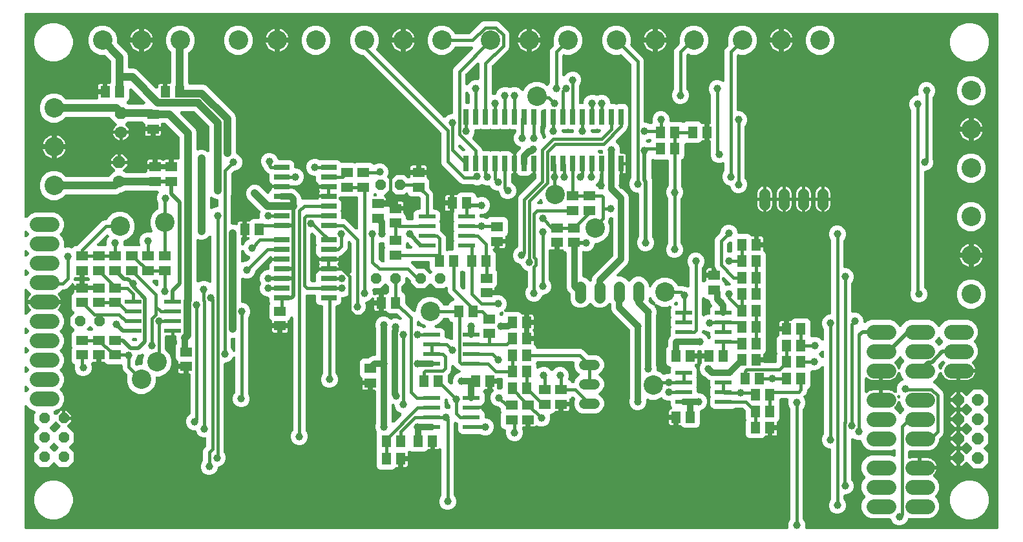
<source format=gbr>
G04 EAGLE Gerber RS-274X export*
G75*
%MOMM*%
%FSLAX34Y34*%
%LPD*%
%INTop Copper*%
%IPPOS*%
%AMOC8*
5,1,8,0,0,1.08239X$1,22.5*%
G01*
%ADD10R,1.500000X1.300000*%
%ADD11R,2.032000X0.660400*%
%ADD12R,1.600000X1.300000*%
%ADD13R,1.300000X1.600000*%
%ADD14R,0.660400X2.032000*%
%ADD15C,1.930400*%
%ADD16R,1.300000X1.500000*%
%ADD17C,2.540000*%
%ADD18C,1.320800*%
%ADD19P,1.732040X8X112.500000*%
%ADD20C,1.600200*%
%ADD21P,1.429621X8X22.500000*%
%ADD22R,2.200000X0.600000*%
%ADD23P,1.649562X8X292.500000*%
%ADD24P,1.539592X8X112.500000*%
%ADD25C,1.422400*%
%ADD26C,0.406400*%
%ADD27C,1.006400*%
%ADD28C,0.812800*%
%ADD29C,1.016000*%
%ADD30C,0.508000*%

G36*
X1010632Y311813D02*
X1010632Y311813D01*
X1010645Y311812D01*
X1010832Y311833D01*
X1011019Y311852D01*
X1011032Y311856D01*
X1011045Y311857D01*
X1011225Y311915D01*
X1011404Y311970D01*
X1011416Y311976D01*
X1011429Y311980D01*
X1011593Y312072D01*
X1011758Y312162D01*
X1011768Y312170D01*
X1011780Y312177D01*
X1011924Y312300D01*
X1012067Y312419D01*
X1012076Y312430D01*
X1012086Y312438D01*
X1012202Y312587D01*
X1012320Y312733D01*
X1012326Y312745D01*
X1012334Y312756D01*
X1012418Y312924D01*
X1012505Y313090D01*
X1012509Y313103D01*
X1012515Y313115D01*
X1012564Y313296D01*
X1012616Y313477D01*
X1012618Y313491D01*
X1012621Y313504D01*
X1012634Y313690D01*
X1012649Y313879D01*
X1012648Y313892D01*
X1012649Y313905D01*
X1012624Y314091D01*
X1012602Y314278D01*
X1012598Y314291D01*
X1012597Y314304D01*
X1012495Y314620D01*
X1012491Y314629D01*
X1012491Y319057D01*
X1014186Y323147D01*
X1014896Y323858D01*
X1014913Y323878D01*
X1014934Y323896D01*
X1015041Y324034D01*
X1015151Y324169D01*
X1015164Y324193D01*
X1015180Y324214D01*
X1015258Y324371D01*
X1015340Y324525D01*
X1015348Y324550D01*
X1015360Y324575D01*
X1015405Y324744D01*
X1015455Y324911D01*
X1015457Y324937D01*
X1015464Y324963D01*
X1015491Y325294D01*
X1015491Y469069D01*
X1015489Y469096D01*
X1015491Y469122D01*
X1015469Y469296D01*
X1015451Y469470D01*
X1015444Y469495D01*
X1015440Y469522D01*
X1015385Y469687D01*
X1015333Y469854D01*
X1015320Y469878D01*
X1015312Y469903D01*
X1015225Y470055D01*
X1015141Y470209D01*
X1015124Y470229D01*
X1015111Y470252D01*
X1014896Y470505D01*
X1014186Y471216D01*
X1012491Y475306D01*
X1012491Y479734D01*
X1012831Y480553D01*
X1012834Y480566D01*
X1012841Y480577D01*
X1012892Y480757D01*
X1012947Y480938D01*
X1012948Y480951D01*
X1012952Y480964D01*
X1012967Y481152D01*
X1012985Y481339D01*
X1012984Y481352D01*
X1012985Y481366D01*
X1012963Y481551D01*
X1012944Y481739D01*
X1012940Y481752D01*
X1012938Y481765D01*
X1012880Y481944D01*
X1012824Y482124D01*
X1012817Y482135D01*
X1012813Y482148D01*
X1012720Y482312D01*
X1012630Y482477D01*
X1012622Y482487D01*
X1012615Y482499D01*
X1012492Y482641D01*
X1012371Y482785D01*
X1012361Y482793D01*
X1012352Y482804D01*
X1012204Y482918D01*
X1012056Y483036D01*
X1012045Y483042D01*
X1012034Y483050D01*
X1011866Y483134D01*
X1011698Y483220D01*
X1011685Y483224D01*
X1011673Y483230D01*
X1011491Y483279D01*
X1011311Y483330D01*
X1011298Y483331D01*
X1011285Y483334D01*
X1010954Y483361D01*
X1003298Y483361D01*
X1003280Y483359D01*
X1003262Y483361D01*
X1003080Y483340D01*
X1002897Y483321D01*
X1002880Y483316D01*
X1002863Y483314D01*
X1002688Y483257D01*
X1002512Y483203D01*
X1002497Y483195D01*
X1002480Y483189D01*
X1002320Y483099D01*
X1002158Y483011D01*
X1002145Y483000D01*
X1002129Y482991D01*
X1001990Y482871D01*
X1001849Y482754D01*
X1001838Y482740D01*
X1001824Y482728D01*
X1001712Y482583D01*
X1001597Y482440D01*
X1001589Y482424D01*
X1001578Y482410D01*
X1001496Y482245D01*
X1001411Y482083D01*
X1001406Y482066D01*
X1001398Y482050D01*
X1001350Y481871D01*
X1001300Y481696D01*
X1001298Y481678D01*
X1001294Y481661D01*
X1001267Y481330D01*
X1001267Y478967D01*
X1000830Y477912D01*
X1000822Y477887D01*
X1000810Y477863D01*
X1000764Y477694D01*
X1000713Y477527D01*
X1000711Y477500D01*
X1000704Y477474D01*
X1000692Y477300D01*
X1000675Y477126D01*
X1000678Y477100D01*
X1000676Y477073D01*
X1000699Y476898D01*
X1000717Y476726D01*
X1000725Y476700D01*
X1000728Y476674D01*
X1000830Y476358D01*
X1001267Y475303D01*
X1001267Y456877D01*
X1000339Y454636D01*
X998408Y452706D01*
X998300Y452616D01*
X998285Y452599D01*
X998268Y452584D01*
X998159Y452443D01*
X998046Y452304D01*
X998035Y452284D01*
X998022Y452266D01*
X997942Y452106D01*
X997859Y451947D01*
X997852Y451926D01*
X997842Y451906D01*
X997796Y451733D01*
X997746Y451561D01*
X997744Y451539D01*
X997738Y451517D01*
X997711Y451186D01*
X997711Y447749D01*
X989888Y447749D01*
X989870Y447747D01*
X989853Y447749D01*
X989670Y447728D01*
X989488Y447709D01*
X989471Y447704D01*
X989453Y447702D01*
X989278Y447645D01*
X989103Y447591D01*
X989087Y447583D01*
X989070Y447577D01*
X988910Y447487D01*
X988749Y447399D01*
X988735Y447388D01*
X988719Y447379D01*
X988580Y447259D01*
X988439Y447142D01*
X988428Y447128D01*
X988415Y447116D01*
X988302Y446971D01*
X988187Y446828D01*
X988179Y446812D01*
X988168Y446798D01*
X988086Y446633D01*
X988002Y446471D01*
X987997Y446454D01*
X987989Y446438D01*
X987941Y446259D01*
X987890Y446084D01*
X987889Y446066D01*
X987884Y446049D01*
X987857Y445718D01*
X987857Y445313D01*
X987452Y445313D01*
X987434Y445311D01*
X987416Y445313D01*
X987234Y445291D01*
X987051Y445273D01*
X987034Y445268D01*
X987017Y445266D01*
X986842Y445209D01*
X986666Y445155D01*
X986651Y445147D01*
X986634Y445141D01*
X986474Y445051D01*
X986312Y444963D01*
X986299Y444952D01*
X986283Y444943D01*
X986144Y444823D01*
X986003Y444705D01*
X985992Y444692D01*
X985978Y444680D01*
X985866Y444535D01*
X985751Y444392D01*
X985743Y444376D01*
X985732Y444362D01*
X985650Y444197D01*
X985565Y444034D01*
X985560Y444017D01*
X985552Y444001D01*
X985504Y443823D01*
X985454Y443648D01*
X985452Y443630D01*
X985448Y443613D01*
X985421Y443282D01*
X985421Y434459D01*
X983074Y434459D01*
X983051Y434457D01*
X983029Y434459D01*
X982851Y434437D01*
X982673Y434419D01*
X982652Y434413D01*
X982629Y434410D01*
X982459Y434354D01*
X982288Y434301D01*
X982269Y434291D01*
X982247Y434283D01*
X982091Y434195D01*
X981934Y434109D01*
X981917Y434095D01*
X981898Y434084D01*
X981762Y433966D01*
X981625Y433852D01*
X981611Y433834D01*
X981594Y433819D01*
X981536Y433744D01*
X979624Y431831D01*
X978817Y431497D01*
X977383Y430903D01*
X961957Y430903D01*
X959716Y431831D01*
X958001Y433546D01*
X957073Y435787D01*
X957073Y453213D01*
X957510Y454268D01*
X957518Y454293D01*
X957530Y454317D01*
X957576Y454486D01*
X957627Y454653D01*
X957629Y454680D01*
X957636Y454706D01*
X957648Y454880D01*
X957665Y455054D01*
X957662Y455080D01*
X957664Y455107D01*
X957641Y455282D01*
X957623Y455454D01*
X957615Y455480D01*
X957612Y455506D01*
X957510Y455822D01*
X957073Y456877D01*
X957073Y466350D01*
X957071Y466376D01*
X957073Y466403D01*
X957051Y466577D01*
X957033Y466750D01*
X957026Y466776D01*
X957022Y466802D01*
X956966Y466968D01*
X956915Y467135D01*
X956902Y467159D01*
X956894Y467184D01*
X956807Y467335D01*
X956723Y467489D01*
X956706Y467510D01*
X956693Y467533D01*
X956478Y467786D01*
X954198Y470066D01*
X954177Y470083D01*
X954160Y470104D01*
X954022Y470210D01*
X953886Y470321D01*
X953863Y470334D01*
X953842Y470350D01*
X953685Y470428D01*
X953531Y470510D01*
X953505Y470518D01*
X953481Y470530D01*
X953312Y470575D01*
X953145Y470625D01*
X953118Y470627D01*
X953092Y470634D01*
X952762Y470661D01*
X942654Y470661D01*
X942623Y470658D01*
X942592Y470660D01*
X942422Y470638D01*
X942253Y470621D01*
X942223Y470612D01*
X942192Y470608D01*
X941876Y470507D01*
X939913Y469693D01*
X915487Y469693D01*
X913246Y470621D01*
X911531Y472336D01*
X910603Y474577D01*
X910603Y483003D01*
X911167Y484363D01*
X911174Y484388D01*
X911186Y484412D01*
X911233Y484581D01*
X911283Y484748D01*
X911286Y484775D01*
X911293Y484801D01*
X911305Y484975D01*
X911321Y485149D01*
X911318Y485175D01*
X911320Y485202D01*
X911297Y485377D01*
X911280Y485549D01*
X911272Y485575D01*
X911268Y485601D01*
X911167Y485917D01*
X910603Y487277D01*
X910603Y495703D01*
X911167Y497063D01*
X911174Y497088D01*
X911186Y497112D01*
X911233Y497281D01*
X911283Y497448D01*
X911286Y497475D01*
X911293Y497501D01*
X911305Y497675D01*
X911321Y497849D01*
X911318Y497875D01*
X911320Y497902D01*
X911297Y498077D01*
X911280Y498249D01*
X911272Y498275D01*
X911268Y498301D01*
X911167Y498617D01*
X910603Y499977D01*
X910603Y505581D01*
X910601Y505604D01*
X910603Y505626D01*
X910581Y505803D01*
X910563Y505982D01*
X910557Y506003D01*
X910554Y506026D01*
X910498Y506196D01*
X910445Y506367D01*
X910435Y506387D01*
X910428Y506408D01*
X910339Y506564D01*
X910253Y506721D01*
X910239Y506738D01*
X910228Y506758D01*
X910110Y506893D01*
X909996Y507030D01*
X909978Y507044D01*
X909964Y507061D01*
X909822Y507170D01*
X909682Y507283D01*
X909662Y507293D01*
X909644Y507307D01*
X909349Y507458D01*
X907374Y508276D01*
X904369Y511282D01*
X904345Y511302D01*
X904324Y511325D01*
X904189Y511429D01*
X904057Y511537D01*
X904030Y511552D01*
X904005Y511571D01*
X903710Y511722D01*
X901746Y512536D01*
X898616Y515666D01*
X896921Y519756D01*
X896921Y524184D01*
X898616Y528274D01*
X899118Y528777D01*
X899176Y528847D01*
X899241Y528911D01*
X899303Y529003D01*
X899374Y529088D01*
X899416Y529169D01*
X899467Y529244D01*
X899510Y529346D01*
X899562Y529444D01*
X899588Y529531D01*
X899623Y529615D01*
X899645Y529724D01*
X899677Y529830D01*
X899685Y529921D01*
X899703Y530010D01*
X899703Y530121D01*
X899713Y530231D01*
X899704Y530322D01*
X899704Y530413D01*
X899679Y530548D01*
X899670Y530631D01*
X899669Y530633D01*
X899669Y535231D01*
X907492Y535231D01*
X907510Y535232D01*
X907527Y535231D01*
X907710Y535252D01*
X907892Y535271D01*
X907909Y535276D01*
X907927Y535278D01*
X908101Y535335D01*
X908277Y535389D01*
X908293Y535397D01*
X908310Y535403D01*
X908470Y535493D01*
X908631Y535580D01*
X908645Y535592D01*
X908661Y535601D01*
X908800Y535721D01*
X908941Y535838D01*
X908952Y535852D01*
X908965Y535864D01*
X909078Y536009D01*
X909193Y536152D01*
X909201Y536168D01*
X909212Y536182D01*
X909294Y536347D01*
X909378Y536509D01*
X909383Y536526D01*
X909391Y536542D01*
X909439Y536721D01*
X909490Y536896D01*
X909491Y536914D01*
X909496Y536931D01*
X909523Y537262D01*
X909523Y539698D01*
X909521Y539716D01*
X909523Y539734D01*
X909501Y539916D01*
X909483Y540099D01*
X909478Y540116D01*
X909476Y540133D01*
X909419Y540307D01*
X909365Y540484D01*
X909357Y540499D01*
X909351Y540516D01*
X909261Y540676D01*
X909173Y540838D01*
X909162Y540851D01*
X909153Y540867D01*
X909033Y541006D01*
X908915Y541147D01*
X908902Y541158D01*
X908890Y541172D01*
X908745Y541284D01*
X908602Y541399D01*
X908586Y541407D01*
X908572Y541418D01*
X908407Y541500D01*
X908244Y541585D01*
X908227Y541590D01*
X908211Y541598D01*
X908033Y541645D01*
X907858Y541696D01*
X907840Y541698D01*
X907823Y541702D01*
X907492Y541729D01*
X899669Y541729D01*
X899669Y544370D01*
X899667Y544388D01*
X899669Y544406D01*
X899648Y544588D01*
X899629Y544771D01*
X899624Y544788D01*
X899622Y544805D01*
X899565Y544980D01*
X899511Y545156D01*
X899503Y545171D01*
X899497Y545188D01*
X899407Y545348D01*
X899319Y545510D01*
X899308Y545523D01*
X899299Y545539D01*
X899179Y545678D01*
X899062Y545819D01*
X899048Y545830D01*
X899036Y545844D01*
X898891Y545956D01*
X898748Y546071D01*
X898732Y546079D01*
X898718Y546090D01*
X898553Y546172D01*
X898391Y546257D01*
X898374Y546262D01*
X898358Y546270D01*
X898179Y546317D01*
X898004Y546368D01*
X897986Y546370D01*
X897969Y546374D01*
X897638Y546401D01*
X895602Y546401D01*
X895584Y546399D01*
X895566Y546401D01*
X895384Y546380D01*
X895201Y546361D01*
X895184Y546356D01*
X895167Y546354D01*
X894992Y546297D01*
X894816Y546243D01*
X894801Y546235D01*
X894784Y546229D01*
X894624Y546139D01*
X894462Y546051D01*
X894449Y546040D01*
X894433Y546031D01*
X894294Y545911D01*
X894153Y545794D01*
X894142Y545780D01*
X894128Y545768D01*
X894016Y545623D01*
X893901Y545480D01*
X893893Y545464D01*
X893882Y545450D01*
X893800Y545285D01*
X893715Y545123D01*
X893710Y545106D01*
X893702Y545090D01*
X893655Y544911D01*
X893604Y544736D01*
X893602Y544718D01*
X893598Y544701D01*
X893571Y544370D01*
X893571Y541729D01*
X885748Y541729D01*
X885730Y541727D01*
X885713Y541729D01*
X885530Y541708D01*
X885348Y541689D01*
X885331Y541684D01*
X885313Y541682D01*
X885138Y541625D01*
X884963Y541571D01*
X884947Y541563D01*
X884930Y541557D01*
X884770Y541467D01*
X884609Y541379D01*
X884595Y541368D01*
X884579Y541359D01*
X884440Y541239D01*
X884299Y541122D01*
X884288Y541108D01*
X884275Y541096D01*
X884162Y540951D01*
X884047Y540808D01*
X884039Y540792D01*
X884028Y540778D01*
X883946Y540613D01*
X883862Y540451D01*
X883857Y540434D01*
X883849Y540418D01*
X883801Y540239D01*
X883750Y540064D01*
X883749Y540046D01*
X883744Y540029D01*
X883717Y539698D01*
X883717Y537262D01*
X883718Y537253D01*
X883717Y537245D01*
X883718Y537237D01*
X883717Y537226D01*
X883739Y537044D01*
X883757Y536861D01*
X883762Y536844D01*
X883764Y536827D01*
X883821Y536651D01*
X883875Y536476D01*
X883883Y536461D01*
X883889Y536444D01*
X883980Y536283D01*
X884067Y536122D01*
X884078Y536109D01*
X884087Y536093D01*
X884207Y535954D01*
X884325Y535813D01*
X884338Y535802D01*
X884350Y535788D01*
X884495Y535676D01*
X884638Y535561D01*
X884654Y535553D01*
X884668Y535542D01*
X884833Y535460D01*
X884996Y535375D01*
X885013Y535370D01*
X885029Y535362D01*
X885207Y535314D01*
X885382Y535264D01*
X885400Y535262D01*
X885417Y535258D01*
X885748Y535231D01*
X893571Y535231D01*
X893571Y530645D01*
X893398Y529999D01*
X893063Y529420D01*
X892590Y528947D01*
X892011Y528612D01*
X891142Y528380D01*
X891004Y528328D01*
X890865Y528284D01*
X890817Y528257D01*
X890765Y528237D01*
X890641Y528160D01*
X890513Y528089D01*
X890471Y528053D01*
X890424Y528024D01*
X890317Y527923D01*
X890206Y527828D01*
X890172Y527785D01*
X890131Y527747D01*
X890047Y527627D01*
X889956Y527513D01*
X889931Y527463D01*
X889899Y527418D01*
X889840Y527284D01*
X889774Y527154D01*
X889759Y527100D01*
X889737Y527049D01*
X889705Y526906D01*
X889666Y526766D01*
X889662Y526710D01*
X889650Y526656D01*
X889647Y526510D01*
X889637Y526364D01*
X889644Y526309D01*
X889643Y526254D01*
X889669Y526110D01*
X889687Y525965D01*
X889705Y525912D01*
X889715Y525858D01*
X889769Y525722D01*
X889815Y525583D01*
X889843Y525535D01*
X889863Y525483D01*
X889943Y525361D01*
X890016Y525234D01*
X890057Y525186D01*
X890083Y525146D01*
X890142Y525086D01*
X890231Y524981D01*
X891869Y523343D01*
X892797Y521103D01*
X892797Y512677D01*
X892233Y511317D01*
X892226Y511292D01*
X892214Y511268D01*
X892167Y511099D01*
X892117Y510932D01*
X892114Y510905D01*
X892107Y510879D01*
X892095Y510705D01*
X892079Y510531D01*
X892082Y510505D01*
X892080Y510478D01*
X892103Y510303D01*
X892120Y510131D01*
X892128Y510105D01*
X892132Y510079D01*
X892233Y509763D01*
X892797Y508403D01*
X892797Y499977D01*
X892233Y498617D01*
X892226Y498592D01*
X892214Y498568D01*
X892168Y498400D01*
X892117Y498232D01*
X892114Y498205D01*
X892107Y498179D01*
X892095Y498005D01*
X892079Y497831D01*
X892082Y497805D01*
X892080Y497778D01*
X892102Y497604D01*
X892120Y497431D01*
X892128Y497405D01*
X892132Y497379D01*
X892233Y497063D01*
X892797Y495703D01*
X892797Y491950D01*
X892799Y491932D01*
X892797Y491914D01*
X892818Y491732D01*
X892837Y491549D01*
X892842Y491532D01*
X892844Y491515D01*
X892901Y491339D01*
X892955Y491164D01*
X892963Y491149D01*
X892969Y491132D01*
X893059Y490972D01*
X893147Y490810D01*
X893158Y490797D01*
X893167Y490781D01*
X893287Y490642D01*
X893404Y490501D01*
X893418Y490490D01*
X893430Y490476D01*
X893575Y490364D01*
X893718Y490249D01*
X893734Y490241D01*
X893748Y490230D01*
X893913Y490148D01*
X894075Y490063D01*
X894092Y490058D01*
X894108Y490050D01*
X894287Y490003D01*
X894462Y489952D01*
X894480Y489950D01*
X894497Y489946D01*
X894828Y489919D01*
X897564Y489919D01*
X901654Y488224D01*
X904784Y485094D01*
X906479Y481004D01*
X906479Y476576D01*
X904784Y472486D01*
X901654Y469356D01*
X898526Y468060D01*
X898381Y468000D01*
X898361Y467989D01*
X898340Y467982D01*
X898183Y467894D01*
X898026Y467810D01*
X898009Y467795D01*
X897989Y467784D01*
X897854Y467667D01*
X897715Y467553D01*
X897701Y467536D01*
X897684Y467521D01*
X897575Y467380D01*
X897462Y467240D01*
X897451Y467221D01*
X897438Y467203D01*
X897358Y467042D01*
X897275Y466884D01*
X897268Y466863D01*
X897258Y466843D01*
X897212Y466669D01*
X897162Y466498D01*
X897160Y466475D01*
X897154Y466454D01*
X897127Y466123D01*
X897127Y449757D01*
X896199Y447516D01*
X894484Y445801D01*
X894278Y445716D01*
X892243Y444873D01*
X876817Y444873D01*
X874576Y445801D01*
X872646Y447732D01*
X872556Y447840D01*
X872539Y447855D01*
X872524Y447872D01*
X872384Y447981D01*
X872244Y448094D01*
X872224Y448105D01*
X872206Y448118D01*
X872046Y448198D01*
X871887Y448281D01*
X871866Y448288D01*
X871846Y448298D01*
X871673Y448344D01*
X871501Y448394D01*
X871479Y448396D01*
X871457Y448402D01*
X871126Y448429D01*
X868779Y448429D01*
X868779Y457252D01*
X868777Y457270D01*
X868779Y457287D01*
X868758Y457470D01*
X868739Y457652D01*
X868734Y457669D01*
X868732Y457687D01*
X868675Y457862D01*
X868621Y458037D01*
X868613Y458053D01*
X868607Y458070D01*
X868517Y458230D01*
X868429Y458391D01*
X868418Y458405D01*
X868409Y458421D01*
X868289Y458560D01*
X868172Y458701D01*
X868158Y458712D01*
X868146Y458725D01*
X868001Y458838D01*
X867858Y458953D01*
X867842Y458961D01*
X867828Y458972D01*
X867663Y459054D01*
X867501Y459138D01*
X867484Y459143D01*
X867468Y459151D01*
X867289Y459199D01*
X867114Y459250D01*
X867096Y459251D01*
X867079Y459256D01*
X866748Y459283D01*
X866343Y459283D01*
X866343Y459688D01*
X866341Y459706D01*
X866343Y459724D01*
X866321Y459906D01*
X866303Y460089D01*
X866298Y460106D01*
X866296Y460123D01*
X866239Y460298D01*
X866185Y460474D01*
X866177Y460489D01*
X866171Y460506D01*
X866081Y460666D01*
X865993Y460828D01*
X865982Y460841D01*
X865973Y460857D01*
X865853Y460996D01*
X865735Y461137D01*
X865722Y461148D01*
X865710Y461162D01*
X865565Y461274D01*
X865422Y461389D01*
X865406Y461397D01*
X865392Y461408D01*
X865227Y461490D01*
X865064Y461575D01*
X865047Y461580D01*
X865031Y461588D01*
X864853Y461635D01*
X864678Y461686D01*
X864660Y461688D01*
X864643Y461692D01*
X864312Y461719D01*
X856489Y461719D01*
X856489Y466305D01*
X856662Y466951D01*
X856997Y467530D01*
X857470Y468003D01*
X858049Y468338D01*
X858839Y468549D01*
X858854Y468551D01*
X858863Y468553D01*
X858871Y468554D01*
X858946Y468578D01*
X858954Y468580D01*
X858960Y468582D01*
X859055Y468612D01*
X859239Y468669D01*
X859247Y468673D01*
X859255Y468676D01*
X859424Y468769D01*
X859593Y468861D01*
X859600Y468866D01*
X859608Y468871D01*
X859754Y468995D01*
X859902Y469118D01*
X859908Y469125D01*
X859915Y469131D01*
X860034Y469282D01*
X860154Y469432D01*
X860159Y469440D01*
X860164Y469447D01*
X860252Y469619D01*
X860340Y469789D01*
X860342Y469798D01*
X860347Y469806D01*
X860398Y469991D01*
X860451Y470176D01*
X860452Y470185D01*
X860455Y470194D01*
X860469Y470386D01*
X860484Y470578D01*
X860483Y470586D01*
X860484Y470595D01*
X860460Y470787D01*
X860437Y470977D01*
X860435Y470986D01*
X860433Y470995D01*
X860372Y471177D01*
X860313Y471360D01*
X860308Y471368D01*
X860305Y471376D01*
X860209Y471544D01*
X860115Y471711D01*
X860109Y471718D01*
X860104Y471725D01*
X859890Y471978D01*
X859531Y472337D01*
X858603Y474577D01*
X858603Y478330D01*
X858601Y478348D01*
X858603Y478366D01*
X858582Y478548D01*
X858563Y478731D01*
X858558Y478748D01*
X858556Y478765D01*
X858499Y478940D01*
X858445Y479116D01*
X858437Y479131D01*
X858431Y479148D01*
X858341Y479308D01*
X858253Y479470D01*
X858242Y479483D01*
X858233Y479499D01*
X858113Y479638D01*
X857996Y479779D01*
X857982Y479790D01*
X857970Y479804D01*
X857825Y479916D01*
X857682Y480031D01*
X857666Y480039D01*
X857652Y480050D01*
X857487Y480132D01*
X857325Y480217D01*
X857308Y480222D01*
X857292Y480230D01*
X857113Y480277D01*
X856938Y480328D01*
X856920Y480330D01*
X856903Y480334D01*
X856572Y480361D01*
X853766Y480361D01*
X849676Y482056D01*
X847960Y483772D01*
X847942Y483786D01*
X847928Y483803D01*
X847787Y483913D01*
X847648Y484027D01*
X847628Y484038D01*
X847611Y484051D01*
X847451Y484132D01*
X847292Y484216D01*
X847271Y484222D01*
X847251Y484232D01*
X847079Y484279D01*
X846907Y484330D01*
X846884Y484333D01*
X846863Y484338D01*
X846684Y484351D01*
X846506Y484367D01*
X846483Y484364D01*
X846461Y484366D01*
X846283Y484343D01*
X846105Y484323D01*
X846084Y484317D01*
X846062Y484314D01*
X845746Y484212D01*
X839399Y481583D01*
X831921Y481583D01*
X829277Y482678D01*
X829264Y482682D01*
X829253Y482688D01*
X829073Y482740D01*
X828892Y482795D01*
X828879Y482796D01*
X828866Y482800D01*
X828678Y482815D01*
X828491Y482833D01*
X828478Y482832D01*
X828464Y482833D01*
X828277Y482811D01*
X828091Y482791D01*
X828078Y482787D01*
X828065Y482786D01*
X827885Y482727D01*
X827706Y482671D01*
X827695Y482665D01*
X827682Y482661D01*
X827517Y482568D01*
X827353Y482478D01*
X827343Y482470D01*
X827331Y482463D01*
X827189Y482340D01*
X827045Y482219D01*
X827037Y482209D01*
X827026Y482200D01*
X826911Y482051D01*
X826794Y481904D01*
X826788Y481892D01*
X826780Y481882D01*
X826696Y481713D01*
X826610Y481546D01*
X826606Y481533D01*
X826600Y481521D01*
X826551Y481338D01*
X826500Y481159D01*
X826499Y481145D01*
X826496Y481132D01*
X826469Y480802D01*
X826469Y476576D01*
X824774Y472486D01*
X821644Y469356D01*
X817554Y467661D01*
X813126Y467661D01*
X809036Y469356D01*
X805906Y472486D01*
X804211Y476576D01*
X804211Y481004D01*
X805025Y482967D01*
X805034Y482997D01*
X805048Y483025D01*
X805092Y483190D01*
X805141Y483353D01*
X805144Y483384D01*
X805152Y483414D01*
X805179Y483745D01*
X805179Y572831D01*
X805177Y572857D01*
X805179Y572884D01*
X805157Y573058D01*
X805139Y573231D01*
X805132Y573257D01*
X805128Y573284D01*
X805073Y573449D01*
X805021Y573616D01*
X805008Y573640D01*
X805000Y573665D01*
X804913Y573817D01*
X804829Y573970D01*
X804812Y573991D01*
X804799Y574014D01*
X804584Y574267D01*
X782596Y596255D01*
X781049Y599990D01*
X781049Y605827D01*
X781047Y605854D01*
X781049Y605881D01*
X781027Y606054D01*
X781009Y606228D01*
X781001Y606254D01*
X780998Y606280D01*
X780943Y606446D01*
X780891Y606613D01*
X780878Y606636D01*
X780870Y606662D01*
X780783Y606814D01*
X780699Y606967D01*
X780682Y606987D01*
X780669Y607011D01*
X780454Y607264D01*
X779946Y607772D01*
X779932Y607783D01*
X779921Y607797D01*
X779777Y607910D01*
X779635Y608027D01*
X779619Y608035D01*
X779605Y608046D01*
X779441Y608130D01*
X779279Y608215D01*
X779262Y608221D01*
X779246Y608229D01*
X779069Y608278D01*
X778893Y608330D01*
X778875Y608332D01*
X778858Y608337D01*
X778674Y608350D01*
X778492Y608367D01*
X778475Y608365D01*
X778457Y608366D01*
X778273Y608343D01*
X778092Y608323D01*
X778075Y608318D01*
X778057Y608316D01*
X777883Y608257D01*
X777708Y608202D01*
X777692Y608193D01*
X777676Y608187D01*
X777516Y608096D01*
X777356Y608007D01*
X777342Y607995D01*
X777327Y607986D01*
X777074Y607772D01*
X773292Y603990D01*
X768437Y601979D01*
X763183Y601979D01*
X758328Y603990D01*
X754546Y607772D01*
X754532Y607783D01*
X754521Y607797D01*
X754377Y607910D01*
X754235Y608027D01*
X754219Y608035D01*
X754205Y608046D01*
X754041Y608130D01*
X753879Y608215D01*
X753862Y608220D01*
X753846Y608229D01*
X753669Y608278D01*
X753493Y608330D01*
X753475Y608332D01*
X753458Y608337D01*
X753275Y608350D01*
X753092Y608367D01*
X753074Y608365D01*
X753057Y608366D01*
X752875Y608343D01*
X752692Y608323D01*
X752675Y608318D01*
X752657Y608316D01*
X752483Y608257D01*
X752308Y608202D01*
X752292Y608193D01*
X752276Y608187D01*
X752116Y608095D01*
X751956Y608007D01*
X751942Y607995D01*
X751927Y607986D01*
X751674Y607772D01*
X747892Y603990D01*
X743037Y601979D01*
X737783Y601979D01*
X732928Y603990D01*
X729212Y607706D01*
X727201Y612561D01*
X727201Y620298D01*
X727199Y620324D01*
X727201Y620351D01*
X727179Y620525D01*
X727161Y620699D01*
X727154Y620724D01*
X727150Y620751D01*
X727095Y620916D01*
X727043Y621083D01*
X727030Y621107D01*
X727022Y621132D01*
X726935Y621284D01*
X726851Y621437D01*
X726834Y621458D01*
X726821Y621481D01*
X726606Y621734D01*
X723566Y624774D01*
X722019Y628509D01*
X722019Y673895D01*
X722017Y673918D01*
X722019Y673940D01*
X721997Y674117D01*
X721979Y674296D01*
X721973Y674317D01*
X721970Y674339D01*
X721914Y674509D01*
X721861Y674681D01*
X721851Y674701D01*
X721844Y674722D01*
X721755Y674877D01*
X721669Y675035D01*
X721655Y675052D01*
X721644Y675071D01*
X721526Y675207D01*
X721412Y675344D01*
X721394Y675358D01*
X721380Y675375D01*
X721238Y675484D01*
X721098Y675596D01*
X721078Y675607D01*
X721060Y675620D01*
X720765Y675772D01*
X720066Y676061D01*
X718136Y677992D01*
X718046Y678100D01*
X718029Y678115D01*
X718014Y678132D01*
X717873Y678241D01*
X717734Y678354D01*
X717714Y678365D01*
X717696Y678378D01*
X717536Y678458D01*
X717377Y678541D01*
X717356Y678548D01*
X717336Y678558D01*
X717163Y678604D01*
X716991Y678654D01*
X716969Y678656D01*
X716947Y678662D01*
X716616Y678689D01*
X713179Y678689D01*
X713179Y686512D01*
X713177Y686530D01*
X713179Y686547D01*
X713158Y686730D01*
X713139Y686912D01*
X713134Y686929D01*
X713132Y686947D01*
X713075Y687122D01*
X713021Y687297D01*
X713013Y687313D01*
X713007Y687330D01*
X712917Y687490D01*
X712829Y687651D01*
X712818Y687665D01*
X712809Y687681D01*
X712689Y687820D01*
X712572Y687961D01*
X712558Y687972D01*
X712546Y687985D01*
X712401Y688098D01*
X712258Y688213D01*
X712242Y688221D01*
X712228Y688232D01*
X712063Y688314D01*
X711901Y688398D01*
X711884Y688403D01*
X711868Y688411D01*
X711689Y688459D01*
X711514Y688510D01*
X711496Y688511D01*
X711479Y688516D01*
X711148Y688543D01*
X708712Y688543D01*
X708694Y688541D01*
X708676Y688543D01*
X708494Y688521D01*
X708311Y688503D01*
X708294Y688498D01*
X708277Y688496D01*
X708102Y688439D01*
X707926Y688385D01*
X707911Y688377D01*
X707894Y688371D01*
X707734Y688281D01*
X707572Y688193D01*
X707559Y688182D01*
X707543Y688173D01*
X707404Y688053D01*
X707263Y687935D01*
X707252Y687922D01*
X707238Y687910D01*
X707126Y687765D01*
X707011Y687622D01*
X707003Y687606D01*
X706992Y687592D01*
X706909Y687426D01*
X706825Y687264D01*
X706820Y687247D01*
X706812Y687231D01*
X706764Y687053D01*
X706714Y686878D01*
X706712Y686860D01*
X706708Y686843D01*
X706681Y686512D01*
X706681Y678689D01*
X701596Y678689D01*
X701566Y678697D01*
X701485Y678711D01*
X701406Y678733D01*
X701287Y678743D01*
X701169Y678762D01*
X701086Y678759D01*
X701004Y678766D01*
X700886Y678752D01*
X700766Y678748D01*
X700686Y678729D01*
X700605Y678719D01*
X700491Y678682D01*
X700375Y678654D01*
X700300Y678620D01*
X700222Y678594D01*
X700118Y678536D01*
X700009Y678485D01*
X699943Y678437D01*
X699871Y678397D01*
X699781Y678318D01*
X699684Y678248D01*
X699629Y678187D01*
X699566Y678133D01*
X699493Y678039D01*
X699412Y677951D01*
X699370Y677880D01*
X699320Y677815D01*
X699266Y677708D01*
X699205Y677606D01*
X699177Y677528D01*
X699140Y677455D01*
X699109Y677339D01*
X699069Y677227D01*
X699057Y677145D01*
X699036Y677066D01*
X699023Y676914D01*
X699011Y676828D01*
X699013Y676788D01*
X699009Y676735D01*
X699009Y638371D01*
X699011Y638344D01*
X699009Y638318D01*
X699031Y638143D01*
X699049Y637970D01*
X699056Y637945D01*
X699060Y637918D01*
X699115Y637753D01*
X699167Y637586D01*
X699180Y637562D01*
X699188Y637537D01*
X699275Y637385D01*
X699359Y637231D01*
X699376Y637211D01*
X699389Y637188D01*
X699604Y636935D01*
X700314Y636224D01*
X702009Y632134D01*
X702009Y627706D01*
X700314Y623616D01*
X697184Y620486D01*
X693094Y618791D01*
X691926Y618791D01*
X691903Y618789D01*
X691881Y618791D01*
X691704Y618769D01*
X691525Y618751D01*
X691504Y618745D01*
X691481Y618742D01*
X691312Y618686D01*
X691140Y618633D01*
X691120Y618623D01*
X691099Y618616D01*
X690943Y618527D01*
X690786Y618441D01*
X690769Y618427D01*
X690750Y618416D01*
X690614Y618298D01*
X690477Y618184D01*
X690463Y618166D01*
X690446Y618152D01*
X690336Y618009D01*
X690224Y617870D01*
X690214Y617850D01*
X690201Y617833D01*
X690049Y617537D01*
X688884Y614726D01*
X685754Y611596D01*
X681664Y609901D01*
X677236Y609901D01*
X673146Y611596D01*
X670016Y614726D01*
X668321Y618816D01*
X668321Y623244D01*
X670016Y627334D01*
X670726Y628045D01*
X670743Y628065D01*
X670764Y628083D01*
X670871Y628221D01*
X670981Y628356D01*
X670994Y628380D01*
X671010Y628401D01*
X671088Y628558D01*
X671170Y628712D01*
X671178Y628737D01*
X671190Y628762D01*
X671235Y628931D01*
X671285Y629098D01*
X671287Y629124D01*
X671294Y629150D01*
X671321Y629481D01*
X671321Y649004D01*
X671320Y649020D01*
X671321Y649035D01*
X671320Y649041D01*
X671321Y649048D01*
X671299Y649226D01*
X671281Y649405D01*
X671275Y649424D01*
X671274Y649435D01*
X671274Y649436D01*
X671272Y649448D01*
X671216Y649618D01*
X671163Y649789D01*
X671153Y649809D01*
X671146Y649830D01*
X671057Y649986D01*
X670971Y650143D01*
X670957Y650161D01*
X670946Y650180D01*
X670828Y650315D01*
X670714Y650453D01*
X670696Y650467D01*
X670682Y650484D01*
X670539Y650593D01*
X670400Y650705D01*
X670380Y650715D01*
X670363Y650729D01*
X670067Y650881D01*
X666796Y652236D01*
X663666Y655366D01*
X662501Y658177D01*
X662491Y658197D01*
X662484Y658218D01*
X662395Y658375D01*
X662311Y658532D01*
X662297Y658549D01*
X662286Y658569D01*
X662168Y658705D01*
X662054Y658843D01*
X662037Y658857D01*
X662023Y658874D01*
X661881Y658983D01*
X661742Y659096D01*
X661722Y659107D01*
X661704Y659120D01*
X661544Y659200D01*
X661385Y659283D01*
X661364Y659290D01*
X661344Y659300D01*
X661171Y659346D01*
X660999Y659396D01*
X660977Y659398D01*
X660955Y659404D01*
X660751Y659421D01*
X656636Y661126D01*
X653506Y664256D01*
X651811Y668346D01*
X651811Y672774D01*
X653506Y676864D01*
X656636Y679994D01*
X657367Y680297D01*
X657387Y680308D01*
X657408Y680315D01*
X657565Y680403D01*
X657722Y680488D01*
X657739Y680502D01*
X657759Y680513D01*
X657895Y680630D01*
X658033Y680744D01*
X658047Y680761D01*
X658064Y680776D01*
X658173Y680917D01*
X658286Y681057D01*
X658297Y681076D01*
X658310Y681094D01*
X658390Y681254D01*
X658473Y681413D01*
X658480Y681435D01*
X658490Y681455D01*
X658536Y681628D01*
X658586Y681800D01*
X658588Y681822D01*
X658594Y681843D01*
X658621Y682174D01*
X658621Y745424D01*
X659859Y748411D01*
X662431Y750983D01*
X662431Y750984D01*
X681902Y770455D01*
X681919Y770475D01*
X681940Y770493D01*
X682047Y770631D01*
X682157Y770766D01*
X682170Y770790D01*
X682186Y770811D01*
X682264Y770968D01*
X682346Y771122D01*
X682354Y771147D01*
X682366Y771172D01*
X682411Y771341D01*
X682461Y771508D01*
X682463Y771534D01*
X682470Y771560D01*
X682497Y771891D01*
X682497Y776224D01*
X682495Y776242D01*
X682497Y776260D01*
X682476Y776441D01*
X682457Y776625D01*
X682452Y776642D01*
X682450Y776659D01*
X682393Y776834D01*
X682339Y777010D01*
X682331Y777025D01*
X682325Y777042D01*
X682235Y777202D01*
X682147Y777364D01*
X682136Y777377D01*
X682127Y777393D01*
X682007Y777532D01*
X681890Y777673D01*
X681876Y777684D01*
X681864Y777698D01*
X681719Y777810D01*
X681576Y777925D01*
X681560Y777933D01*
X681546Y777944D01*
X681481Y777976D01*
X681481Y790956D01*
X681480Y790973D01*
X681481Y790991D01*
X681460Y791174D01*
X681441Y791356D01*
X681436Y791373D01*
X681434Y791391D01*
X681377Y791566D01*
X681323Y791741D01*
X681315Y791757D01*
X681309Y791774D01*
X681219Y791934D01*
X681132Y792095D01*
X681120Y792109D01*
X681111Y792124D01*
X680991Y792264D01*
X680874Y792404D01*
X680860Y792416D01*
X680848Y792429D01*
X680703Y792542D01*
X680560Y792657D01*
X680544Y792665D01*
X680530Y792676D01*
X680365Y792758D01*
X680203Y792842D01*
X680186Y792847D01*
X680170Y792855D01*
X679992Y792903D01*
X679816Y792954D01*
X679798Y792955D01*
X679781Y792960D01*
X679450Y792987D01*
X679432Y792985D01*
X679415Y792987D01*
X679414Y792987D01*
X679232Y792965D01*
X679049Y792947D01*
X679032Y792942D01*
X679014Y792940D01*
X678840Y792883D01*
X678664Y792829D01*
X678649Y792820D01*
X678632Y792815D01*
X678471Y792724D01*
X678310Y792637D01*
X678297Y792626D01*
X678281Y792617D01*
X678142Y792497D01*
X678001Y792379D01*
X677990Y792365D01*
X677976Y792354D01*
X677864Y792209D01*
X677749Y792066D01*
X677740Y792050D01*
X677730Y792036D01*
X677648Y791871D01*
X677563Y791708D01*
X677558Y791691D01*
X677550Y791675D01*
X677502Y791497D01*
X677452Y791321D01*
X677450Y791304D01*
X677446Y791286D01*
X677419Y790956D01*
X677419Y778255D01*
X676956Y778255D01*
X676933Y778253D01*
X676911Y778255D01*
X676733Y778233D01*
X676555Y778215D01*
X676534Y778209D01*
X676511Y778206D01*
X676341Y778150D01*
X676170Y778097D01*
X676151Y778087D01*
X676129Y778079D01*
X675973Y777991D01*
X675816Y777905D01*
X675799Y777891D01*
X675780Y777880D01*
X675644Y777762D01*
X675507Y777648D01*
X675493Y777630D01*
X675476Y777615D01*
X675418Y777540D01*
X673506Y775627D01*
X671457Y774779D01*
X671456Y774779D01*
X671265Y774699D01*
X662235Y774699D01*
X659994Y775627D01*
X658064Y777558D01*
X657974Y777666D01*
X657957Y777681D01*
X657942Y777698D01*
X657801Y777807D01*
X657662Y777920D01*
X657642Y777931D01*
X657624Y777944D01*
X657464Y778024D01*
X657305Y778107D01*
X657284Y778114D01*
X657264Y778124D01*
X657091Y778170D01*
X656919Y778220D01*
X656897Y778222D01*
X656875Y778228D01*
X656544Y778255D01*
X656081Y778255D01*
X656081Y790956D01*
X656081Y803688D01*
X656170Y803697D01*
X656191Y803703D01*
X656213Y803706D01*
X656383Y803762D01*
X656555Y803815D01*
X656574Y803825D01*
X656595Y803832D01*
X656751Y803921D01*
X656909Y804007D01*
X656926Y804021D01*
X656945Y804032D01*
X657081Y804150D01*
X657218Y804264D01*
X657232Y804282D01*
X657249Y804296D01*
X657358Y804438D01*
X657470Y804578D01*
X657481Y804598D01*
X657494Y804616D01*
X657646Y804911D01*
X658136Y806095D01*
X661926Y809884D01*
X661934Y809895D01*
X661945Y809903D01*
X662062Y810050D01*
X662181Y810196D01*
X662187Y810208D01*
X662196Y810218D01*
X662282Y810386D01*
X662370Y810552D01*
X662373Y810564D01*
X662380Y810576D01*
X662431Y810757D01*
X662484Y810938D01*
X662486Y810951D01*
X662489Y810964D01*
X662504Y811149D01*
X662521Y811339D01*
X662519Y811352D01*
X662520Y811365D01*
X662498Y811550D01*
X662477Y811739D01*
X662473Y811752D01*
X662472Y811765D01*
X662413Y811942D01*
X662356Y812123D01*
X662349Y812134D01*
X662345Y812147D01*
X662252Y812311D01*
X662161Y812475D01*
X662152Y812485D01*
X662146Y812497D01*
X662022Y812639D01*
X661901Y812782D01*
X661890Y812790D01*
X661881Y812800D01*
X661732Y812915D01*
X661585Y813032D01*
X661573Y813038D01*
X661562Y813046D01*
X661267Y813197D01*
X657906Y814590D01*
X654776Y817720D01*
X653081Y821810D01*
X653081Y826238D01*
X654776Y830328D01*
X655486Y831039D01*
X655503Y831059D01*
X655524Y831077D01*
X655631Y831215D01*
X655741Y831350D01*
X655754Y831374D01*
X655770Y831395D01*
X655848Y831552D01*
X655930Y831706D01*
X655938Y831731D01*
X655950Y831756D01*
X655995Y831925D01*
X656045Y832092D01*
X656047Y832118D01*
X656054Y832144D01*
X656081Y832475D01*
X656081Y834136D01*
X656079Y834154D01*
X656081Y834172D01*
X656060Y834354D01*
X656041Y834537D01*
X656036Y834554D01*
X656034Y834571D01*
X655977Y834746D01*
X655923Y834922D01*
X655915Y834937D01*
X655909Y834954D01*
X655819Y835114D01*
X655731Y835276D01*
X655720Y835289D01*
X655711Y835305D01*
X655591Y835444D01*
X655474Y835585D01*
X655460Y835596D01*
X655448Y835610D01*
X655303Y835722D01*
X655160Y835837D01*
X655144Y835845D01*
X655130Y835856D01*
X654965Y835938D01*
X654803Y836023D01*
X654786Y836028D01*
X654770Y836036D01*
X654591Y836083D01*
X654416Y836134D01*
X654398Y836136D01*
X654381Y836140D01*
X654050Y836167D01*
X649535Y836167D01*
X648477Y836605D01*
X648452Y836613D01*
X648428Y836625D01*
X648260Y836671D01*
X648092Y836722D01*
X648065Y836724D01*
X648039Y836732D01*
X647865Y836744D01*
X647691Y836760D01*
X647665Y836757D01*
X647638Y836759D01*
X647464Y836736D01*
X647291Y836718D01*
X647265Y836710D01*
X647239Y836707D01*
X646923Y836605D01*
X645865Y836167D01*
X636835Y836167D01*
X635777Y836605D01*
X635752Y836613D01*
X635728Y836625D01*
X635559Y836671D01*
X635392Y836722D01*
X635365Y836724D01*
X635339Y836732D01*
X635165Y836744D01*
X634991Y836760D01*
X634965Y836757D01*
X634938Y836759D01*
X634763Y836736D01*
X634591Y836718D01*
X634565Y836711D01*
X634539Y836707D01*
X634223Y836605D01*
X633165Y836167D01*
X624135Y836167D01*
X623077Y836605D01*
X623052Y836613D01*
X623028Y836625D01*
X622859Y836671D01*
X622692Y836722D01*
X622665Y836724D01*
X622639Y836732D01*
X622465Y836744D01*
X622291Y836760D01*
X622265Y836757D01*
X622238Y836759D01*
X622063Y836736D01*
X621891Y836718D01*
X621865Y836711D01*
X621839Y836707D01*
X621523Y836605D01*
X620465Y836167D01*
X611435Y836167D01*
X610377Y836605D01*
X610352Y836613D01*
X610328Y836625D01*
X610159Y836671D01*
X609992Y836722D01*
X609965Y836724D01*
X609939Y836732D01*
X609765Y836744D01*
X609591Y836760D01*
X609565Y836757D01*
X609538Y836759D01*
X609363Y836736D01*
X609191Y836718D01*
X609165Y836711D01*
X609139Y836707D01*
X608823Y836605D01*
X607765Y836167D01*
X603710Y836167D01*
X603692Y836165D01*
X603674Y836167D01*
X603492Y836146D01*
X603309Y836127D01*
X603292Y836122D01*
X603275Y836120D01*
X603100Y836063D01*
X602924Y836009D01*
X602909Y836001D01*
X602892Y835995D01*
X602732Y835905D01*
X602570Y835817D01*
X602557Y835806D01*
X602541Y835797D01*
X602402Y835677D01*
X602261Y835560D01*
X602250Y835546D01*
X602236Y835534D01*
X602124Y835389D01*
X602009Y835246D01*
X602001Y835230D01*
X601990Y835216D01*
X601908Y835051D01*
X601823Y834889D01*
X601818Y834872D01*
X601810Y834856D01*
X601763Y834677D01*
X601712Y834502D01*
X601710Y834484D01*
X601706Y834467D01*
X601679Y834136D01*
X601679Y830906D01*
X599984Y826816D01*
X599172Y826003D01*
X599160Y825989D01*
X599147Y825978D01*
X599033Y825834D01*
X598916Y825692D01*
X598908Y825676D01*
X598897Y825662D01*
X598814Y825498D01*
X598728Y825336D01*
X598723Y825319D01*
X598715Y825303D01*
X598665Y825125D01*
X598613Y824950D01*
X598611Y824932D01*
X598607Y824915D01*
X598593Y824732D01*
X598577Y824549D01*
X598579Y824531D01*
X598577Y824514D01*
X598600Y824331D01*
X598620Y824149D01*
X598625Y824132D01*
X598628Y824114D01*
X598686Y823940D01*
X598742Y823765D01*
X598750Y823749D01*
X598756Y823732D01*
X598847Y823573D01*
X598936Y823413D01*
X598948Y823399D01*
X598957Y823384D01*
X599172Y823131D01*
X610141Y812161D01*
X611385Y809158D01*
X611400Y809026D01*
X611419Y808843D01*
X611424Y808826D01*
X611426Y808809D01*
X611483Y808634D01*
X611537Y808458D01*
X611545Y808443D01*
X611551Y808426D01*
X611641Y808266D01*
X611729Y808104D01*
X611740Y808091D01*
X611749Y808075D01*
X611869Y807936D01*
X611986Y807795D01*
X612000Y807784D01*
X612012Y807770D01*
X612157Y807658D01*
X612300Y807543D01*
X612316Y807535D01*
X612330Y807524D01*
X612495Y807442D01*
X612657Y807357D01*
X612674Y807352D01*
X612690Y807344D01*
X612869Y807297D01*
X613044Y807246D01*
X613062Y807244D01*
X613079Y807240D01*
X613410Y807213D01*
X620465Y807213D01*
X621523Y806775D01*
X621548Y806767D01*
X621572Y806755D01*
X621740Y806709D01*
X621908Y806658D01*
X621935Y806656D01*
X621961Y806648D01*
X622135Y806636D01*
X622309Y806620D01*
X622335Y806623D01*
X622362Y806621D01*
X622536Y806644D01*
X622709Y806662D01*
X622735Y806670D01*
X622761Y806673D01*
X623077Y806775D01*
X624135Y807213D01*
X633165Y807213D01*
X634223Y806775D01*
X634248Y806767D01*
X634272Y806755D01*
X634440Y806709D01*
X634608Y806658D01*
X634635Y806656D01*
X634661Y806648D01*
X634835Y806636D01*
X635009Y806620D01*
X635035Y806623D01*
X635062Y806621D01*
X635236Y806644D01*
X635409Y806662D01*
X635435Y806670D01*
X635461Y806673D01*
X635777Y806775D01*
X636835Y807213D01*
X645865Y807213D01*
X648106Y806285D01*
X650036Y804354D01*
X650126Y804246D01*
X650143Y804231D01*
X650158Y804214D01*
X650299Y804105D01*
X650438Y803992D01*
X650458Y803981D01*
X650476Y803968D01*
X650636Y803888D01*
X650795Y803805D01*
X650816Y803798D01*
X650836Y803788D01*
X651009Y803742D01*
X651181Y803692D01*
X651203Y803690D01*
X651225Y803684D01*
X651556Y803657D01*
X652019Y803657D01*
X652019Y790956D01*
X652019Y778255D01*
X651556Y778255D01*
X651533Y778253D01*
X651511Y778255D01*
X651333Y778233D01*
X651155Y778215D01*
X651134Y778209D01*
X651111Y778206D01*
X650941Y778150D01*
X650770Y778097D01*
X650751Y778087D01*
X650729Y778079D01*
X650573Y777991D01*
X650416Y777905D01*
X650399Y777891D01*
X650380Y777880D01*
X650244Y777762D01*
X650107Y777648D01*
X650093Y777630D01*
X650076Y777615D01*
X649967Y777473D01*
X649855Y777334D01*
X649847Y777318D01*
X649819Y777284D01*
X649806Y777260D01*
X649790Y777239D01*
X649712Y777082D01*
X649630Y776928D01*
X649622Y776903D01*
X649610Y776879D01*
X649565Y776709D01*
X649515Y776542D01*
X649513Y776516D01*
X649506Y776490D01*
X649479Y776159D01*
X649479Y766852D01*
X649481Y766830D01*
X649479Y766808D01*
X649501Y766630D01*
X649519Y766451D01*
X649525Y766430D01*
X649528Y766408D01*
X649584Y766237D01*
X649637Y766066D01*
X649647Y766047D01*
X649654Y766026D01*
X649743Y765870D01*
X649829Y765712D01*
X649843Y765695D01*
X649854Y765676D01*
X649972Y765541D01*
X650086Y765403D01*
X650104Y765389D01*
X650118Y765372D01*
X650261Y765263D01*
X650400Y765151D01*
X650420Y765141D01*
X650437Y765127D01*
X650733Y764975D01*
X651464Y764672D01*
X654594Y761542D01*
X656289Y757452D01*
X656289Y753024D01*
X654594Y748934D01*
X651464Y745804D01*
X647374Y744109D01*
X642946Y744109D01*
X638856Y745804D01*
X635726Y748934D01*
X634031Y753024D01*
X634031Y753714D01*
X634029Y753732D01*
X634031Y753750D01*
X634010Y753932D01*
X633991Y754115D01*
X633986Y754132D01*
X633984Y754149D01*
X633927Y754324D01*
X633873Y754500D01*
X633865Y754515D01*
X633859Y754532D01*
X633769Y754692D01*
X633681Y754854D01*
X633670Y754867D01*
X633661Y754883D01*
X633541Y755022D01*
X633424Y755163D01*
X633410Y755174D01*
X633398Y755188D01*
X633253Y755300D01*
X633110Y755415D01*
X633094Y755423D01*
X633080Y755434D01*
X632915Y755516D01*
X632753Y755601D01*
X632736Y755606D01*
X632720Y755614D01*
X632541Y755661D01*
X632366Y755712D01*
X632348Y755714D01*
X632331Y755718D01*
X632000Y755745D01*
X630040Y755745D01*
X625950Y757440D01*
X622820Y760570D01*
X622622Y761047D01*
X622611Y761067D01*
X622604Y761088D01*
X622516Y761245D01*
X622432Y761402D01*
X622417Y761419D01*
X622406Y761439D01*
X622289Y761575D01*
X622175Y761713D01*
X622158Y761727D01*
X622143Y761744D01*
X622002Y761853D01*
X621863Y761966D01*
X621843Y761977D01*
X621825Y761990D01*
X621664Y762070D01*
X621506Y762153D01*
X621485Y762160D01*
X621465Y762170D01*
X621291Y762216D01*
X621120Y762266D01*
X621097Y762268D01*
X621076Y762274D01*
X620745Y762301D01*
X616276Y762301D01*
X612220Y763982D01*
X612194Y763989D01*
X612170Y764001D01*
X612002Y764047D01*
X611834Y764098D01*
X611808Y764101D01*
X611782Y764108D01*
X611607Y764120D01*
X611434Y764136D01*
X611407Y764133D01*
X611380Y764135D01*
X611207Y764113D01*
X611033Y764095D01*
X611008Y764087D01*
X610981Y764083D01*
X610665Y763982D01*
X607338Y762603D01*
X602910Y762603D01*
X599836Y763877D01*
X599806Y763886D01*
X599778Y763900D01*
X599614Y763944D01*
X599451Y763993D01*
X599420Y763996D01*
X599390Y764004D01*
X599059Y764031D01*
X585980Y764031D01*
X582992Y765269D01*
X559371Y788890D01*
X558133Y791878D01*
X558133Y830340D01*
X558131Y830366D01*
X558133Y830393D01*
X558111Y830567D01*
X558093Y830740D01*
X558086Y830766D01*
X558082Y830792D01*
X558027Y830958D01*
X557975Y831125D01*
X557962Y831149D01*
X557954Y831174D01*
X557867Y831326D01*
X557783Y831479D01*
X557766Y831500D01*
X557753Y831523D01*
X557538Y831776D01*
X456206Y933108D01*
X456185Y933125D01*
X456168Y933146D01*
X456030Y933253D01*
X455894Y933363D01*
X455871Y933376D01*
X455850Y933392D01*
X455693Y933470D01*
X455539Y933552D01*
X455513Y933560D01*
X455489Y933572D01*
X455320Y933617D01*
X455153Y933667D01*
X455126Y933669D01*
X455100Y933676D01*
X454770Y933703D01*
X453461Y933703D01*
X446553Y936565D01*
X441265Y941853D01*
X438403Y948761D01*
X438403Y956239D01*
X441265Y963147D01*
X446553Y968435D01*
X453461Y971297D01*
X460939Y971297D01*
X467847Y968435D01*
X473135Y963147D01*
X475997Y956239D01*
X475997Y948761D01*
X473118Y941812D01*
X473092Y941778D01*
X472975Y941636D01*
X472967Y941621D01*
X472956Y941607D01*
X472872Y941442D01*
X472787Y941281D01*
X472782Y941264D01*
X472774Y941248D01*
X472724Y941070D01*
X472672Y940895D01*
X472670Y940877D01*
X472666Y940860D01*
X472652Y940677D01*
X472636Y940494D01*
X472638Y940476D01*
X472636Y940458D01*
X472659Y940276D01*
X472679Y940094D01*
X472684Y940077D01*
X472687Y940059D01*
X472745Y939885D01*
X472801Y939710D01*
X472809Y939694D01*
X472815Y939677D01*
X472907Y939518D01*
X472995Y939357D01*
X473007Y939344D01*
X473016Y939328D01*
X473230Y939075D01*
X560751Y851554D01*
X560765Y851543D01*
X560777Y851529D01*
X560920Y851416D01*
X561063Y851299D01*
X561079Y851291D01*
X561093Y851280D01*
X561257Y851196D01*
X561419Y851111D01*
X561436Y851106D01*
X561452Y851098D01*
X561629Y851048D01*
X561805Y850996D01*
X561822Y850994D01*
X561839Y850990D01*
X562023Y850976D01*
X562205Y850960D01*
X562223Y850961D01*
X562241Y850960D01*
X562423Y850983D01*
X562606Y851003D01*
X562623Y851008D01*
X562640Y851011D01*
X562814Y851069D01*
X562990Y851124D01*
X563005Y851133D01*
X563022Y851139D01*
X563181Y851230D01*
X563342Y851319D01*
X563356Y851331D01*
X563371Y851340D01*
X563624Y851554D01*
X566054Y853984D01*
X570144Y855679D01*
X571294Y855679D01*
X571312Y855681D01*
X571330Y855679D01*
X571512Y855700D01*
X571695Y855719D01*
X571712Y855724D01*
X571729Y855726D01*
X571904Y855783D01*
X572080Y855837D01*
X572095Y855845D01*
X572112Y855851D01*
X572272Y855941D01*
X572434Y856029D01*
X572447Y856040D01*
X572463Y856049D01*
X572602Y856169D01*
X572743Y856286D01*
X572754Y856300D01*
X572768Y856312D01*
X572880Y856457D01*
X572995Y856600D01*
X573003Y856616D01*
X573014Y856630D01*
X573096Y856795D01*
X573181Y856957D01*
X573186Y856974D01*
X573194Y856990D01*
X573241Y857169D01*
X573292Y857344D01*
X573294Y857362D01*
X573298Y857379D01*
X573325Y857710D01*
X573325Y913118D01*
X574563Y916105D01*
X577135Y918678D01*
X599361Y940904D01*
X599367Y940911D01*
X599374Y940916D01*
X599494Y941066D01*
X599616Y941215D01*
X599620Y941223D01*
X599626Y941230D01*
X599715Y941401D01*
X599805Y941571D01*
X599807Y941579D01*
X599811Y941587D01*
X599865Y941773D01*
X599920Y941957D01*
X599920Y941966D01*
X599923Y941974D01*
X599938Y942166D01*
X599956Y942358D01*
X599955Y942367D01*
X599956Y942376D01*
X599934Y942565D01*
X599913Y942758D01*
X599910Y942767D01*
X599909Y942775D01*
X599850Y942954D01*
X599791Y943142D01*
X599787Y943150D01*
X599784Y943158D01*
X599689Y943327D01*
X599596Y943494D01*
X599590Y943501D01*
X599586Y943509D01*
X599460Y943655D01*
X599336Y943801D01*
X599329Y943807D01*
X599323Y943814D01*
X599171Y943931D01*
X599020Y944051D01*
X599012Y944055D01*
X599005Y944060D01*
X598833Y944146D01*
X598661Y944233D01*
X598652Y944236D01*
X598644Y944240D01*
X598458Y944290D01*
X598273Y944341D01*
X598264Y944342D01*
X598255Y944344D01*
X597925Y944371D01*
X577136Y944371D01*
X577113Y944369D01*
X577091Y944371D01*
X576914Y944349D01*
X576735Y944331D01*
X576714Y944325D01*
X576692Y944322D01*
X576522Y944266D01*
X576350Y944213D01*
X576331Y944203D01*
X576309Y944196D01*
X576153Y944107D01*
X575996Y944021D01*
X575979Y944007D01*
X575960Y943996D01*
X575824Y943878D01*
X575687Y943764D01*
X575673Y943746D01*
X575656Y943732D01*
X575547Y943590D01*
X575434Y943450D01*
X575424Y943430D01*
X575411Y943412D01*
X575259Y943117D01*
X574735Y941853D01*
X569447Y936565D01*
X562539Y933703D01*
X555061Y933703D01*
X548153Y936565D01*
X542865Y941853D01*
X540003Y948761D01*
X540003Y956239D01*
X542865Y963147D01*
X548153Y968435D01*
X555061Y971297D01*
X562539Y971297D01*
X569447Y968435D01*
X574735Y963147D01*
X575259Y961883D01*
X575270Y961863D01*
X575276Y961842D01*
X575365Y961685D01*
X575449Y961528D01*
X575463Y961511D01*
X575474Y961491D01*
X575592Y961355D01*
X575706Y961217D01*
X575723Y961203D01*
X575738Y961186D01*
X575879Y961077D01*
X576018Y960964D01*
X576038Y960953D01*
X576056Y960940D01*
X576216Y960860D01*
X576375Y960777D01*
X576396Y960770D01*
X576416Y960760D01*
X576590Y960714D01*
X576761Y960664D01*
X576783Y960662D01*
X576805Y960656D01*
X577136Y960629D01*
X594384Y960629D01*
X594410Y960631D01*
X594437Y960629D01*
X594611Y960651D01*
X594784Y960669D01*
X594810Y960676D01*
X594836Y960680D01*
X595002Y960735D01*
X595169Y960787D01*
X595193Y960800D01*
X595218Y960808D01*
X595370Y960895D01*
X595523Y960979D01*
X595544Y960996D01*
X595567Y961009D01*
X595820Y961224D01*
X610752Y976155D01*
X613739Y977393D01*
X630861Y977393D01*
X633848Y976155D01*
X645955Y964048D01*
X647193Y961061D01*
X647193Y943939D01*
X645955Y940952D01*
X624674Y919670D01*
X624657Y919649D01*
X624636Y919632D01*
X624529Y919494D01*
X624419Y919358D01*
X624406Y919335D01*
X624390Y919314D01*
X624312Y919157D01*
X624230Y919003D01*
X624222Y918977D01*
X624210Y918953D01*
X624165Y918784D01*
X624115Y918617D01*
X624113Y918590D01*
X624106Y918564D01*
X624079Y918234D01*
X624079Y883110D01*
X624081Y883092D01*
X624079Y883074D01*
X624100Y882892D01*
X624119Y882709D01*
X624124Y882692D01*
X624126Y882675D01*
X624183Y882500D01*
X624237Y882324D01*
X624245Y882309D01*
X624251Y882292D01*
X624341Y882132D01*
X624429Y881970D01*
X624440Y881957D01*
X624449Y881941D01*
X624569Y881802D01*
X624686Y881661D01*
X624700Y881650D01*
X624712Y881636D01*
X624857Y881524D01*
X625000Y881409D01*
X625016Y881401D01*
X625030Y881390D01*
X625195Y881308D01*
X625357Y881223D01*
X625374Y881218D01*
X625390Y881210D01*
X625569Y881163D01*
X625744Y881112D01*
X625762Y881110D01*
X625779Y881106D01*
X626110Y881079D01*
X628348Y881079D01*
X628371Y881081D01*
X628393Y881079D01*
X628570Y881101D01*
X628749Y881119D01*
X628770Y881125D01*
X628792Y881128D01*
X628962Y881184D01*
X629134Y881237D01*
X629154Y881247D01*
X629175Y881254D01*
X629331Y881343D01*
X629488Y881429D01*
X629505Y881443D01*
X629524Y881454D01*
X629660Y881572D01*
X629797Y881686D01*
X629811Y881704D01*
X629828Y881718D01*
X629937Y881860D01*
X630050Y882000D01*
X630060Y882020D01*
X630073Y882038D01*
X630225Y882333D01*
X631916Y886414D01*
X635046Y889544D01*
X639136Y891239D01*
X643564Y891239D01*
X646923Y889847D01*
X646948Y889840D01*
X646972Y889828D01*
X647141Y889781D01*
X647308Y889731D01*
X647335Y889728D01*
X647361Y889721D01*
X647535Y889709D01*
X647709Y889693D01*
X647735Y889696D01*
X647762Y889694D01*
X647936Y889716D01*
X648109Y889734D01*
X648135Y889742D01*
X648161Y889746D01*
X648477Y889847D01*
X651836Y891239D01*
X656264Y891239D01*
X660354Y889544D01*
X663150Y886748D01*
X663161Y886740D01*
X663169Y886729D01*
X663316Y886612D01*
X663462Y886493D01*
X663474Y886487D01*
X663484Y886478D01*
X663651Y886393D01*
X663817Y886304D01*
X663830Y886301D01*
X663842Y886295D01*
X664023Y886243D01*
X664203Y886190D01*
X664217Y886188D01*
X664230Y886185D01*
X664415Y886170D01*
X664604Y886153D01*
X664618Y886155D01*
X664631Y886154D01*
X664817Y886176D01*
X665005Y886197D01*
X665017Y886201D01*
X665031Y886202D01*
X665209Y886262D01*
X665388Y886318D01*
X665400Y886325D01*
X665413Y886329D01*
X665577Y886422D01*
X665741Y886513D01*
X665751Y886522D01*
X665763Y886528D01*
X665905Y886652D01*
X666048Y886773D01*
X666056Y886784D01*
X666066Y886793D01*
X666181Y886942D01*
X666297Y887089D01*
X666303Y887101D01*
X666312Y887112D01*
X666463Y887407D01*
X667325Y889487D01*
X672613Y894775D01*
X673007Y894938D01*
X673007Y894939D01*
X679521Y897637D01*
X686999Y897637D01*
X693907Y894775D01*
X695303Y893379D01*
X695313Y893371D01*
X695322Y893361D01*
X695469Y893244D01*
X695615Y893124D01*
X695626Y893118D01*
X695637Y893110D01*
X695804Y893024D01*
X695970Y892936D01*
X695983Y892932D01*
X695995Y892926D01*
X696175Y892875D01*
X696356Y892821D01*
X696370Y892820D01*
X696382Y892816D01*
X696568Y892802D01*
X696757Y892785D01*
X696771Y892786D01*
X696784Y892785D01*
X696970Y892808D01*
X697157Y892828D01*
X697170Y892832D01*
X697183Y892834D01*
X697362Y892893D01*
X697541Y892950D01*
X697553Y892956D01*
X697566Y892960D01*
X697729Y893053D01*
X697894Y893144D01*
X697904Y893153D01*
X697915Y893160D01*
X698057Y893283D01*
X698201Y893405D01*
X698209Y893415D01*
X698219Y893424D01*
X698333Y893573D01*
X698450Y893721D01*
X698456Y893733D01*
X698464Y893743D01*
X698616Y894038D01*
X699226Y895510D01*
X699936Y896221D01*
X699953Y896241D01*
X699974Y896259D01*
X700080Y896397D01*
X700191Y896532D01*
X700204Y896556D01*
X700220Y896577D01*
X700298Y896734D01*
X700380Y896888D01*
X700388Y896913D01*
X700400Y896938D01*
X700445Y897107D01*
X700495Y897274D01*
X700497Y897300D01*
X700504Y897326D01*
X700531Y897657D01*
X700531Y938877D01*
X701769Y941865D01*
X705187Y945283D01*
X705201Y945300D01*
X705218Y945314D01*
X705329Y945456D01*
X705442Y945594D01*
X705452Y945614D01*
X705466Y945631D01*
X705547Y945792D01*
X705631Y945950D01*
X705637Y945971D01*
X705647Y945991D01*
X705694Y946165D01*
X705745Y946336D01*
X705747Y946358D01*
X705753Y946379D01*
X705766Y946558D01*
X705782Y946737D01*
X705779Y946759D01*
X705781Y946781D01*
X705758Y946959D01*
X705738Y947137D01*
X705732Y947158D01*
X705729Y947180D01*
X705627Y947496D01*
X705103Y948761D01*
X705103Y956239D01*
X707965Y963147D01*
X713253Y968435D01*
X720161Y971297D01*
X727639Y971297D01*
X734547Y968435D01*
X739835Y963147D01*
X742697Y956239D01*
X742697Y948761D01*
X739835Y941853D01*
X734547Y936565D01*
X727639Y933703D01*
X720161Y933703D01*
X719597Y933937D01*
X719584Y933941D01*
X719573Y933947D01*
X719392Y933999D01*
X719212Y934053D01*
X719199Y934054D01*
X719186Y934058D01*
X718997Y934074D01*
X718811Y934091D01*
X718798Y934090D01*
X718784Y934091D01*
X718598Y934069D01*
X718411Y934050D01*
X718398Y934046D01*
X718385Y934044D01*
X718207Y933986D01*
X718026Y933930D01*
X718015Y933924D01*
X718002Y933919D01*
X717838Y933827D01*
X717673Y933737D01*
X717663Y933728D01*
X717651Y933721D01*
X717509Y933599D01*
X717365Y933478D01*
X717357Y933467D01*
X717346Y933458D01*
X717232Y933310D01*
X717114Y933163D01*
X717108Y933151D01*
X717100Y933140D01*
X717016Y932972D01*
X716930Y932805D01*
X716926Y932792D01*
X716920Y932780D01*
X716871Y932597D01*
X716820Y932417D01*
X716819Y932404D01*
X716816Y932391D01*
X716789Y932060D01*
X716789Y907224D01*
X716789Y907220D01*
X716789Y907215D01*
X716809Y907021D01*
X716829Y906824D01*
X716830Y906819D01*
X716830Y906815D01*
X716889Y906627D01*
X716947Y906439D01*
X716949Y906435D01*
X716950Y906430D01*
X717044Y906259D01*
X717139Y906085D01*
X717141Y906081D01*
X717144Y906077D01*
X717270Y905926D01*
X717396Y905775D01*
X717400Y905773D01*
X717403Y905769D01*
X717558Y905646D01*
X717710Y905523D01*
X717714Y905521D01*
X717718Y905518D01*
X717895Y905427D01*
X718067Y905337D01*
X718072Y905336D01*
X718076Y905334D01*
X718268Y905280D01*
X718454Y905226D01*
X718459Y905226D01*
X718463Y905224D01*
X718659Y905209D01*
X718856Y905193D01*
X718860Y905194D01*
X718864Y905193D01*
X719059Y905217D01*
X719255Y905240D01*
X719260Y905242D01*
X719264Y905242D01*
X719450Y905304D01*
X719638Y905365D01*
X719642Y905367D01*
X719646Y905369D01*
X719815Y905465D01*
X719989Y905563D01*
X719992Y905566D01*
X719996Y905568D01*
X720145Y905697D01*
X720293Y905826D01*
X720296Y905830D01*
X720300Y905833D01*
X720421Y905990D01*
X720540Y906144D01*
X720542Y906148D01*
X720545Y906152D01*
X720697Y906447D01*
X720816Y906734D01*
X723946Y909864D01*
X728036Y911559D01*
X732464Y911559D01*
X736554Y909864D01*
X739684Y906734D01*
X741379Y902644D01*
X741379Y898216D01*
X739684Y894126D01*
X739180Y893621D01*
X739163Y893601D01*
X739142Y893583D01*
X739035Y893445D01*
X738925Y893310D01*
X738912Y893286D01*
X738896Y893265D01*
X738818Y893108D01*
X738736Y892954D01*
X738728Y892929D01*
X738716Y892904D01*
X738671Y892735D01*
X738621Y892568D01*
X738619Y892542D01*
X738612Y892516D01*
X738585Y892185D01*
X738585Y883821D01*
X738533Y883697D01*
X738524Y883668D01*
X738510Y883640D01*
X738466Y883474D01*
X738417Y883312D01*
X738414Y883281D01*
X738406Y883251D01*
X738379Y882920D01*
X738379Y870712D01*
X738381Y870694D01*
X738379Y870676D01*
X738400Y870494D01*
X738419Y870311D01*
X738424Y870294D01*
X738426Y870277D01*
X738483Y870102D01*
X738537Y869926D01*
X738545Y869911D01*
X738551Y869894D01*
X738641Y869734D01*
X738729Y869572D01*
X738740Y869559D01*
X738749Y869543D01*
X738869Y869404D01*
X738986Y869263D01*
X739000Y869252D01*
X739012Y869238D01*
X739157Y869126D01*
X739300Y869011D01*
X739316Y869003D01*
X739330Y868992D01*
X739495Y868910D01*
X739657Y868825D01*
X739674Y868820D01*
X739690Y868812D01*
X739869Y868765D01*
X740044Y868714D01*
X740062Y868712D01*
X740079Y868708D01*
X740410Y868681D01*
X742490Y868681D01*
X742508Y868683D01*
X742526Y868681D01*
X742708Y868702D01*
X742891Y868721D01*
X742908Y868726D01*
X742925Y868728D01*
X743100Y868785D01*
X743276Y868839D01*
X743291Y868847D01*
X743308Y868853D01*
X743468Y868943D01*
X743630Y869031D01*
X743643Y869042D01*
X743659Y869051D01*
X743798Y869171D01*
X743939Y869288D01*
X743950Y869302D01*
X743964Y869314D01*
X744076Y869459D01*
X744191Y869602D01*
X744199Y869618D01*
X744210Y869632D01*
X744292Y869797D01*
X744377Y869959D01*
X744382Y869976D01*
X744390Y869992D01*
X744437Y870171D01*
X744488Y870346D01*
X744490Y870364D01*
X744494Y870381D01*
X744521Y870712D01*
X744521Y872164D01*
X746216Y876254D01*
X749346Y879384D01*
X753436Y881079D01*
X757864Y881079D01*
X761223Y879687D01*
X761248Y879680D01*
X761272Y879668D01*
X761441Y879621D01*
X761608Y879571D01*
X761635Y879568D01*
X761661Y879561D01*
X761835Y879549D01*
X762009Y879533D01*
X762035Y879536D01*
X762062Y879534D01*
X762236Y879556D01*
X762409Y879574D01*
X762435Y879582D01*
X762461Y879586D01*
X762777Y879687D01*
X766136Y881079D01*
X770564Y881079D01*
X774654Y879384D01*
X777784Y876254D01*
X779479Y872164D01*
X779479Y870712D01*
X779481Y870694D01*
X779479Y870676D01*
X779500Y870494D01*
X779519Y870311D01*
X779524Y870294D01*
X779526Y870277D01*
X779583Y870102D01*
X779637Y869926D01*
X779645Y869911D01*
X779651Y869894D01*
X779741Y869734D01*
X779829Y869572D01*
X779840Y869559D01*
X779849Y869543D01*
X779969Y869404D01*
X780086Y869263D01*
X780100Y869252D01*
X780112Y869238D01*
X780257Y869126D01*
X780400Y869011D01*
X780416Y869003D01*
X780430Y868992D01*
X780595Y868910D01*
X780757Y868825D01*
X780774Y868820D01*
X780790Y868812D01*
X780969Y868765D01*
X781144Y868714D01*
X781162Y868712D01*
X781179Y868708D01*
X781510Y868681D01*
X785565Y868681D01*
X786623Y868243D01*
X786648Y868235D01*
X786672Y868223D01*
X786840Y868177D01*
X787008Y868126D01*
X787035Y868124D01*
X787061Y868116D01*
X787235Y868104D01*
X787409Y868088D01*
X787435Y868091D01*
X787462Y868089D01*
X787636Y868112D01*
X787809Y868130D01*
X787835Y868138D01*
X787861Y868141D01*
X788177Y868243D01*
X789235Y868681D01*
X798265Y868681D01*
X800506Y867753D01*
X802221Y866038D01*
X803149Y863797D01*
X803149Y841051D01*
X802186Y838726D01*
X802154Y838688D01*
X802140Y838660D01*
X802121Y838636D01*
X801969Y838340D01*
X800641Y835134D01*
X787079Y821572D01*
X787068Y821558D01*
X787054Y821547D01*
X786940Y821403D01*
X786824Y821261D01*
X786816Y821245D01*
X786804Y821231D01*
X786721Y821066D01*
X786635Y820905D01*
X786630Y820888D01*
X786622Y820872D01*
X786573Y820694D01*
X786520Y820519D01*
X786519Y820501D01*
X786514Y820484D01*
X786501Y820301D01*
X786484Y820118D01*
X786486Y820100D01*
X786485Y820082D01*
X786508Y819900D01*
X786527Y819718D01*
X786533Y819701D01*
X786535Y819683D01*
X786594Y819509D01*
X786649Y819334D01*
X786658Y819318D01*
X786663Y819301D01*
X786756Y819141D01*
X786844Y818982D01*
X786855Y818968D01*
X786864Y818952D01*
X787079Y818699D01*
X790484Y815294D01*
X792179Y811204D01*
X792179Y806776D01*
X792050Y806465D01*
X792046Y806452D01*
X792040Y806441D01*
X791988Y806260D01*
X791933Y806080D01*
X791932Y806067D01*
X791928Y806054D01*
X791913Y805865D01*
X791895Y805679D01*
X791897Y805666D01*
X791896Y805652D01*
X791917Y805466D01*
X791937Y805279D01*
X791941Y805266D01*
X791942Y805253D01*
X792001Y805075D01*
X792057Y804894D01*
X792063Y804883D01*
X792067Y804870D01*
X792160Y804706D01*
X792250Y804541D01*
X792259Y804531D01*
X792265Y804519D01*
X792388Y804377D01*
X792509Y804233D01*
X792520Y804225D01*
X792528Y804214D01*
X792677Y804099D01*
X792824Y803982D01*
X792836Y803976D01*
X792846Y803968D01*
X793015Y803884D01*
X793182Y803798D01*
X793195Y803794D01*
X793207Y803788D01*
X793389Y803739D01*
X793569Y803688D01*
X793583Y803687D01*
X793596Y803684D01*
X793927Y803657D01*
X797387Y803657D01*
X798033Y803484D01*
X798612Y803149D01*
X799085Y802676D01*
X799420Y802097D01*
X799593Y801451D01*
X799593Y792987D01*
X793750Y792987D01*
X793733Y792986D01*
X793715Y792987D01*
X793532Y792966D01*
X793350Y792947D01*
X793333Y792942D01*
X793315Y792940D01*
X793140Y792883D01*
X792965Y792829D01*
X792949Y792821D01*
X792932Y792815D01*
X792772Y792725D01*
X792611Y792638D01*
X792597Y792626D01*
X792582Y792617D01*
X792442Y792497D01*
X792302Y792380D01*
X792301Y792380D01*
X792301Y792379D01*
X792290Y792366D01*
X792277Y792354D01*
X792276Y792354D01*
X792164Y792209D01*
X792049Y792066D01*
X792040Y792050D01*
X792030Y792036D01*
X791948Y791871D01*
X791863Y791708D01*
X791858Y791691D01*
X791850Y791675D01*
X791802Y791497D01*
X791752Y791321D01*
X791750Y791304D01*
X791746Y791286D01*
X791719Y790956D01*
X791719Y777558D01*
X791656Y777477D01*
X791541Y777334D01*
X791533Y777318D01*
X791522Y777304D01*
X791440Y777139D01*
X791355Y776977D01*
X791350Y776960D01*
X791342Y776944D01*
X791295Y776765D01*
X791244Y776590D01*
X791242Y776572D01*
X791238Y776555D01*
X791211Y776224D01*
X791211Y762986D01*
X791213Y762960D01*
X791211Y762933D01*
X791233Y762759D01*
X791251Y762585D01*
X791258Y762560D01*
X791262Y762533D01*
X791318Y762368D01*
X791369Y762201D01*
X791382Y762177D01*
X791390Y762152D01*
X791477Y762000D01*
X791561Y761847D01*
X791578Y761826D01*
X791591Y761803D01*
X791806Y761550D01*
X802364Y750992D01*
X803911Y747257D01*
X803911Y663850D01*
X802364Y660115D01*
X799220Y656971D01*
X788337Y646088D01*
X788331Y646081D01*
X788324Y646076D01*
X788204Y645926D01*
X788082Y645777D01*
X788078Y645769D01*
X788072Y645762D01*
X787983Y645592D01*
X787893Y645421D01*
X787891Y645412D01*
X787886Y645405D01*
X787833Y645220D01*
X787778Y645035D01*
X787777Y645026D01*
X787775Y645018D01*
X787759Y644826D01*
X787742Y644634D01*
X787743Y644625D01*
X787742Y644616D01*
X787764Y644427D01*
X787785Y644234D01*
X787788Y644225D01*
X787789Y644217D01*
X787848Y644035D01*
X787907Y643850D01*
X787911Y643842D01*
X787914Y643834D01*
X788009Y643665D01*
X788102Y643498D01*
X788107Y643491D01*
X788112Y643483D01*
X788238Y643337D01*
X788362Y643191D01*
X788369Y643185D01*
X788375Y643178D01*
X788526Y643061D01*
X788678Y642941D01*
X788686Y642937D01*
X788693Y642932D01*
X788865Y642846D01*
X789037Y642759D01*
X789046Y642756D01*
X789054Y642752D01*
X789240Y642702D01*
X789425Y642651D01*
X789434Y642650D01*
X789442Y642648D01*
X789773Y642621D01*
X793837Y642621D01*
X798692Y640610D01*
X802474Y636828D01*
X802487Y636817D01*
X802499Y636803D01*
X802643Y636689D01*
X802785Y636573D01*
X802801Y636565D01*
X802815Y636554D01*
X802979Y636470D01*
X803141Y636385D01*
X803158Y636380D01*
X803174Y636371D01*
X803351Y636322D01*
X803527Y636270D01*
X803545Y636268D01*
X803562Y636263D01*
X803745Y636250D01*
X803928Y636233D01*
X803946Y636235D01*
X803963Y636234D01*
X804145Y636257D01*
X804328Y636277D01*
X804345Y636282D01*
X804363Y636284D01*
X804536Y636343D01*
X804712Y636398D01*
X804728Y636407D01*
X804744Y636413D01*
X804904Y636505D01*
X805064Y636593D01*
X805078Y636605D01*
X805093Y636614D01*
X805346Y636828D01*
X809128Y640610D01*
X813983Y642621D01*
X819237Y642621D01*
X824092Y640610D01*
X827808Y636894D01*
X829819Y632039D01*
X829819Y630735D01*
X829819Y630731D01*
X829819Y630726D01*
X829839Y630531D01*
X829859Y630335D01*
X829860Y630330D01*
X829860Y630326D01*
X829920Y630136D01*
X829977Y629950D01*
X829979Y629946D01*
X829980Y629942D01*
X830074Y629770D01*
X830169Y629596D01*
X830171Y629592D01*
X830174Y629588D01*
X830302Y629436D01*
X830426Y629286D01*
X830430Y629284D01*
X830433Y629280D01*
X830587Y629157D01*
X830740Y629034D01*
X830744Y629032D01*
X830747Y629029D01*
X830922Y628940D01*
X831097Y628849D01*
X831102Y628847D01*
X831106Y628845D01*
X831293Y628792D01*
X831484Y628737D01*
X831489Y628737D01*
X831493Y628736D01*
X831686Y628721D01*
X831886Y628704D01*
X831890Y628705D01*
X831894Y628705D01*
X832088Y628728D01*
X832285Y628751D01*
X832290Y628753D01*
X832294Y628753D01*
X832479Y628814D01*
X832668Y628876D01*
X832672Y628878D01*
X832676Y628880D01*
X832848Y628978D01*
X833019Y629074D01*
X833022Y629077D01*
X833026Y629079D01*
X833177Y629211D01*
X833323Y629337D01*
X833326Y629341D01*
X833330Y629344D01*
X833449Y629499D01*
X833570Y629655D01*
X833572Y629659D01*
X833575Y629663D01*
X833727Y629958D01*
X834965Y632947D01*
X840253Y638235D01*
X842102Y639001D01*
X847161Y641097D01*
X854639Y641097D01*
X861547Y638235D01*
X866835Y632947D01*
X867359Y631683D01*
X867370Y631663D01*
X867376Y631642D01*
X867465Y631485D01*
X867549Y631328D01*
X867563Y631311D01*
X867574Y631291D01*
X867692Y631155D01*
X867806Y631017D01*
X867823Y631003D01*
X867838Y630986D01*
X867979Y630877D01*
X868118Y630764D01*
X868138Y630753D01*
X868156Y630740D01*
X868316Y630660D01*
X868475Y630577D01*
X868496Y630570D01*
X868516Y630560D01*
X868690Y630514D01*
X868861Y630464D01*
X868883Y630462D01*
X868905Y630456D01*
X869236Y630429D01*
X874107Y630429D01*
X875689Y629773D01*
X875719Y629764D01*
X875747Y629750D01*
X875912Y629706D01*
X876075Y629657D01*
X876106Y629654D01*
X876136Y629646D01*
X876466Y629619D01*
X878514Y629619D01*
X880603Y628753D01*
X880616Y628750D01*
X880627Y628743D01*
X880807Y628692D01*
X880988Y628637D01*
X881001Y628636D01*
X881014Y628632D01*
X881202Y628617D01*
X881389Y628599D01*
X881402Y628600D01*
X881416Y628599D01*
X881602Y628621D01*
X881789Y628640D01*
X881802Y628644D01*
X881815Y628646D01*
X881994Y628704D01*
X882174Y628760D01*
X882185Y628767D01*
X882198Y628771D01*
X882363Y628864D01*
X882527Y628954D01*
X882537Y628962D01*
X882549Y628969D01*
X882691Y629092D01*
X882835Y629213D01*
X882843Y629223D01*
X882854Y629232D01*
X882968Y629380D01*
X883086Y629528D01*
X883092Y629540D01*
X883100Y629550D01*
X883184Y629718D01*
X883270Y629886D01*
X883274Y629898D01*
X883280Y629911D01*
X883329Y630093D01*
X883380Y630273D01*
X883381Y630286D01*
X883384Y630299D01*
X883411Y630630D01*
X883411Y654489D01*
X883409Y654516D01*
X883411Y654542D01*
X883389Y654716D01*
X883371Y654890D01*
X883363Y654915D01*
X883360Y654942D01*
X883305Y655107D01*
X883253Y655275D01*
X883240Y655298D01*
X883232Y655323D01*
X883145Y655475D01*
X883061Y655629D01*
X883044Y655649D01*
X883031Y655672D01*
X882816Y655925D01*
X882106Y656636D01*
X880411Y660726D01*
X880411Y665154D01*
X882106Y669244D01*
X885236Y672374D01*
X889326Y674069D01*
X893754Y674069D01*
X897844Y672374D01*
X900974Y669244D01*
X902669Y665154D01*
X902669Y660726D01*
X900974Y656636D01*
X900264Y655925D01*
X900247Y655905D01*
X900226Y655887D01*
X900120Y655749D01*
X900009Y655614D01*
X899996Y655590D01*
X899980Y655569D01*
X899902Y655413D01*
X899820Y655258D01*
X899812Y655233D01*
X899800Y655208D01*
X899755Y655039D01*
X899705Y654872D01*
X899703Y654846D01*
X899696Y654820D01*
X899669Y654489D01*
X899669Y637025D01*
X899670Y637016D01*
X899669Y637007D01*
X899690Y636815D01*
X899709Y636624D01*
X899711Y636615D01*
X899712Y636607D01*
X899770Y636424D01*
X899827Y636239D01*
X899831Y636231D01*
X899834Y636223D01*
X899927Y636054D01*
X900019Y635885D01*
X900024Y635878D01*
X900029Y635870D01*
X900154Y635723D01*
X900276Y635576D01*
X900283Y635570D01*
X900289Y635563D01*
X900441Y635444D01*
X900590Y635324D01*
X900598Y635319D01*
X900605Y635314D01*
X900777Y635226D01*
X900947Y635138D01*
X900956Y635136D01*
X900964Y635131D01*
X901150Y635080D01*
X901334Y635027D01*
X901343Y635026D01*
X901352Y635023D01*
X901544Y635009D01*
X901736Y634994D01*
X901744Y634995D01*
X901753Y634994D01*
X901946Y635018D01*
X902135Y635041D01*
X902144Y635043D01*
X902153Y635045D01*
X902336Y635106D01*
X902518Y635165D01*
X902526Y635170D01*
X902534Y635173D01*
X902700Y635268D01*
X902869Y635363D01*
X902876Y635369D01*
X902883Y635374D01*
X903136Y635588D01*
X904932Y637384D01*
X905040Y637474D01*
X905055Y637491D01*
X905072Y637506D01*
X905181Y637647D01*
X905294Y637786D01*
X905305Y637806D01*
X905318Y637824D01*
X905398Y637984D01*
X905481Y638143D01*
X905488Y638164D01*
X905498Y638184D01*
X905544Y638357D01*
X905594Y638529D01*
X905596Y638551D01*
X905602Y638573D01*
X905629Y638904D01*
X905629Y641251D01*
X914452Y641251D01*
X914470Y641252D01*
X914487Y641251D01*
X914670Y641272D01*
X914852Y641291D01*
X914869Y641296D01*
X914887Y641298D01*
X915062Y641355D01*
X915237Y641409D01*
X915253Y641417D01*
X915270Y641423D01*
X915430Y641513D01*
X915591Y641600D01*
X915605Y641612D01*
X915621Y641621D01*
X915760Y641741D01*
X915901Y641858D01*
X915912Y641872D01*
X915925Y641884D01*
X916038Y642029D01*
X916153Y642172D01*
X916161Y642188D01*
X916172Y642202D01*
X916254Y642367D01*
X916338Y642529D01*
X916343Y642546D01*
X916351Y642562D01*
X916399Y642741D01*
X916450Y642916D01*
X916451Y642934D01*
X916456Y642951D01*
X916483Y643282D01*
X916483Y643687D01*
X916888Y643687D01*
X916906Y643689D01*
X916924Y643687D01*
X917106Y643709D01*
X917289Y643727D01*
X917306Y643732D01*
X917323Y643734D01*
X917498Y643791D01*
X917674Y643845D01*
X917689Y643853D01*
X917706Y643859D01*
X917866Y643949D01*
X918028Y644037D01*
X918041Y644048D01*
X918057Y644057D01*
X918196Y644177D01*
X918337Y644295D01*
X918348Y644308D01*
X918362Y644320D01*
X918474Y644465D01*
X918589Y644608D01*
X918597Y644624D01*
X918608Y644638D01*
X918690Y644803D01*
X918775Y644966D01*
X918780Y644983D01*
X918788Y644999D01*
X918835Y645177D01*
X918886Y645352D01*
X918888Y645370D01*
X918892Y645387D01*
X918919Y645718D01*
X918919Y651164D01*
X918917Y651190D01*
X918919Y651217D01*
X918897Y651391D01*
X918879Y651564D01*
X918872Y651590D01*
X918868Y651616D01*
X918813Y651782D01*
X918761Y651949D01*
X918748Y651973D01*
X918740Y651998D01*
X918653Y652150D01*
X918569Y652303D01*
X918552Y652324D01*
X918539Y652347D01*
X918324Y652600D01*
X917669Y653255D01*
X916431Y656243D01*
X916431Y691227D01*
X917669Y694215D01*
X922996Y699542D01*
X923013Y699563D01*
X923034Y699580D01*
X923141Y699718D01*
X923251Y699854D01*
X923264Y699877D01*
X923280Y699898D01*
X923358Y700055D01*
X923440Y700209D01*
X923448Y700235D01*
X923460Y700259D01*
X923505Y700428D01*
X923555Y700595D01*
X923557Y700622D01*
X923564Y700648D01*
X923591Y700978D01*
X923591Y701984D01*
X925286Y706074D01*
X928416Y709204D01*
X932506Y710899D01*
X936934Y710899D01*
X941024Y709204D01*
X944154Y706074D01*
X945849Y701984D01*
X945849Y700658D01*
X945851Y700640D01*
X945849Y700622D01*
X945870Y700440D01*
X945889Y700257D01*
X945894Y700240D01*
X945896Y700223D01*
X945953Y700048D01*
X946007Y699872D01*
X946015Y699857D01*
X946021Y699840D01*
X946111Y699680D01*
X946199Y699518D01*
X946210Y699505D01*
X946219Y699489D01*
X946339Y699350D01*
X946456Y699209D01*
X946470Y699198D01*
X946482Y699184D01*
X946627Y699072D01*
X946770Y698957D01*
X946786Y698949D01*
X946800Y698938D01*
X946965Y698856D01*
X947127Y698771D01*
X947144Y698766D01*
X947160Y698758D01*
X947339Y698711D01*
X947514Y698660D01*
X947532Y698658D01*
X947549Y698654D01*
X947880Y698627D01*
X959603Y698627D01*
X961844Y697699D01*
X963774Y695768D01*
X963864Y695660D01*
X963881Y695645D01*
X963896Y695628D01*
X964037Y695519D01*
X964176Y695406D01*
X964196Y695395D01*
X964214Y695382D01*
X964374Y695302D01*
X964533Y695219D01*
X964554Y695212D01*
X964574Y695202D01*
X964747Y695156D01*
X964919Y695106D01*
X964941Y695104D01*
X964963Y695098D01*
X965294Y695071D01*
X967641Y695071D01*
X967641Y685748D01*
X967642Y685730D01*
X967641Y685713D01*
X967662Y685530D01*
X967681Y685348D01*
X967686Y685331D01*
X967688Y685313D01*
X967745Y685138D01*
X967799Y684963D01*
X967807Y684947D01*
X967813Y684930D01*
X967903Y684770D01*
X967990Y684609D01*
X968002Y684595D01*
X968011Y684579D01*
X968131Y684440D01*
X968248Y684299D01*
X968262Y684288D01*
X968274Y684275D01*
X968419Y684162D01*
X968562Y684047D01*
X968578Y684039D01*
X968592Y684028D01*
X968757Y683946D01*
X968919Y683862D01*
X968936Y683857D01*
X968952Y683849D01*
X969131Y683801D01*
X969306Y683750D01*
X969324Y683749D01*
X969341Y683744D01*
X969672Y683717D01*
X970077Y683717D01*
X970077Y683312D01*
X970079Y683294D01*
X970077Y683276D01*
X970099Y683094D01*
X970117Y682911D01*
X970122Y682894D01*
X970124Y682877D01*
X970181Y682702D01*
X970235Y682526D01*
X970243Y682511D01*
X970249Y682494D01*
X970339Y682334D01*
X970427Y682172D01*
X970438Y682159D01*
X970447Y682143D01*
X970567Y682004D01*
X970685Y681863D01*
X970698Y681852D01*
X970710Y681838D01*
X970855Y681726D01*
X970998Y681611D01*
X971014Y681603D01*
X971028Y681592D01*
X971193Y681510D01*
X971356Y681425D01*
X971373Y681420D01*
X971389Y681412D01*
X971567Y681364D01*
X971742Y681314D01*
X971760Y681312D01*
X971777Y681308D01*
X972108Y681281D01*
X979931Y681281D01*
X979931Y677344D01*
X979933Y677321D01*
X979931Y677299D01*
X979953Y677121D01*
X979971Y676943D01*
X979977Y676922D01*
X979980Y676899D01*
X980036Y676729D01*
X980089Y676558D01*
X980099Y676539D01*
X980107Y676517D01*
X980195Y676361D01*
X980281Y676204D01*
X980295Y676187D01*
X980306Y676168D01*
X980424Y676032D01*
X980538Y675895D01*
X980556Y675881D01*
X980571Y675864D01*
X980646Y675806D01*
X982559Y673894D01*
X983487Y671653D01*
X983487Y654227D01*
X982946Y652922D01*
X982938Y652897D01*
X982926Y652873D01*
X982880Y652704D01*
X982830Y652537D01*
X982827Y652510D01*
X982820Y652484D01*
X982808Y652309D01*
X982792Y652136D01*
X982794Y652110D01*
X982793Y652083D01*
X982815Y651908D01*
X982833Y651736D01*
X982841Y651710D01*
X982845Y651684D01*
X982946Y651368D01*
X983487Y650063D01*
X983487Y632637D01*
X983050Y631582D01*
X983042Y631557D01*
X983030Y631533D01*
X982984Y631364D01*
X982933Y631197D01*
X982931Y631170D01*
X982924Y631144D01*
X982912Y630970D01*
X982895Y630796D01*
X982898Y630770D01*
X982896Y630743D01*
X982919Y630568D01*
X982937Y630396D01*
X982945Y630370D01*
X982948Y630344D01*
X983050Y630028D01*
X983487Y628973D01*
X983487Y610547D01*
X983153Y609742D01*
X983146Y609717D01*
X983134Y609693D01*
X983087Y609524D01*
X983037Y609357D01*
X983034Y609330D01*
X983027Y609304D01*
X983015Y609130D01*
X982999Y608956D01*
X983001Y608930D01*
X983000Y608903D01*
X983022Y608730D01*
X983040Y608556D01*
X983048Y608530D01*
X983052Y608504D01*
X983153Y608188D01*
X983487Y607383D01*
X983487Y588957D01*
X983050Y587902D01*
X983042Y587877D01*
X983030Y587853D01*
X982984Y587684D01*
X982933Y587517D01*
X982931Y587490D01*
X982924Y587464D01*
X982912Y587290D01*
X982895Y587116D01*
X982898Y587090D01*
X982896Y587063D01*
X982919Y586888D01*
X982937Y586716D01*
X982945Y586690D01*
X982948Y586664D01*
X983050Y586348D01*
X983487Y585293D01*
X983487Y567867D01*
X983050Y566812D01*
X983042Y566787D01*
X983030Y566763D01*
X982984Y566595D01*
X982933Y566427D01*
X982931Y566400D01*
X982924Y566374D01*
X982912Y566200D01*
X982895Y566026D01*
X982898Y566000D01*
X982896Y565973D01*
X982919Y565799D01*
X982937Y565626D01*
X982945Y565600D01*
X982948Y565574D01*
X983050Y565258D01*
X983487Y564203D01*
X983487Y545777D01*
X982559Y543536D01*
X980628Y541606D01*
X980520Y541516D01*
X980505Y541499D01*
X980488Y541484D01*
X980379Y541343D01*
X980266Y541204D01*
X980255Y541184D01*
X980242Y541166D01*
X980162Y541006D01*
X980079Y540847D01*
X980072Y540826D01*
X980062Y540806D01*
X980016Y540633D01*
X979966Y540461D01*
X979964Y540439D01*
X979958Y540417D01*
X979931Y540086D01*
X979931Y536649D01*
X972108Y536649D01*
X972090Y536647D01*
X972073Y536649D01*
X971890Y536628D01*
X971708Y536609D01*
X971691Y536604D01*
X971673Y536602D01*
X971498Y536545D01*
X971323Y536491D01*
X971307Y536483D01*
X971290Y536477D01*
X971130Y536387D01*
X970969Y536299D01*
X970955Y536288D01*
X970939Y536279D01*
X970800Y536159D01*
X970659Y536042D01*
X970648Y536028D01*
X970635Y536016D01*
X970522Y535871D01*
X970407Y535728D01*
X970399Y535712D01*
X970388Y535698D01*
X970306Y535533D01*
X970222Y535371D01*
X970217Y535354D01*
X970209Y535338D01*
X970161Y535159D01*
X970110Y534984D01*
X970109Y534966D01*
X970104Y534949D01*
X970077Y534618D01*
X970077Y532182D01*
X970079Y532164D01*
X970077Y532146D01*
X970099Y531964D01*
X970117Y531781D01*
X970122Y531764D01*
X970124Y531747D01*
X970181Y531572D01*
X970235Y531396D01*
X970243Y531381D01*
X970249Y531364D01*
X970339Y531204D01*
X970427Y531042D01*
X970438Y531029D01*
X970447Y531013D01*
X970567Y530874D01*
X970685Y530733D01*
X970698Y530722D01*
X970710Y530708D01*
X970855Y530596D01*
X970998Y530481D01*
X971014Y530473D01*
X971028Y530462D01*
X971193Y530380D01*
X971356Y530295D01*
X971373Y530290D01*
X971389Y530282D01*
X971567Y530234D01*
X971742Y530184D01*
X971760Y530182D01*
X971777Y530178D01*
X972108Y530151D01*
X980450Y530151D01*
X980538Y530045D01*
X980552Y530034D01*
X980564Y530020D01*
X980709Y529908D01*
X980852Y529793D01*
X980868Y529785D01*
X980882Y529774D01*
X981047Y529692D01*
X981209Y529607D01*
X981226Y529602D01*
X981242Y529594D01*
X981421Y529547D01*
X981596Y529496D01*
X981614Y529494D01*
X981631Y529490D01*
X981962Y529463D01*
X995682Y529463D01*
X995700Y529465D01*
X995718Y529463D01*
X995900Y529484D01*
X996083Y529503D01*
X996100Y529508D01*
X996117Y529510D01*
X996292Y529567D01*
X996468Y529621D01*
X996483Y529629D01*
X996500Y529635D01*
X996660Y529725D01*
X996822Y529813D01*
X996835Y529824D01*
X996851Y529833D01*
X996990Y529953D01*
X997131Y530070D01*
X997142Y530084D01*
X997156Y530096D01*
X997268Y530241D01*
X997383Y530384D01*
X997391Y530400D01*
X997402Y530414D01*
X997484Y530579D01*
X997569Y530741D01*
X997574Y530758D01*
X997582Y530774D01*
X997629Y530953D01*
X997680Y531128D01*
X997682Y531146D01*
X997686Y531163D01*
X997713Y531494D01*
X997713Y539573D01*
X998254Y540878D01*
X998262Y540903D01*
X998274Y540927D01*
X998320Y541095D01*
X998370Y541263D01*
X998373Y541290D01*
X998380Y541316D01*
X998392Y541490D01*
X998408Y541664D01*
X998406Y541690D01*
X998407Y541717D01*
X998385Y541891D01*
X998367Y542064D01*
X998359Y542090D01*
X998355Y542116D01*
X998254Y542432D01*
X997713Y543737D01*
X997713Y561163D01*
X998641Y563404D01*
X1000572Y565334D01*
X1000680Y565424D01*
X1000695Y565441D01*
X1000712Y565456D01*
X1000821Y565597D01*
X1000934Y565736D01*
X1000945Y565756D01*
X1000958Y565774D01*
X1001038Y565934D01*
X1001121Y566093D01*
X1001128Y566114D01*
X1001138Y566134D01*
X1001184Y566307D01*
X1001234Y566479D01*
X1001236Y566501D01*
X1001242Y566523D01*
X1001269Y566854D01*
X1001269Y570791D01*
X1009092Y570791D01*
X1009110Y570792D01*
X1009127Y570791D01*
X1009310Y570812D01*
X1009492Y570831D01*
X1009509Y570836D01*
X1009527Y570838D01*
X1009702Y570895D01*
X1009877Y570949D01*
X1009893Y570957D01*
X1009910Y570963D01*
X1010070Y571053D01*
X1010231Y571140D01*
X1010245Y571152D01*
X1010261Y571161D01*
X1010400Y571281D01*
X1010541Y571398D01*
X1010552Y571412D01*
X1010565Y571424D01*
X1010678Y571569D01*
X1010793Y571712D01*
X1010801Y571728D01*
X1010812Y571742D01*
X1010894Y571906D01*
X1010978Y572069D01*
X1010983Y572086D01*
X1010991Y572102D01*
X1011039Y572281D01*
X1011090Y572456D01*
X1011091Y572474D01*
X1011096Y572491D01*
X1011123Y572822D01*
X1011123Y573227D01*
X1011528Y573227D01*
X1011546Y573229D01*
X1011564Y573227D01*
X1011746Y573249D01*
X1011929Y573267D01*
X1011946Y573272D01*
X1011963Y573274D01*
X1012138Y573331D01*
X1012314Y573385D01*
X1012329Y573393D01*
X1012346Y573399D01*
X1012506Y573489D01*
X1012668Y573577D01*
X1012681Y573588D01*
X1012697Y573597D01*
X1012836Y573717D01*
X1012977Y573835D01*
X1012988Y573848D01*
X1013002Y573860D01*
X1013114Y574005D01*
X1013229Y574148D01*
X1013237Y574164D01*
X1013248Y574178D01*
X1013330Y574343D01*
X1013415Y574506D01*
X1013420Y574523D01*
X1013428Y574539D01*
X1013475Y574717D01*
X1013526Y574892D01*
X1013528Y574910D01*
X1013532Y574927D01*
X1013559Y575258D01*
X1013559Y584581D01*
X1015906Y584581D01*
X1015929Y584583D01*
X1015951Y584581D01*
X1016129Y584603D01*
X1016307Y584621D01*
X1016328Y584627D01*
X1016351Y584630D01*
X1016521Y584686D01*
X1016692Y584739D01*
X1016711Y584749D01*
X1016733Y584757D01*
X1016889Y584845D01*
X1017046Y584931D01*
X1017063Y584945D01*
X1017082Y584956D01*
X1017218Y585074D01*
X1017355Y585188D01*
X1017369Y585206D01*
X1017386Y585221D01*
X1017444Y585296D01*
X1019356Y587209D01*
X1021597Y588137D01*
X1037023Y588137D01*
X1039264Y587209D01*
X1040979Y585494D01*
X1041907Y583253D01*
X1041907Y565115D01*
X1041908Y565102D01*
X1041907Y565089D01*
X1041928Y564902D01*
X1041947Y564715D01*
X1041951Y564702D01*
X1041952Y564689D01*
X1042009Y564510D01*
X1042065Y564330D01*
X1042071Y564318D01*
X1042075Y564305D01*
X1042167Y564141D01*
X1042257Y563976D01*
X1042265Y563966D01*
X1042272Y563954D01*
X1042395Y563810D01*
X1042514Y563666D01*
X1042525Y563658D01*
X1042533Y563648D01*
X1042682Y563532D01*
X1042828Y563414D01*
X1042840Y563408D01*
X1042850Y563400D01*
X1043020Y563315D01*
X1043185Y563229D01*
X1043198Y563225D01*
X1043210Y563219D01*
X1043392Y563169D01*
X1043572Y563117D01*
X1043586Y563116D01*
X1043599Y563113D01*
X1043785Y563100D01*
X1043974Y563084D01*
X1043987Y563086D01*
X1044000Y563085D01*
X1044187Y563109D01*
X1044373Y563131D01*
X1044386Y563135D01*
X1044399Y563137D01*
X1044715Y563239D01*
X1045536Y563579D01*
X1049964Y563579D01*
X1054054Y561884D01*
X1056268Y559671D01*
X1056275Y559665D01*
X1056280Y559658D01*
X1056430Y559538D01*
X1056579Y559416D01*
X1056587Y559411D01*
X1056594Y559406D01*
X1056764Y559317D01*
X1056935Y559227D01*
X1056944Y559224D01*
X1056951Y559220D01*
X1057136Y559167D01*
X1057321Y559112D01*
X1057330Y559111D01*
X1057338Y559109D01*
X1057529Y559093D01*
X1057722Y559076D01*
X1057731Y559077D01*
X1057740Y559076D01*
X1057929Y559098D01*
X1058122Y559119D01*
X1058131Y559122D01*
X1058139Y559123D01*
X1058321Y559182D01*
X1058506Y559241D01*
X1058514Y559245D01*
X1058522Y559248D01*
X1058691Y559343D01*
X1058858Y559436D01*
X1058865Y559441D01*
X1058873Y559446D01*
X1059019Y559572D01*
X1059165Y559696D01*
X1059171Y559703D01*
X1059178Y559709D01*
X1059295Y559860D01*
X1059415Y560012D01*
X1059419Y560020D01*
X1059424Y560027D01*
X1059510Y560199D01*
X1059597Y560371D01*
X1059600Y560379D01*
X1059604Y560387D01*
X1059654Y560573D01*
X1059705Y560759D01*
X1059706Y560768D01*
X1059708Y560776D01*
X1059735Y561107D01*
X1059735Y573209D01*
X1059733Y573236D01*
X1059735Y573262D01*
X1059713Y573436D01*
X1059695Y573610D01*
X1059688Y573635D01*
X1059684Y573662D01*
X1059629Y573827D01*
X1059577Y573994D01*
X1059564Y574018D01*
X1059556Y574043D01*
X1059469Y574195D01*
X1059385Y574349D01*
X1059368Y574369D01*
X1059355Y574392D01*
X1059140Y574645D01*
X1058430Y575356D01*
X1056735Y579446D01*
X1056735Y583874D01*
X1058430Y587964D01*
X1061560Y591094D01*
X1065650Y592789D01*
X1066800Y592789D01*
X1066818Y592791D01*
X1066836Y592789D01*
X1067018Y592810D01*
X1067201Y592829D01*
X1067218Y592834D01*
X1067235Y592836D01*
X1067410Y592893D01*
X1067586Y592947D01*
X1067601Y592955D01*
X1067618Y592961D01*
X1067778Y593051D01*
X1067940Y593139D01*
X1067953Y593150D01*
X1067969Y593159D01*
X1068108Y593279D01*
X1068249Y593396D01*
X1068260Y593410D01*
X1068274Y593422D01*
X1068386Y593567D01*
X1068501Y593710D01*
X1068509Y593726D01*
X1068520Y593740D01*
X1068602Y593905D01*
X1068687Y594067D01*
X1068692Y594084D01*
X1068700Y594100D01*
X1068747Y594279D01*
X1068798Y594454D01*
X1068800Y594472D01*
X1068804Y594489D01*
X1068831Y594820D01*
X1068831Y690049D01*
X1068829Y690076D01*
X1068831Y690102D01*
X1068809Y690276D01*
X1068791Y690450D01*
X1068784Y690475D01*
X1068780Y690502D01*
X1068725Y690667D01*
X1068673Y690834D01*
X1068660Y690858D01*
X1068652Y690883D01*
X1068565Y691035D01*
X1068481Y691189D01*
X1068464Y691209D01*
X1068451Y691232D01*
X1068236Y691485D01*
X1067526Y692196D01*
X1065831Y696286D01*
X1065831Y700714D01*
X1067526Y704804D01*
X1070656Y707934D01*
X1074746Y709629D01*
X1079174Y709629D01*
X1083264Y707934D01*
X1086394Y704804D01*
X1088089Y700714D01*
X1088089Y696286D01*
X1086394Y692196D01*
X1085684Y691485D01*
X1085667Y691465D01*
X1085646Y691447D01*
X1085539Y691309D01*
X1085429Y691174D01*
X1085416Y691150D01*
X1085400Y691129D01*
X1085322Y690972D01*
X1085240Y690818D01*
X1085232Y690793D01*
X1085220Y690768D01*
X1085175Y690599D01*
X1085125Y690432D01*
X1085123Y690406D01*
X1085116Y690380D01*
X1085089Y690049D01*
X1085089Y655780D01*
X1085091Y655762D01*
X1085089Y655744D01*
X1085110Y655562D01*
X1085129Y655379D01*
X1085134Y655362D01*
X1085136Y655345D01*
X1085193Y655170D01*
X1085247Y654994D01*
X1085255Y654979D01*
X1085261Y654962D01*
X1085351Y654802D01*
X1085439Y654640D01*
X1085450Y654627D01*
X1085459Y654611D01*
X1085579Y654472D01*
X1085696Y654331D01*
X1085710Y654320D01*
X1085722Y654306D01*
X1085867Y654194D01*
X1086010Y654079D01*
X1086026Y654071D01*
X1086040Y654060D01*
X1086205Y653978D01*
X1086367Y653893D01*
X1086384Y653888D01*
X1086400Y653880D01*
X1086579Y653833D01*
X1086754Y653782D01*
X1086772Y653780D01*
X1086789Y653776D01*
X1087120Y653749D01*
X1089334Y653749D01*
X1093424Y652054D01*
X1096554Y648924D01*
X1098249Y644834D01*
X1098249Y640406D01*
X1096554Y636316D01*
X1095844Y635605D01*
X1095827Y635585D01*
X1095806Y635567D01*
X1095699Y635429D01*
X1095589Y635294D01*
X1095576Y635270D01*
X1095560Y635249D01*
X1095481Y635091D01*
X1095400Y634938D01*
X1095392Y634913D01*
X1095380Y634888D01*
X1095335Y634719D01*
X1095285Y634552D01*
X1095283Y634526D01*
X1095276Y634500D01*
X1095249Y634169D01*
X1095249Y597360D01*
X1095251Y597342D01*
X1095249Y597324D01*
X1095270Y597142D01*
X1095289Y596959D01*
X1095294Y596942D01*
X1095296Y596925D01*
X1095353Y596750D01*
X1095407Y596574D01*
X1095415Y596559D01*
X1095421Y596542D01*
X1095511Y596382D01*
X1095599Y596220D01*
X1095610Y596207D01*
X1095619Y596191D01*
X1095739Y596052D01*
X1095856Y595911D01*
X1095870Y595900D01*
X1095882Y595886D01*
X1096027Y595774D01*
X1096170Y595659D01*
X1096186Y595651D01*
X1096200Y595640D01*
X1096365Y595558D01*
X1096527Y595473D01*
X1096544Y595468D01*
X1096560Y595460D01*
X1096739Y595413D01*
X1096914Y595362D01*
X1096932Y595360D01*
X1096949Y595356D01*
X1097280Y595329D01*
X1102034Y595329D01*
X1106124Y593634D01*
X1109254Y590504D01*
X1110949Y586414D01*
X1110949Y583897D01*
X1110950Y583888D01*
X1110949Y583879D01*
X1110970Y583686D01*
X1110989Y583496D01*
X1110991Y583487D01*
X1110992Y583479D01*
X1111050Y583296D01*
X1111107Y583111D01*
X1111111Y583103D01*
X1111114Y583095D01*
X1111207Y582926D01*
X1111299Y582757D01*
X1111304Y582750D01*
X1111309Y582742D01*
X1111434Y582595D01*
X1111556Y582448D01*
X1111563Y582442D01*
X1111569Y582435D01*
X1111720Y582316D01*
X1111870Y582195D01*
X1111878Y582191D01*
X1111885Y582186D01*
X1112056Y582099D01*
X1112227Y582010D01*
X1112236Y582008D01*
X1112244Y582003D01*
X1112430Y581952D01*
X1112614Y581899D01*
X1112623Y581898D01*
X1112632Y581895D01*
X1112824Y581881D01*
X1113016Y581866D01*
X1113024Y581867D01*
X1113033Y581866D01*
X1113226Y581890D01*
X1113415Y581913D01*
X1113424Y581915D01*
X1113433Y581916D01*
X1113616Y581978D01*
X1113798Y582037D01*
X1113806Y582042D01*
X1113814Y582045D01*
X1113980Y582140D01*
X1114149Y582235D01*
X1114156Y582241D01*
X1114163Y582246D01*
X1114416Y582460D01*
X1115537Y583581D01*
X1121325Y585979D01*
X1146895Y585979D01*
X1152683Y583581D01*
X1157113Y579151D01*
X1157633Y577895D01*
X1157638Y577887D01*
X1157640Y577879D01*
X1157732Y577711D01*
X1157824Y577540D01*
X1157829Y577533D01*
X1157834Y577525D01*
X1157957Y577378D01*
X1158080Y577230D01*
X1158087Y577224D01*
X1158093Y577217D01*
X1158243Y577097D01*
X1158393Y576976D01*
X1158401Y576972D01*
X1158407Y576966D01*
X1158578Y576879D01*
X1158749Y576789D01*
X1158758Y576786D01*
X1158766Y576782D01*
X1158950Y576730D01*
X1159135Y576676D01*
X1159144Y576675D01*
X1159153Y576673D01*
X1159344Y576658D01*
X1159537Y576641D01*
X1159546Y576642D01*
X1159554Y576642D01*
X1159745Y576665D01*
X1159937Y576686D01*
X1159945Y576689D01*
X1159954Y576690D01*
X1160137Y576751D01*
X1160320Y576810D01*
X1160328Y576814D01*
X1160336Y576817D01*
X1160504Y576912D01*
X1160671Y577006D01*
X1160678Y577012D01*
X1160686Y577016D01*
X1160831Y577143D01*
X1160977Y577268D01*
X1160983Y577275D01*
X1160990Y577281D01*
X1161107Y577434D01*
X1161226Y577585D01*
X1161230Y577593D01*
X1161235Y577600D01*
X1161387Y577895D01*
X1161907Y579151D01*
X1166337Y583581D01*
X1172125Y585979D01*
X1197695Y585979D01*
X1203483Y583581D01*
X1207913Y579151D01*
X1208433Y577895D01*
X1208438Y577887D01*
X1208440Y577879D01*
X1208532Y577711D01*
X1208624Y577540D01*
X1208629Y577533D01*
X1208634Y577525D01*
X1208757Y577378D01*
X1208880Y577230D01*
X1208887Y577224D01*
X1208893Y577217D01*
X1209043Y577097D01*
X1209193Y576976D01*
X1209201Y576972D01*
X1209207Y576966D01*
X1209378Y576879D01*
X1209549Y576789D01*
X1209558Y576786D01*
X1209566Y576782D01*
X1209750Y576730D01*
X1209935Y576676D01*
X1209944Y576675D01*
X1209953Y576673D01*
X1210144Y576658D01*
X1210337Y576641D01*
X1210346Y576642D01*
X1210354Y576642D01*
X1210545Y576665D01*
X1210737Y576686D01*
X1210745Y576689D01*
X1210754Y576690D01*
X1210937Y576751D01*
X1211120Y576810D01*
X1211128Y576814D01*
X1211136Y576817D01*
X1211304Y576912D01*
X1211471Y577006D01*
X1211478Y577012D01*
X1211486Y577016D01*
X1211631Y577143D01*
X1211777Y577268D01*
X1211783Y577275D01*
X1211790Y577281D01*
X1211907Y577434D01*
X1212026Y577585D01*
X1212030Y577593D01*
X1212035Y577600D01*
X1212187Y577895D01*
X1212707Y579151D01*
X1217137Y583581D01*
X1222925Y585979D01*
X1248495Y585979D01*
X1254283Y583581D01*
X1258713Y579151D01*
X1261111Y573363D01*
X1261111Y567097D01*
X1258713Y561309D01*
X1256370Y558966D01*
X1256359Y558953D01*
X1256345Y558941D01*
X1256232Y558797D01*
X1256115Y558655D01*
X1256107Y558639D01*
X1256096Y558625D01*
X1256012Y558461D01*
X1255927Y558299D01*
X1255922Y558282D01*
X1255913Y558266D01*
X1255864Y558089D01*
X1255812Y557913D01*
X1255810Y557895D01*
X1255805Y557878D01*
X1255792Y557695D01*
X1255775Y557512D01*
X1255777Y557494D01*
X1255776Y557477D01*
X1255799Y557294D01*
X1255819Y557112D01*
X1255824Y557095D01*
X1255827Y557077D01*
X1255885Y556904D01*
X1255940Y556728D01*
X1255949Y556712D01*
X1255955Y556696D01*
X1256047Y556536D01*
X1256135Y556376D01*
X1256147Y556362D01*
X1256156Y556347D01*
X1256370Y556094D01*
X1258713Y553751D01*
X1261111Y547963D01*
X1261111Y541697D01*
X1258713Y535909D01*
X1254238Y531433D01*
X1254102Y531361D01*
X1254091Y531352D01*
X1254079Y531346D01*
X1253936Y531224D01*
X1253791Y531104D01*
X1253783Y531094D01*
X1253772Y531085D01*
X1253656Y530937D01*
X1253537Y530792D01*
X1253531Y530780D01*
X1253523Y530769D01*
X1253438Y530601D01*
X1253350Y530435D01*
X1253347Y530422D01*
X1253340Y530410D01*
X1253290Y530229D01*
X1253237Y530049D01*
X1253236Y530035D01*
X1253232Y530022D01*
X1253219Y529833D01*
X1253203Y529648D01*
X1253204Y529634D01*
X1253203Y529621D01*
X1253227Y529433D01*
X1253248Y529248D01*
X1253252Y529235D01*
X1253254Y529221D01*
X1253313Y529044D01*
X1253371Y528864D01*
X1253377Y528852D01*
X1253382Y528840D01*
X1253476Y528677D01*
X1253567Y528513D01*
X1253576Y528502D01*
X1253583Y528491D01*
X1253797Y528238D01*
X1254662Y527373D01*
X1255790Y525820D01*
X1256661Y524110D01*
X1257254Y522285D01*
X1257271Y522179D01*
X1236428Y522179D01*
X1236410Y522177D01*
X1236393Y522179D01*
X1236210Y522158D01*
X1236028Y522139D01*
X1236011Y522134D01*
X1235993Y522132D01*
X1235818Y522075D01*
X1235643Y522021D01*
X1235627Y522013D01*
X1235610Y522007D01*
X1235450Y521917D01*
X1235289Y521829D01*
X1235275Y521818D01*
X1235259Y521809D01*
X1235120Y521689D01*
X1234979Y521572D01*
X1234968Y521558D01*
X1234955Y521546D01*
X1234842Y521401D01*
X1234727Y521258D01*
X1234719Y521242D01*
X1234708Y521228D01*
X1234626Y521063D01*
X1234542Y520901D01*
X1234537Y520884D01*
X1234529Y520868D01*
X1234481Y520689D01*
X1234475Y520669D01*
X1234382Y520639D01*
X1234206Y520585D01*
X1234191Y520577D01*
X1234174Y520571D01*
X1234014Y520481D01*
X1233852Y520393D01*
X1233839Y520382D01*
X1233823Y520373D01*
X1233684Y520253D01*
X1233543Y520135D01*
X1233532Y520122D01*
X1233518Y520110D01*
X1233406Y519965D01*
X1233291Y519822D01*
X1233283Y519806D01*
X1233272Y519792D01*
X1233189Y519626D01*
X1233105Y519464D01*
X1233100Y519447D01*
X1233092Y519431D01*
X1233044Y519253D01*
X1232994Y519078D01*
X1232992Y519060D01*
X1232988Y519043D01*
X1232961Y518712D01*
X1232961Y507237D01*
X1225098Y507237D01*
X1223203Y507538D01*
X1221378Y508131D01*
X1219668Y509002D01*
X1218115Y510130D01*
X1216758Y511487D01*
X1215630Y513040D01*
X1214759Y514750D01*
X1214223Y516398D01*
X1214187Y516480D01*
X1214161Y516564D01*
X1214107Y516663D01*
X1214061Y516767D01*
X1214010Y516840D01*
X1213968Y516917D01*
X1213895Y517004D01*
X1213830Y517096D01*
X1213765Y517158D01*
X1213708Y517226D01*
X1213620Y517296D01*
X1213538Y517374D01*
X1213463Y517421D01*
X1213394Y517476D01*
X1213293Y517528D01*
X1213197Y517588D01*
X1213114Y517620D01*
X1213035Y517660D01*
X1212927Y517691D01*
X1212821Y517731D01*
X1212733Y517746D01*
X1212648Y517770D01*
X1212536Y517779D01*
X1212424Y517797D01*
X1212335Y517794D01*
X1212247Y517801D01*
X1212135Y517788D01*
X1212021Y517784D01*
X1211935Y517763D01*
X1211847Y517753D01*
X1211740Y517717D01*
X1211630Y517691D01*
X1211549Y517654D01*
X1211465Y517626D01*
X1211366Y517570D01*
X1211264Y517523D01*
X1211192Y517471D01*
X1211115Y517427D01*
X1211030Y517352D01*
X1210938Y517286D01*
X1210878Y517220D01*
X1210811Y517162D01*
X1210743Y517073D01*
X1210666Y516989D01*
X1210620Y516913D01*
X1210566Y516843D01*
X1210502Y516718D01*
X1210458Y516645D01*
X1210442Y516601D01*
X1210414Y516548D01*
X1207913Y510509D01*
X1203427Y506023D01*
X1203342Y505977D01*
X1203335Y505972D01*
X1203327Y505967D01*
X1203179Y505843D01*
X1203031Y505721D01*
X1203026Y505714D01*
X1203019Y505708D01*
X1202899Y505558D01*
X1202778Y505408D01*
X1202773Y505400D01*
X1202768Y505393D01*
X1202680Y505222D01*
X1202591Y505052D01*
X1202588Y505043D01*
X1202584Y505035D01*
X1202531Y504848D01*
X1202477Y504665D01*
X1202477Y504656D01*
X1202474Y504648D01*
X1202459Y504452D01*
X1202443Y504264D01*
X1202444Y504255D01*
X1202443Y504246D01*
X1202466Y504056D01*
X1202488Y503864D01*
X1202491Y503855D01*
X1202492Y503847D01*
X1202552Y503665D01*
X1202611Y503481D01*
X1202616Y503473D01*
X1202618Y503464D01*
X1202714Y503297D01*
X1202807Y503129D01*
X1202813Y503122D01*
X1202818Y503115D01*
X1202945Y502969D01*
X1203069Y502823D01*
X1203076Y502818D01*
X1203082Y502811D01*
X1203236Y502693D01*
X1203386Y502575D01*
X1203394Y502571D01*
X1203401Y502566D01*
X1203697Y502414D01*
X1204848Y501937D01*
X1215169Y491616D01*
X1216407Y488628D01*
X1216407Y438472D01*
X1215169Y435484D01*
X1210906Y431221D01*
X1210889Y431200D01*
X1210868Y431182D01*
X1210761Y431044D01*
X1210651Y430909D01*
X1210638Y430885D01*
X1210622Y430864D01*
X1210544Y430707D01*
X1210462Y430553D01*
X1210454Y430528D01*
X1210442Y430504D01*
X1210397Y430334D01*
X1210347Y430167D01*
X1210345Y430141D01*
X1210338Y430115D01*
X1210311Y429784D01*
X1210311Y427397D01*
X1207913Y421609D01*
X1203483Y417179D01*
X1197695Y414781D01*
X1171778Y414781D01*
X1171695Y414789D01*
X1171681Y414788D01*
X1171666Y414789D01*
X1171481Y414767D01*
X1171294Y414748D01*
X1171281Y414744D01*
X1171267Y414742D01*
X1171088Y414684D01*
X1170910Y414628D01*
X1170897Y414622D01*
X1170884Y414617D01*
X1170721Y414525D01*
X1170556Y414435D01*
X1170545Y414426D01*
X1170533Y414419D01*
X1170392Y414297D01*
X1170248Y414177D01*
X1170239Y414165D01*
X1170228Y414156D01*
X1170114Y414009D01*
X1169997Y413862D01*
X1169990Y413849D01*
X1169982Y413838D01*
X1169898Y413670D01*
X1169813Y413504D01*
X1169809Y413490D01*
X1169802Y413478D01*
X1169753Y413296D01*
X1169703Y413117D01*
X1169702Y413103D01*
X1169698Y413089D01*
X1169671Y412758D01*
X1169671Y406231D01*
X1169684Y406096D01*
X1169689Y405961D01*
X1169704Y405896D01*
X1169711Y405830D01*
X1169750Y405701D01*
X1169781Y405569D01*
X1169809Y405509D01*
X1169829Y405445D01*
X1169893Y405326D01*
X1169950Y405203D01*
X1169989Y405149D01*
X1170021Y405091D01*
X1170107Y404987D01*
X1170187Y404878D01*
X1170236Y404833D01*
X1170278Y404782D01*
X1170384Y404697D01*
X1170483Y404606D01*
X1170540Y404571D01*
X1170592Y404529D01*
X1170712Y404467D01*
X1170828Y404397D01*
X1170890Y404374D01*
X1170949Y404344D01*
X1171079Y404307D01*
X1171207Y404261D01*
X1171272Y404251D01*
X1171336Y404232D01*
X1171471Y404221D01*
X1171605Y404202D01*
X1171671Y404205D01*
X1171738Y404200D01*
X1171872Y404215D01*
X1172007Y404222D01*
X1172081Y404240D01*
X1172137Y404247D01*
X1172212Y404271D01*
X1172330Y404299D01*
X1172403Y404322D01*
X1174298Y404623D01*
X1182161Y404623D01*
X1182161Y393148D01*
X1182162Y393130D01*
X1182161Y393113D01*
X1182182Y392930D01*
X1182201Y392748D01*
X1182206Y392731D01*
X1182208Y392713D01*
X1182265Y392538D01*
X1182319Y392363D01*
X1182327Y392347D01*
X1182333Y392330D01*
X1182423Y392170D01*
X1182510Y392009D01*
X1182522Y391995D01*
X1182531Y391979D01*
X1182651Y391840D01*
X1182768Y391699D01*
X1182782Y391688D01*
X1182794Y391675D01*
X1182939Y391562D01*
X1183082Y391447D01*
X1183098Y391439D01*
X1183112Y391428D01*
X1183277Y391346D01*
X1183439Y391262D01*
X1183456Y391257D01*
X1183472Y391249D01*
X1183651Y391201D01*
X1183671Y391195D01*
X1183701Y391102D01*
X1183755Y390926D01*
X1183763Y390911D01*
X1183769Y390894D01*
X1183859Y390734D01*
X1183947Y390572D01*
X1183958Y390559D01*
X1183967Y390543D01*
X1184087Y390404D01*
X1184205Y390263D01*
X1184218Y390252D01*
X1184230Y390238D01*
X1184375Y390126D01*
X1184518Y390011D01*
X1184534Y390003D01*
X1184548Y389992D01*
X1184713Y389910D01*
X1184876Y389825D01*
X1184893Y389820D01*
X1184909Y389812D01*
X1185087Y389764D01*
X1185262Y389714D01*
X1185280Y389712D01*
X1185297Y389708D01*
X1185628Y389681D01*
X1206471Y389681D01*
X1206454Y389575D01*
X1205861Y387750D01*
X1204990Y386040D01*
X1203862Y384487D01*
X1202997Y383622D01*
X1202989Y383612D01*
X1202979Y383603D01*
X1202861Y383456D01*
X1202742Y383311D01*
X1202736Y383299D01*
X1202728Y383288D01*
X1202641Y383120D01*
X1202554Y382955D01*
X1202550Y382942D01*
X1202544Y382930D01*
X1202492Y382749D01*
X1202439Y382569D01*
X1202438Y382556D01*
X1202434Y382543D01*
X1202420Y382356D01*
X1202402Y382168D01*
X1202404Y382155D01*
X1202403Y382141D01*
X1202425Y381956D01*
X1202446Y381768D01*
X1202450Y381755D01*
X1202452Y381742D01*
X1202510Y381564D01*
X1202567Y381384D01*
X1202574Y381372D01*
X1202578Y381360D01*
X1202671Y381197D01*
X1202762Y381032D01*
X1202771Y381021D01*
X1202778Y381010D01*
X1202901Y380868D01*
X1203023Y380725D01*
X1203033Y380716D01*
X1203042Y380706D01*
X1203192Y380591D01*
X1203339Y380475D01*
X1203351Y380469D01*
X1203361Y380461D01*
X1203448Y380417D01*
X1207913Y375951D01*
X1210311Y370163D01*
X1210311Y363897D01*
X1207913Y358109D01*
X1205570Y355766D01*
X1205559Y355752D01*
X1205545Y355741D01*
X1205431Y355597D01*
X1205315Y355455D01*
X1205307Y355439D01*
X1205296Y355425D01*
X1205212Y355261D01*
X1205127Y355099D01*
X1205122Y355082D01*
X1205113Y355066D01*
X1205064Y354889D01*
X1205012Y354713D01*
X1205010Y354695D01*
X1205005Y354678D01*
X1204992Y354495D01*
X1204975Y354312D01*
X1204977Y354294D01*
X1204976Y354277D01*
X1204999Y354095D01*
X1205019Y353912D01*
X1205024Y353895D01*
X1205027Y353877D01*
X1205085Y353703D01*
X1205140Y353528D01*
X1205149Y353512D01*
X1205155Y353496D01*
X1205246Y353337D01*
X1205335Y353176D01*
X1205347Y353162D01*
X1205356Y353147D01*
X1205570Y352894D01*
X1207913Y350551D01*
X1210311Y344763D01*
X1210311Y338497D01*
X1207913Y332709D01*
X1203483Y328279D01*
X1197695Y325881D01*
X1172125Y325881D01*
X1171803Y326015D01*
X1171786Y326020D01*
X1171770Y326028D01*
X1171594Y326078D01*
X1171417Y326131D01*
X1171400Y326133D01*
X1171383Y326138D01*
X1171200Y326152D01*
X1171017Y326169D01*
X1170999Y326168D01*
X1170981Y326169D01*
X1170799Y326147D01*
X1170616Y326128D01*
X1170599Y326123D01*
X1170581Y326120D01*
X1170407Y326062D01*
X1170232Y326008D01*
X1170216Y325999D01*
X1170199Y325994D01*
X1170039Y325902D01*
X1169879Y325815D01*
X1169865Y325803D01*
X1169849Y325794D01*
X1169711Y325674D01*
X1169570Y325556D01*
X1169559Y325542D01*
X1169546Y325530D01*
X1169434Y325384D01*
X1169320Y325241D01*
X1169311Y325225D01*
X1169300Y325211D01*
X1169149Y324916D01*
X1167674Y321356D01*
X1164544Y318226D01*
X1160454Y316531D01*
X1156026Y316531D01*
X1151936Y318226D01*
X1148806Y321356D01*
X1147451Y324627D01*
X1147440Y324647D01*
X1147433Y324668D01*
X1147345Y324825D01*
X1147260Y324982D01*
X1147246Y324999D01*
X1147235Y325019D01*
X1147118Y325155D01*
X1147004Y325293D01*
X1146987Y325307D01*
X1146972Y325324D01*
X1146831Y325433D01*
X1146691Y325546D01*
X1146672Y325557D01*
X1146654Y325570D01*
X1146494Y325650D01*
X1146335Y325733D01*
X1146313Y325740D01*
X1146293Y325750D01*
X1146120Y325796D01*
X1145948Y325846D01*
X1145926Y325848D01*
X1145905Y325854D01*
X1145574Y325881D01*
X1121325Y325881D01*
X1115537Y328279D01*
X1111107Y332709D01*
X1108709Y338497D01*
X1108709Y344763D01*
X1111107Y350551D01*
X1113450Y352894D01*
X1113461Y352908D01*
X1113475Y352919D01*
X1113588Y353063D01*
X1113705Y353205D01*
X1113713Y353221D01*
X1113724Y353235D01*
X1113808Y353399D01*
X1113893Y353561D01*
X1113898Y353578D01*
X1113907Y353594D01*
X1113956Y353771D01*
X1114008Y353947D01*
X1114010Y353965D01*
X1114015Y353982D01*
X1114028Y354165D01*
X1114045Y354348D01*
X1114043Y354366D01*
X1114044Y354383D01*
X1114021Y354565D01*
X1114001Y354748D01*
X1113996Y354765D01*
X1113993Y354783D01*
X1113935Y354957D01*
X1113880Y355132D01*
X1113871Y355148D01*
X1113865Y355164D01*
X1113774Y355323D01*
X1113685Y355484D01*
X1113673Y355498D01*
X1113664Y355513D01*
X1113450Y355766D01*
X1111107Y358109D01*
X1108709Y363897D01*
X1108709Y370163D01*
X1111107Y375951D01*
X1113450Y378294D01*
X1113461Y378307D01*
X1113475Y378319D01*
X1113588Y378463D01*
X1113705Y378605D01*
X1113713Y378621D01*
X1113724Y378635D01*
X1113807Y378799D01*
X1113893Y378961D01*
X1113898Y378978D01*
X1113907Y378994D01*
X1113956Y379171D01*
X1114008Y379347D01*
X1114010Y379365D01*
X1114015Y379382D01*
X1114028Y379565D01*
X1114045Y379748D01*
X1114043Y379766D01*
X1114044Y379783D01*
X1114021Y379965D01*
X1114001Y380148D01*
X1113996Y380165D01*
X1113993Y380183D01*
X1113935Y380356D01*
X1113880Y380532D01*
X1113871Y380548D01*
X1113865Y380564D01*
X1113773Y380724D01*
X1113685Y380884D01*
X1113673Y380898D01*
X1113664Y380913D01*
X1113450Y381166D01*
X1111107Y383509D01*
X1108709Y389297D01*
X1108709Y395563D01*
X1111107Y401351D01*
X1115537Y405781D01*
X1121325Y408179D01*
X1146895Y408179D01*
X1150605Y406642D01*
X1150618Y406638D01*
X1150629Y406632D01*
X1150809Y406580D01*
X1150990Y406525D01*
X1151003Y406524D01*
X1151016Y406521D01*
X1151204Y406505D01*
X1151391Y406487D01*
X1151404Y406489D01*
X1151418Y406488D01*
X1151604Y406509D01*
X1151791Y406529D01*
X1151804Y406533D01*
X1151817Y406535D01*
X1151996Y406593D01*
X1152176Y406649D01*
X1152187Y406655D01*
X1152200Y406659D01*
X1152364Y406752D01*
X1152529Y406842D01*
X1152539Y406851D01*
X1152551Y406857D01*
X1152693Y406980D01*
X1152837Y407101D01*
X1152845Y407112D01*
X1152856Y407120D01*
X1152970Y407268D01*
X1153088Y407416D01*
X1153094Y407428D01*
X1153102Y407439D01*
X1153186Y407607D01*
X1153272Y407774D01*
X1153276Y407787D01*
X1153282Y407799D01*
X1153331Y407982D01*
X1153382Y408162D01*
X1153383Y408175D01*
X1153386Y408188D01*
X1153413Y408519D01*
X1153413Y414441D01*
X1153412Y414455D01*
X1153413Y414468D01*
X1153392Y414654D01*
X1153373Y414842D01*
X1153369Y414855D01*
X1153368Y414868D01*
X1153310Y415047D01*
X1153255Y415227D01*
X1153249Y415239D01*
X1153245Y415251D01*
X1153153Y415416D01*
X1153063Y415581D01*
X1153055Y415591D01*
X1153048Y415603D01*
X1152926Y415746D01*
X1152806Y415890D01*
X1152795Y415899D01*
X1152787Y415909D01*
X1152638Y416025D01*
X1152492Y416143D01*
X1152480Y416149D01*
X1152470Y416157D01*
X1152300Y416242D01*
X1152135Y416328D01*
X1152122Y416332D01*
X1152110Y416338D01*
X1151927Y416388D01*
X1151748Y416439D01*
X1151734Y416441D01*
X1151721Y416444D01*
X1151533Y416457D01*
X1151346Y416472D01*
X1151333Y416471D01*
X1151320Y416472D01*
X1151132Y416447D01*
X1150947Y416425D01*
X1150934Y416421D01*
X1150921Y416420D01*
X1150605Y416318D01*
X1146895Y414781D01*
X1121325Y414781D01*
X1115537Y417179D01*
X1111107Y421609D01*
X1108858Y427037D01*
X1108848Y427057D01*
X1108841Y427078D01*
X1108752Y427235D01*
X1108668Y427392D01*
X1108654Y427409D01*
X1108643Y427429D01*
X1108526Y427565D01*
X1108412Y427703D01*
X1108394Y427717D01*
X1108380Y427734D01*
X1108239Y427843D01*
X1108099Y427956D01*
X1108079Y427967D01*
X1108062Y427980D01*
X1107902Y428060D01*
X1107743Y428143D01*
X1107721Y428150D01*
X1107701Y428160D01*
X1107528Y428206D01*
X1107356Y428256D01*
X1107334Y428258D01*
X1107312Y428264D01*
X1106982Y428291D01*
X1102686Y428291D01*
X1098596Y429986D01*
X1098304Y430277D01*
X1098297Y430283D01*
X1098292Y430290D01*
X1098142Y430410D01*
X1097993Y430532D01*
X1097985Y430537D01*
X1097978Y430542D01*
X1097808Y430631D01*
X1097637Y430721D01*
X1097628Y430724D01*
X1097621Y430728D01*
X1097437Y430780D01*
X1097251Y430836D01*
X1097242Y430837D01*
X1097234Y430839D01*
X1097043Y430855D01*
X1096850Y430872D01*
X1096841Y430871D01*
X1096832Y430872D01*
X1096643Y430850D01*
X1096450Y430829D01*
X1096441Y430826D01*
X1096433Y430825D01*
X1096250Y430765D01*
X1096066Y430707D01*
X1096058Y430703D01*
X1096050Y430700D01*
X1095881Y430605D01*
X1095714Y430512D01*
X1095707Y430507D01*
X1095699Y430502D01*
X1095554Y430377D01*
X1095407Y430252D01*
X1095401Y430245D01*
X1095394Y430239D01*
X1095277Y430088D01*
X1095157Y429936D01*
X1095153Y429928D01*
X1095148Y429921D01*
X1095062Y429749D01*
X1094975Y429577D01*
X1094972Y429569D01*
X1094968Y429561D01*
X1094918Y429372D01*
X1094867Y429189D01*
X1094866Y429180D01*
X1094864Y429172D01*
X1094837Y428841D01*
X1094837Y377163D01*
X1094839Y377136D01*
X1094837Y377110D01*
X1094859Y376936D01*
X1094877Y376762D01*
X1094884Y376737D01*
X1094888Y376710D01*
X1094943Y376545D01*
X1094995Y376378D01*
X1095008Y376354D01*
X1095016Y376329D01*
X1095103Y376177D01*
X1095187Y376023D01*
X1095204Y376003D01*
X1095217Y375980D01*
X1095432Y375727D01*
X1096554Y374604D01*
X1098249Y370514D01*
X1098249Y366086D01*
X1096554Y361996D01*
X1093424Y358866D01*
X1089334Y357171D01*
X1087120Y357171D01*
X1087102Y357169D01*
X1087084Y357171D01*
X1086902Y357150D01*
X1086719Y357131D01*
X1086702Y357126D01*
X1086685Y357124D01*
X1086510Y357067D01*
X1086334Y357013D01*
X1086319Y357005D01*
X1086302Y356999D01*
X1086142Y356909D01*
X1085980Y356821D01*
X1085967Y356810D01*
X1085951Y356801D01*
X1085812Y356681D01*
X1085671Y356564D01*
X1085660Y356550D01*
X1085646Y356538D01*
X1085534Y356393D01*
X1085419Y356250D01*
X1085411Y356234D01*
X1085400Y356220D01*
X1085318Y356055D01*
X1085233Y355893D01*
X1085228Y355876D01*
X1085220Y355860D01*
X1085173Y355681D01*
X1085122Y355506D01*
X1085120Y355488D01*
X1085116Y355471D01*
X1085089Y355140D01*
X1085089Y351351D01*
X1085091Y351324D01*
X1085089Y351298D01*
X1085111Y351124D01*
X1085129Y350950D01*
X1085137Y350925D01*
X1085140Y350898D01*
X1085195Y350733D01*
X1085247Y350565D01*
X1085260Y350542D01*
X1085268Y350517D01*
X1085355Y350365D01*
X1085439Y350211D01*
X1085456Y350191D01*
X1085469Y350168D01*
X1085684Y349915D01*
X1086394Y349204D01*
X1088089Y345114D01*
X1088089Y340686D01*
X1086394Y336596D01*
X1083264Y333466D01*
X1079174Y331771D01*
X1074746Y331771D01*
X1070656Y333466D01*
X1067526Y336596D01*
X1065831Y340686D01*
X1065831Y345114D01*
X1067526Y349204D01*
X1068236Y349915D01*
X1068253Y349935D01*
X1068274Y349953D01*
X1068380Y350091D01*
X1068491Y350226D01*
X1068504Y350250D01*
X1068520Y350271D01*
X1068598Y350427D01*
X1068680Y350582D01*
X1068688Y350607D01*
X1068700Y350632D01*
X1068745Y350801D01*
X1068795Y350968D01*
X1068797Y350994D01*
X1068804Y351020D01*
X1068831Y351351D01*
X1068831Y415894D01*
X1068829Y415912D01*
X1068831Y415930D01*
X1068810Y416112D01*
X1068791Y416295D01*
X1068786Y416312D01*
X1068784Y416329D01*
X1068727Y416504D01*
X1068673Y416680D01*
X1068665Y416695D01*
X1068659Y416712D01*
X1068569Y416872D01*
X1068481Y417034D01*
X1068470Y417047D01*
X1068461Y417063D01*
X1068341Y417202D01*
X1068224Y417343D01*
X1068210Y417354D01*
X1068198Y417368D01*
X1068053Y417480D01*
X1067910Y417595D01*
X1067894Y417603D01*
X1067880Y417614D01*
X1067715Y417696D01*
X1067553Y417781D01*
X1067536Y417786D01*
X1067520Y417794D01*
X1067341Y417841D01*
X1067166Y417892D01*
X1067148Y417894D01*
X1067131Y417898D01*
X1066800Y417925D01*
X1065650Y417925D01*
X1061560Y419620D01*
X1058430Y422750D01*
X1056735Y426840D01*
X1056735Y431268D01*
X1058430Y435358D01*
X1059140Y436069D01*
X1059157Y436089D01*
X1059178Y436107D01*
X1059285Y436245D01*
X1059395Y436380D01*
X1059408Y436404D01*
X1059424Y436425D01*
X1059502Y436582D01*
X1059584Y436736D01*
X1059592Y436761D01*
X1059604Y436786D01*
X1059649Y436955D01*
X1059699Y437122D01*
X1059701Y437148D01*
X1059708Y437174D01*
X1059735Y437505D01*
X1059735Y523569D01*
X1059735Y523573D01*
X1059735Y523578D01*
X1059715Y523774D01*
X1059695Y523969D01*
X1059694Y523974D01*
X1059694Y523978D01*
X1059635Y524167D01*
X1059577Y524354D01*
X1059575Y524358D01*
X1059574Y524363D01*
X1059478Y524537D01*
X1059385Y524708D01*
X1059383Y524712D01*
X1059380Y524716D01*
X1059251Y524869D01*
X1059128Y525017D01*
X1059124Y525020D01*
X1059121Y525024D01*
X1058968Y525146D01*
X1058814Y525270D01*
X1058810Y525272D01*
X1058806Y525275D01*
X1058630Y525365D01*
X1058457Y525455D01*
X1058452Y525456D01*
X1058448Y525459D01*
X1058258Y525512D01*
X1058070Y525567D01*
X1058065Y525567D01*
X1058061Y525568D01*
X1057866Y525583D01*
X1057668Y525599D01*
X1057664Y525599D01*
X1057659Y525599D01*
X1057463Y525575D01*
X1057269Y525553D01*
X1057264Y525551D01*
X1057260Y525551D01*
X1057073Y525489D01*
X1056886Y525428D01*
X1056882Y525425D01*
X1056877Y525424D01*
X1056707Y525327D01*
X1056535Y525230D01*
X1056532Y525227D01*
X1056528Y525225D01*
X1056380Y525096D01*
X1056231Y524967D01*
X1056228Y524963D01*
X1056224Y524960D01*
X1056104Y524804D01*
X1055984Y524649D01*
X1055982Y524645D01*
X1055979Y524641D01*
X1055957Y524599D01*
X1052784Y521426D01*
X1048694Y519731D01*
X1043938Y519731D01*
X1043920Y519729D01*
X1043902Y519731D01*
X1043720Y519710D01*
X1043537Y519691D01*
X1043520Y519686D01*
X1043503Y519684D01*
X1043328Y519627D01*
X1043152Y519573D01*
X1043137Y519565D01*
X1043120Y519559D01*
X1042960Y519469D01*
X1042798Y519381D01*
X1042785Y519370D01*
X1042769Y519361D01*
X1042630Y519241D01*
X1042489Y519124D01*
X1042478Y519110D01*
X1042464Y519098D01*
X1042352Y518953D01*
X1042237Y518810D01*
X1042229Y518794D01*
X1042218Y518780D01*
X1042136Y518615D01*
X1042051Y518453D01*
X1042046Y518436D01*
X1042038Y518420D01*
X1041991Y518241D01*
X1041940Y518066D01*
X1041938Y518048D01*
X1041934Y518031D01*
X1041907Y517700D01*
X1041907Y500057D01*
X1040979Y497816D01*
X1039264Y496101D01*
X1038693Y495865D01*
X1038673Y495854D01*
X1038652Y495848D01*
X1038496Y495759D01*
X1038338Y495675D01*
X1038321Y495661D01*
X1038301Y495650D01*
X1038165Y495532D01*
X1038027Y495418D01*
X1038013Y495401D01*
X1037996Y495386D01*
X1037887Y495245D01*
X1037774Y495106D01*
X1037763Y495086D01*
X1037750Y495068D01*
X1037670Y494908D01*
X1037587Y494749D01*
X1037580Y494728D01*
X1037570Y494708D01*
X1037524Y494534D01*
X1037474Y494363D01*
X1037472Y494341D01*
X1037466Y494319D01*
X1037439Y493988D01*
X1037439Y493023D01*
X1036201Y490035D01*
X1033629Y487463D01*
X1032958Y486793D01*
X1032947Y486779D01*
X1032933Y486767D01*
X1032820Y486623D01*
X1032703Y486481D01*
X1032695Y486465D01*
X1032684Y486451D01*
X1032600Y486287D01*
X1032515Y486125D01*
X1032510Y486108D01*
X1032502Y486092D01*
X1032452Y485916D01*
X1032400Y485740D01*
X1032398Y485722D01*
X1032394Y485705D01*
X1032380Y485522D01*
X1032364Y485339D01*
X1032365Y485321D01*
X1032364Y485303D01*
X1032387Y485121D01*
X1032407Y484938D01*
X1032412Y484921D01*
X1032415Y484904D01*
X1032473Y484729D01*
X1032528Y484554D01*
X1032537Y484539D01*
X1032543Y484522D01*
X1032635Y484362D01*
X1032723Y484202D01*
X1032735Y484189D01*
X1032744Y484173D01*
X1032958Y483920D01*
X1033054Y483824D01*
X1034749Y479734D01*
X1034749Y475306D01*
X1033054Y471216D01*
X1032344Y470505D01*
X1032327Y470485D01*
X1032306Y470467D01*
X1032199Y470329D01*
X1032089Y470194D01*
X1032076Y470170D01*
X1032060Y470149D01*
X1031982Y469992D01*
X1031900Y469838D01*
X1031892Y469813D01*
X1031880Y469788D01*
X1031835Y469619D01*
X1031785Y469452D01*
X1031783Y469426D01*
X1031776Y469400D01*
X1031749Y469069D01*
X1031749Y325294D01*
X1031751Y325267D01*
X1031749Y325241D01*
X1031771Y325067D01*
X1031789Y324893D01*
X1031796Y324868D01*
X1031800Y324841D01*
X1031855Y324676D01*
X1031907Y324509D01*
X1031920Y324485D01*
X1031928Y324460D01*
X1032015Y324308D01*
X1032099Y324154D01*
X1032116Y324134D01*
X1032129Y324111D01*
X1032344Y323858D01*
X1033054Y323147D01*
X1034749Y319057D01*
X1034749Y314629D01*
X1034745Y314620D01*
X1034741Y314607D01*
X1034735Y314596D01*
X1034683Y314415D01*
X1034629Y314235D01*
X1034627Y314222D01*
X1034624Y314209D01*
X1034608Y314020D01*
X1034590Y313834D01*
X1034592Y313821D01*
X1034591Y313807D01*
X1034613Y313621D01*
X1034632Y313434D01*
X1034636Y313421D01*
X1034638Y313408D01*
X1034696Y313229D01*
X1034752Y313049D01*
X1034758Y313038D01*
X1034762Y313025D01*
X1034855Y312861D01*
X1034945Y312696D01*
X1034954Y312686D01*
X1034960Y312674D01*
X1035083Y312532D01*
X1035204Y312388D01*
X1035215Y312380D01*
X1035223Y312369D01*
X1035372Y312255D01*
X1035519Y312137D01*
X1035531Y312131D01*
X1035542Y312123D01*
X1035710Y312039D01*
X1035877Y311953D01*
X1035890Y311949D01*
X1035902Y311943D01*
X1036085Y311894D01*
X1036265Y311843D01*
X1036278Y311842D01*
X1036291Y311839D01*
X1036622Y311812D01*
X1286157Y311812D01*
X1286175Y311814D01*
X1286193Y311812D01*
X1286375Y311833D01*
X1286558Y311852D01*
X1286575Y311857D01*
X1286592Y311859D01*
X1286767Y311916D01*
X1286943Y311970D01*
X1286958Y311978D01*
X1286975Y311984D01*
X1287135Y312074D01*
X1287297Y312162D01*
X1287310Y312173D01*
X1287326Y312182D01*
X1287465Y312302D01*
X1287606Y312419D01*
X1287617Y312433D01*
X1287631Y312445D01*
X1287743Y312590D01*
X1287858Y312733D01*
X1287866Y312749D01*
X1287877Y312763D01*
X1287959Y312928D01*
X1288044Y313090D01*
X1288049Y313107D01*
X1288057Y313123D01*
X1288104Y313302D01*
X1288155Y313477D01*
X1288157Y313495D01*
X1288161Y313512D01*
X1288188Y313843D01*
X1288188Y986157D01*
X1288186Y986175D01*
X1288188Y986193D01*
X1288167Y986375D01*
X1288148Y986558D01*
X1288143Y986575D01*
X1288141Y986592D01*
X1288084Y986767D01*
X1288030Y986943D01*
X1288022Y986958D01*
X1288016Y986975D01*
X1287926Y987135D01*
X1287838Y987297D01*
X1287827Y987310D01*
X1287818Y987326D01*
X1287698Y987465D01*
X1287581Y987606D01*
X1287567Y987617D01*
X1287555Y987631D01*
X1287410Y987743D01*
X1287267Y987858D01*
X1287251Y987866D01*
X1287237Y987877D01*
X1287072Y987959D01*
X1286910Y988044D01*
X1286893Y988049D01*
X1286877Y988057D01*
X1286698Y988104D01*
X1286523Y988155D01*
X1286505Y988157D01*
X1286488Y988161D01*
X1286157Y988188D01*
X13843Y988188D01*
X13825Y988186D01*
X13807Y988188D01*
X13625Y988167D01*
X13442Y988148D01*
X13425Y988143D01*
X13408Y988141D01*
X13233Y988084D01*
X13057Y988030D01*
X13042Y988022D01*
X13025Y988016D01*
X12865Y987926D01*
X12703Y987838D01*
X12690Y987827D01*
X12674Y987818D01*
X12535Y987698D01*
X12394Y987581D01*
X12383Y987567D01*
X12369Y987555D01*
X12257Y987410D01*
X12142Y987267D01*
X12134Y987251D01*
X12123Y987237D01*
X12041Y987072D01*
X11956Y986910D01*
X11951Y986893D01*
X11943Y986877D01*
X11896Y986698D01*
X11845Y986523D01*
X11843Y986505D01*
X11839Y986488D01*
X11812Y986157D01*
X11812Y721740D01*
X11813Y721731D01*
X11812Y721722D01*
X11833Y721530D01*
X11852Y721339D01*
X11854Y721330D01*
X11855Y721322D01*
X11913Y721139D01*
X11970Y720954D01*
X11974Y720946D01*
X11977Y720938D01*
X12070Y720769D01*
X12162Y720600D01*
X12167Y720593D01*
X12172Y720585D01*
X12296Y720438D01*
X12419Y720291D01*
X12426Y720285D01*
X12432Y720278D01*
X12583Y720159D01*
X12733Y720038D01*
X12741Y720034D01*
X12748Y720029D01*
X12921Y719941D01*
X13090Y719853D01*
X13099Y719851D01*
X13107Y719846D01*
X13293Y719795D01*
X13477Y719742D01*
X13486Y719741D01*
X13495Y719738D01*
X13688Y719724D01*
X13879Y719709D01*
X13887Y719710D01*
X13896Y719709D01*
X14089Y719733D01*
X14278Y719756D01*
X14287Y719758D01*
X14296Y719759D01*
X14479Y719821D01*
X14661Y719880D01*
X14669Y719885D01*
X14677Y719888D01*
X14844Y719984D01*
X15012Y720078D01*
X15019Y720084D01*
X15026Y720089D01*
X15279Y720303D01*
X19527Y724551D01*
X25315Y726949D01*
X50885Y726949D01*
X56673Y724551D01*
X61103Y720121D01*
X63501Y714333D01*
X63501Y708067D01*
X61103Y702279D01*
X58760Y699936D01*
X58749Y699922D01*
X58735Y699911D01*
X58622Y699767D01*
X58505Y699625D01*
X58497Y699609D01*
X58486Y699595D01*
X58402Y699431D01*
X58317Y699269D01*
X58312Y699252D01*
X58303Y699236D01*
X58254Y699059D01*
X58202Y698883D01*
X58200Y698865D01*
X58195Y698848D01*
X58182Y698665D01*
X58165Y698482D01*
X58167Y698464D01*
X58166Y698447D01*
X58189Y698265D01*
X58209Y698082D01*
X58214Y698065D01*
X58217Y698047D01*
X58275Y697873D01*
X58330Y697698D01*
X58339Y697682D01*
X58345Y697666D01*
X58436Y697507D01*
X58525Y697346D01*
X58537Y697332D01*
X58546Y697317D01*
X58760Y697064D01*
X61103Y694721D01*
X63501Y688933D01*
X63501Y682478D01*
X63502Y682464D01*
X63501Y682451D01*
X63522Y682265D01*
X63541Y682077D01*
X63545Y682064D01*
X63546Y682051D01*
X63604Y681872D01*
X63659Y681692D01*
X63665Y681680D01*
X63669Y681668D01*
X63761Y681504D01*
X63851Y681338D01*
X63859Y681328D01*
X63866Y681316D01*
X63988Y681173D01*
X64108Y681029D01*
X64119Y681021D01*
X64127Y681010D01*
X64276Y680894D01*
X64422Y680777D01*
X64434Y680770D01*
X64444Y680762D01*
X64613Y680677D01*
X64779Y680591D01*
X64792Y680587D01*
X64804Y680581D01*
X64986Y680532D01*
X65166Y680480D01*
X65180Y680479D01*
X65193Y680475D01*
X65379Y680462D01*
X65568Y680447D01*
X65581Y680448D01*
X65594Y680447D01*
X65780Y680472D01*
X65967Y680494D01*
X65980Y680498D01*
X65993Y680500D01*
X66309Y680601D01*
X66366Y680625D01*
X70794Y680625D01*
X72679Y679844D01*
X72700Y679837D01*
X72720Y679827D01*
X72893Y679779D01*
X73064Y679728D01*
X73086Y679725D01*
X73108Y679719D01*
X73287Y679706D01*
X73465Y679689D01*
X73487Y679692D01*
X73509Y679690D01*
X73688Y679713D01*
X73865Y679731D01*
X73887Y679738D01*
X73909Y679740D01*
X74078Y679797D01*
X74250Y679851D01*
X74269Y679862D01*
X74290Y679869D01*
X74445Y679958D01*
X74603Y680044D01*
X74620Y680058D01*
X74639Y680070D01*
X74892Y680284D01*
X76176Y681569D01*
X78417Y682497D01*
X80270Y682497D01*
X80296Y682499D01*
X80323Y682497D01*
X80497Y682519D01*
X80670Y682537D01*
X80696Y682544D01*
X80722Y682548D01*
X80888Y682603D01*
X81055Y682655D01*
X81079Y682668D01*
X81104Y682676D01*
X81256Y682763D01*
X81409Y682847D01*
X81430Y682864D01*
X81453Y682877D01*
X81706Y683092D01*
X114165Y715551D01*
X117153Y716789D01*
X118824Y716789D01*
X118847Y716791D01*
X118869Y716789D01*
X119046Y716811D01*
X119225Y716829D01*
X119246Y716835D01*
X119268Y716838D01*
X119438Y716894D01*
X119610Y716947D01*
X119629Y716957D01*
X119651Y716964D01*
X119807Y717053D01*
X119964Y717139D01*
X119981Y717153D01*
X120000Y717164D01*
X120136Y717282D01*
X120273Y717396D01*
X120287Y717414D01*
X120304Y717428D01*
X120413Y717570D01*
X120526Y717710D01*
X120536Y717730D01*
X120549Y717748D01*
X120701Y718043D01*
X121225Y719307D01*
X126513Y724595D01*
X133421Y727457D01*
X140899Y727457D01*
X147807Y724595D01*
X153095Y719307D01*
X155957Y712399D01*
X155957Y704921D01*
X153095Y698013D01*
X147807Y692725D01*
X144844Y691497D01*
X143193Y690813D01*
X143173Y690803D01*
X143152Y690796D01*
X142996Y690708D01*
X142838Y690623D01*
X142821Y690609D01*
X142801Y690598D01*
X142666Y690481D01*
X142527Y690367D01*
X142513Y690349D01*
X142496Y690335D01*
X142387Y690193D01*
X142274Y690054D01*
X142263Y690034D01*
X142250Y690017D01*
X142170Y689856D01*
X142087Y689698D01*
X142080Y689676D01*
X142070Y689656D01*
X142024Y689482D01*
X141974Y689311D01*
X141972Y689289D01*
X141966Y689267D01*
X141939Y688937D01*
X141939Y684528D01*
X141941Y684510D01*
X141939Y684492D01*
X141960Y684310D01*
X141979Y684127D01*
X141984Y684110D01*
X141986Y684093D01*
X142043Y683918D01*
X142097Y683742D01*
X142105Y683727D01*
X142111Y683710D01*
X142201Y683550D01*
X142289Y683388D01*
X142300Y683375D01*
X142309Y683359D01*
X142429Y683220D01*
X142546Y683079D01*
X142560Y683068D01*
X142572Y683054D01*
X142717Y682942D01*
X142860Y682827D01*
X142876Y682819D01*
X142890Y682808D01*
X143055Y682726D01*
X143217Y682641D01*
X143234Y682636D01*
X143250Y682628D01*
X143429Y682581D01*
X143604Y682530D01*
X143622Y682528D01*
X143639Y682524D01*
X143970Y682497D01*
X161851Y682497D01*
X161864Y682498D01*
X161877Y682497D01*
X162064Y682518D01*
X162251Y682537D01*
X162264Y682541D01*
X162278Y682542D01*
X162456Y682599D01*
X162636Y682655D01*
X162648Y682661D01*
X162661Y682665D01*
X162825Y682757D01*
X162990Y682847D01*
X163001Y682855D01*
X163012Y682862D01*
X163156Y682985D01*
X163300Y683104D01*
X163308Y683115D01*
X163318Y683123D01*
X163435Y683272D01*
X163552Y683418D01*
X163558Y683430D01*
X163566Y683440D01*
X163651Y683609D01*
X163737Y683775D01*
X163741Y683788D01*
X163747Y683800D01*
X163797Y683982D01*
X163849Y684162D01*
X163850Y684176D01*
X163853Y684189D01*
X163866Y684375D01*
X163882Y684564D01*
X163880Y684577D01*
X163881Y684590D01*
X163857Y684776D01*
X163835Y684963D01*
X163831Y684976D01*
X163829Y684989D01*
X163727Y685305D01*
X162861Y687396D01*
X162861Y691824D01*
X164556Y695914D01*
X167686Y699044D01*
X171776Y700739D01*
X176204Y700739D01*
X177004Y700407D01*
X177012Y700405D01*
X177020Y700400D01*
X177207Y700346D01*
X177389Y700291D01*
X177398Y700290D01*
X177407Y700287D01*
X177599Y700271D01*
X177790Y700253D01*
X177799Y700254D01*
X177808Y700253D01*
X177998Y700274D01*
X178191Y700294D01*
X178199Y700297D01*
X178208Y700298D01*
X178390Y700357D01*
X178575Y700414D01*
X178583Y700418D01*
X178591Y700421D01*
X178759Y700515D01*
X178928Y700607D01*
X178935Y700613D01*
X178943Y700617D01*
X179088Y700742D01*
X179236Y700867D01*
X179242Y700874D01*
X179249Y700879D01*
X179366Y701030D01*
X179487Y701181D01*
X179491Y701189D01*
X179497Y701196D01*
X179582Y701367D01*
X179671Y701539D01*
X179674Y701548D01*
X179678Y701556D01*
X179728Y701740D01*
X179781Y701927D01*
X179782Y701936D01*
X179784Y701944D01*
X179797Y702139D01*
X179812Y702328D01*
X179811Y702337D01*
X179812Y702346D01*
X179787Y702536D01*
X179763Y702728D01*
X179761Y702736D01*
X179759Y702745D01*
X179658Y703061D01*
X176783Y710001D01*
X176783Y717479D01*
X179645Y724387D01*
X184933Y729675D01*
X186197Y730199D01*
X186217Y730210D01*
X186238Y730216D01*
X186395Y730305D01*
X186552Y730389D01*
X186569Y730403D01*
X186589Y730414D01*
X186725Y730532D01*
X186863Y730646D01*
X186877Y730663D01*
X186894Y730678D01*
X187003Y730819D01*
X187116Y730958D01*
X187127Y730978D01*
X187140Y730996D01*
X187220Y731156D01*
X187303Y731315D01*
X187310Y731336D01*
X187320Y731356D01*
X187366Y731530D01*
X187416Y731701D01*
X187418Y731723D01*
X187424Y731745D01*
X187451Y732076D01*
X187451Y738696D01*
X187448Y738727D01*
X187450Y738758D01*
X187428Y738927D01*
X187411Y739096D01*
X187402Y739126D01*
X187398Y739157D01*
X187297Y739473D01*
X185721Y743276D01*
X185721Y747704D01*
X187437Y751847D01*
X187552Y751987D01*
X187557Y751995D01*
X187562Y752002D01*
X187650Y752172D01*
X187741Y752343D01*
X187744Y752351D01*
X187748Y752359D01*
X187801Y752544D01*
X187856Y752729D01*
X187857Y752738D01*
X187859Y752746D01*
X187875Y752937D01*
X187892Y753130D01*
X187891Y753139D01*
X187892Y753148D01*
X187870Y753337D01*
X187849Y753530D01*
X187846Y753539D01*
X187845Y753547D01*
X187786Y753730D01*
X187727Y753914D01*
X187723Y753922D01*
X187720Y753930D01*
X187626Y754098D01*
X187533Y754266D01*
X187527Y754273D01*
X187522Y754281D01*
X187397Y754426D01*
X187272Y754573D01*
X187265Y754579D01*
X187259Y754586D01*
X187108Y754703D01*
X186956Y754823D01*
X186948Y754827D01*
X186941Y754832D01*
X186770Y754917D01*
X186597Y755005D01*
X186589Y755008D01*
X186581Y755012D01*
X186395Y755062D01*
X186209Y755113D01*
X186200Y755114D01*
X186192Y755116D01*
X185861Y755143D01*
X174167Y755143D01*
X172706Y755749D01*
X172676Y755758D01*
X172648Y755772D01*
X172483Y755816D01*
X172320Y755865D01*
X172289Y755868D01*
X172259Y755876D01*
X171928Y755903D01*
X145492Y755903D01*
X145465Y755901D01*
X145438Y755903D01*
X145265Y755881D01*
X145091Y755863D01*
X145066Y755856D01*
X145039Y755852D01*
X144874Y755797D01*
X144706Y755745D01*
X144683Y755732D01*
X144657Y755724D01*
X144506Y755637D01*
X144352Y755553D01*
X144332Y755536D01*
X144308Y755523D01*
X144055Y755308D01*
X143876Y755129D01*
X138694Y752982D01*
X138440Y752982D01*
X138413Y752980D01*
X138387Y752982D01*
X138213Y752960D01*
X138039Y752942D01*
X138014Y752935D01*
X137987Y752931D01*
X137822Y752876D01*
X137654Y752824D01*
X137631Y752811D01*
X137606Y752803D01*
X137454Y752716D01*
X137300Y752632D01*
X137280Y752615D01*
X137257Y752602D01*
X137189Y752545D01*
X133033Y750823D01*
X67047Y750823D01*
X67021Y750821D01*
X66994Y750823D01*
X66820Y750801D01*
X66647Y750783D01*
X66621Y750776D01*
X66594Y750772D01*
X66429Y750716D01*
X66262Y750665D01*
X66238Y750652D01*
X66213Y750644D01*
X66061Y750557D01*
X65908Y750473D01*
X65887Y750456D01*
X65864Y750443D01*
X65611Y750228D01*
X61447Y746065D01*
X54539Y743203D01*
X47061Y743203D01*
X40153Y746065D01*
X34865Y751353D01*
X32003Y758261D01*
X32003Y765739D01*
X34865Y772647D01*
X40153Y777935D01*
X47061Y780797D01*
X54539Y780797D01*
X61447Y777935D01*
X65611Y773772D01*
X65632Y773755D01*
X65649Y773734D01*
X65787Y773627D01*
X65922Y773517D01*
X65946Y773504D01*
X65967Y773488D01*
X66124Y773410D01*
X66278Y773328D01*
X66304Y773320D01*
X66328Y773308D01*
X66497Y773263D01*
X66664Y773213D01*
X66691Y773211D01*
X66716Y773204D01*
X67047Y773177D01*
X121799Y773177D01*
X121821Y773179D01*
X121843Y773177D01*
X122021Y773199D01*
X122199Y773217D01*
X122221Y773223D01*
X122243Y773226D01*
X122413Y773282D01*
X122584Y773335D01*
X122604Y773345D01*
X122625Y773352D01*
X122781Y773441D01*
X122938Y773527D01*
X122956Y773541D01*
X122975Y773552D01*
X123110Y773669D01*
X123248Y773784D01*
X123262Y773802D01*
X123278Y773816D01*
X123388Y773958D01*
X123500Y774098D01*
X123510Y774118D01*
X123524Y774136D01*
X123675Y774431D01*
X123939Y775066D01*
X127904Y779031D01*
X129710Y779780D01*
X129722Y779786D01*
X129735Y779790D01*
X129899Y779881D01*
X130065Y779970D01*
X130076Y779978D01*
X130087Y779985D01*
X130230Y780106D01*
X130376Y780226D01*
X130384Y780237D01*
X130394Y780245D01*
X130510Y780392D01*
X130629Y780539D01*
X130635Y780551D01*
X130644Y780561D01*
X130729Y780730D01*
X130816Y780895D01*
X130820Y780908D01*
X130826Y780920D01*
X130877Y781102D01*
X130929Y781282D01*
X130931Y781295D01*
X130934Y781308D01*
X130948Y781497D01*
X130964Y781683D01*
X130963Y781696D01*
X130964Y781709D01*
X130940Y781898D01*
X130919Y782083D01*
X130915Y782096D01*
X130913Y782109D01*
X130853Y782288D01*
X130796Y782466D01*
X130789Y782478D01*
X130785Y782491D01*
X130691Y782654D01*
X130599Y782818D01*
X130591Y782828D01*
X130584Y782839D01*
X130369Y783092D01*
X125348Y788113D01*
X125348Y790449D01*
X135890Y790449D01*
X146432Y790449D01*
X146432Y788113D01*
X141411Y783092D01*
X141402Y783082D01*
X141392Y783073D01*
X141275Y782927D01*
X141156Y782781D01*
X141149Y782769D01*
X141141Y782759D01*
X141055Y782592D01*
X140967Y782425D01*
X140963Y782412D01*
X140957Y782401D01*
X140906Y782220D01*
X140852Y782039D01*
X140851Y782026D01*
X140847Y782013D01*
X140833Y781827D01*
X140816Y781638D01*
X140817Y781625D01*
X140816Y781612D01*
X140839Y781426D01*
X140859Y781238D01*
X140863Y781225D01*
X140865Y781212D01*
X140923Y781035D01*
X140981Y780854D01*
X140987Y780842D01*
X140991Y780830D01*
X141084Y780667D01*
X141176Y780502D01*
X141184Y780492D01*
X141191Y780480D01*
X141315Y780338D01*
X141436Y780195D01*
X141447Y780187D01*
X141455Y780177D01*
X141604Y780062D01*
X141752Y779945D01*
X141764Y779939D01*
X141775Y779931D01*
X142070Y779780D01*
X143876Y779031D01*
X144055Y778852D01*
X144076Y778835D01*
X144094Y778814D01*
X144232Y778707D01*
X144367Y778597D01*
X144391Y778584D01*
X144412Y778568D01*
X144568Y778490D01*
X144723Y778408D01*
X144748Y778400D01*
X144772Y778388D01*
X144942Y778343D01*
X145109Y778293D01*
X145135Y778291D01*
X145161Y778284D01*
X145492Y778257D01*
X169933Y778257D01*
X169960Y778259D01*
X169987Y778257D01*
X170160Y778279D01*
X170334Y778297D01*
X170359Y778304D01*
X170386Y778308D01*
X170552Y778363D01*
X170719Y778415D01*
X170742Y778428D01*
X170768Y778436D01*
X170919Y778523D01*
X171073Y778607D01*
X171093Y778624D01*
X171117Y778637D01*
X171370Y778852D01*
X172142Y779624D01*
X172250Y779714D01*
X172265Y779731D01*
X172282Y779746D01*
X172391Y779887D01*
X172504Y780026D01*
X172515Y780046D01*
X172528Y780064D01*
X172608Y780224D01*
X172691Y780383D01*
X172698Y780404D01*
X172708Y780424D01*
X172754Y780597D01*
X172804Y780769D01*
X172806Y780791D01*
X172812Y780813D01*
X172839Y781144D01*
X172839Y783491D01*
X181662Y783491D01*
X181680Y783492D01*
X181697Y783491D01*
X181880Y783512D01*
X182062Y783531D01*
X182079Y783536D01*
X182097Y783538D01*
X182272Y783595D01*
X182447Y783649D01*
X182463Y783657D01*
X182480Y783663D01*
X182640Y783753D01*
X182801Y783840D01*
X182815Y783852D01*
X182831Y783861D01*
X182883Y783906D01*
X182988Y783821D01*
X183004Y783813D01*
X183018Y783802D01*
X183183Y783720D01*
X183346Y783635D01*
X183363Y783630D01*
X183379Y783622D01*
X183557Y783574D01*
X183732Y783524D01*
X183750Y783522D01*
X183767Y783518D01*
X184098Y783491D01*
X203252Y783491D01*
X203270Y783492D01*
X203287Y783491D01*
X203470Y783512D01*
X203652Y783531D01*
X203669Y783536D01*
X203687Y783538D01*
X203862Y783595D01*
X204037Y783649D01*
X204053Y783657D01*
X204070Y783663D01*
X204230Y783753D01*
X204391Y783840D01*
X204405Y783852D01*
X204421Y783861D01*
X204560Y783981D01*
X204701Y784098D01*
X204712Y784112D01*
X204725Y784124D01*
X204838Y784269D01*
X204953Y784412D01*
X204961Y784428D01*
X204972Y784442D01*
X205054Y784607D01*
X205138Y784769D01*
X205143Y784786D01*
X205151Y784802D01*
X205199Y784981D01*
X205250Y785156D01*
X205251Y785174D01*
X205256Y785191D01*
X205283Y785522D01*
X205283Y785927D01*
X205688Y785927D01*
X205706Y785929D01*
X205724Y785927D01*
X205906Y785949D01*
X206089Y785967D01*
X206106Y785972D01*
X206123Y785974D01*
X206298Y786031D01*
X206474Y786085D01*
X206489Y786093D01*
X206506Y786099D01*
X206666Y786189D01*
X206828Y786277D01*
X206841Y786288D01*
X206857Y786297D01*
X206996Y786417D01*
X207137Y786535D01*
X207148Y786548D01*
X207162Y786560D01*
X207274Y786705D01*
X207389Y786848D01*
X207397Y786864D01*
X207408Y786878D01*
X207490Y787043D01*
X207575Y787206D01*
X207580Y787223D01*
X207588Y787239D01*
X207635Y787417D01*
X207686Y787592D01*
X207688Y787610D01*
X207692Y787627D01*
X207719Y787958D01*
X207719Y795781D01*
X212304Y795781D01*
X212326Y795775D01*
X212407Y795762D01*
X212486Y795739D01*
X212605Y795729D01*
X212724Y795710D01*
X212806Y795713D01*
X212888Y795706D01*
X213006Y795720D01*
X213126Y795724D01*
X213206Y795743D01*
X213287Y795753D01*
X213401Y795790D01*
X213517Y795818D01*
X213592Y795852D01*
X213670Y795878D01*
X213774Y795937D01*
X213883Y795987D01*
X213949Y796035D01*
X214021Y796076D01*
X214111Y796154D01*
X214208Y796224D01*
X214263Y796285D01*
X214326Y796339D01*
X214399Y796433D01*
X214480Y796522D01*
X214522Y796592D01*
X214572Y796657D01*
X214626Y796764D01*
X214687Y796866D01*
X214715Y796944D01*
X214752Y797017D01*
X214783Y797133D01*
X214823Y797246D01*
X214835Y797327D01*
X214856Y797406D01*
X214869Y797558D01*
X214881Y797644D01*
X214879Y797684D01*
X214883Y797737D01*
X214883Y825109D01*
X214881Y825136D01*
X214883Y825162D01*
X214861Y825336D01*
X214843Y825510D01*
X214836Y825535D01*
X214832Y825562D01*
X214777Y825727D01*
X214725Y825895D01*
X214712Y825918D01*
X214704Y825943D01*
X214617Y826095D01*
X214533Y826249D01*
X214516Y826269D01*
X214503Y826292D01*
X214288Y826545D01*
X197285Y843548D01*
X197265Y843565D01*
X197247Y843586D01*
X197109Y843693D01*
X196974Y843803D01*
X196950Y843816D01*
X196929Y843832D01*
X196772Y843910D01*
X196618Y843992D01*
X196593Y844000D01*
X196569Y844012D01*
X196399Y844057D01*
X196232Y844107D01*
X196206Y844109D01*
X196180Y844116D01*
X195849Y844143D01*
X192627Y844143D01*
X192600Y844141D01*
X192573Y844143D01*
X192400Y844121D01*
X192226Y844103D01*
X192201Y844096D01*
X192174Y844092D01*
X192008Y844037D01*
X191841Y843985D01*
X191818Y843972D01*
X191792Y843964D01*
X191641Y843877D01*
X191487Y843793D01*
X191467Y843776D01*
X191443Y843763D01*
X191190Y843548D01*
X191078Y843436D01*
X190970Y843346D01*
X190955Y843329D01*
X190938Y843314D01*
X190829Y843173D01*
X190716Y843034D01*
X190705Y843014D01*
X190692Y842996D01*
X190612Y842836D01*
X190529Y842677D01*
X190522Y842656D01*
X190512Y842636D01*
X190466Y842463D01*
X190416Y842291D01*
X190414Y842269D01*
X190408Y842247D01*
X190381Y841916D01*
X190381Y839569D01*
X181558Y839569D01*
X181540Y839567D01*
X181523Y839569D01*
X181340Y839548D01*
X181158Y839529D01*
X181141Y839524D01*
X181123Y839522D01*
X180948Y839465D01*
X180773Y839411D01*
X180757Y839403D01*
X180740Y839397D01*
X180580Y839307D01*
X180419Y839219D01*
X180405Y839208D01*
X180389Y839199D01*
X180337Y839154D01*
X180232Y839239D01*
X180216Y839247D01*
X180202Y839258D01*
X180037Y839340D01*
X179874Y839425D01*
X179857Y839430D01*
X179841Y839438D01*
X179663Y839485D01*
X179488Y839536D01*
X179470Y839538D01*
X179453Y839542D01*
X179122Y839569D01*
X170299Y839569D01*
X170299Y841916D01*
X170297Y841939D01*
X170299Y841961D01*
X170277Y842139D01*
X170259Y842317D01*
X170253Y842338D01*
X170250Y842361D01*
X170194Y842531D01*
X170141Y842702D01*
X170131Y842721D01*
X170123Y842743D01*
X170035Y842899D01*
X169949Y843056D01*
X169935Y843073D01*
X169924Y843092D01*
X169806Y843228D01*
X169692Y843365D01*
X169674Y843379D01*
X169659Y843396D01*
X169584Y843454D01*
X167560Y845478D01*
X167539Y845495D01*
X167521Y845516D01*
X167383Y845623D01*
X167248Y845733D01*
X167224Y845746D01*
X167203Y845762D01*
X167046Y845840D01*
X166892Y845922D01*
X166867Y845930D01*
X166843Y845942D01*
X166673Y845987D01*
X166506Y846037D01*
X166480Y846039D01*
X166454Y846046D01*
X166123Y846073D01*
X148032Y846073D01*
X148005Y846071D01*
X147978Y846073D01*
X147805Y846051D01*
X147631Y846033D01*
X147606Y846026D01*
X147579Y846022D01*
X147413Y845967D01*
X147246Y845915D01*
X147223Y845902D01*
X147197Y845894D01*
X147046Y845807D01*
X146892Y845723D01*
X146872Y845706D01*
X146848Y845693D01*
X146595Y845478D01*
X144495Y843378D01*
X144382Y843240D01*
X144267Y843106D01*
X144255Y843085D01*
X144240Y843066D01*
X144157Y842910D01*
X144070Y842755D01*
X144062Y842732D01*
X144051Y842710D01*
X144001Y842541D01*
X143946Y842372D01*
X143943Y842348D01*
X143936Y842324D01*
X143920Y842148D01*
X143900Y841972D01*
X143902Y841948D01*
X143900Y841923D01*
X143919Y841747D01*
X143934Y841571D01*
X143941Y841548D01*
X143943Y841523D01*
X143997Y841353D01*
X144046Y841184D01*
X144057Y841163D01*
X144065Y841139D01*
X144150Y840984D01*
X144232Y840827D01*
X144248Y840808D01*
X144260Y840787D01*
X144374Y840652D01*
X144486Y840514D01*
X144506Y840497D01*
X144520Y840480D01*
X144584Y840429D01*
X144737Y840298D01*
X145298Y839891D01*
X146471Y838717D01*
X147446Y837375D01*
X148199Y835897D01*
X148712Y834319D01*
X148781Y833881D01*
X138430Y833881D01*
X128079Y833881D01*
X128148Y834319D01*
X128661Y835897D01*
X129414Y837375D01*
X130389Y838717D01*
X131562Y839891D01*
X132123Y840298D01*
X132255Y840416D01*
X132390Y840530D01*
X132405Y840549D01*
X132424Y840566D01*
X132530Y840707D01*
X132640Y840846D01*
X132651Y840868D01*
X132665Y840887D01*
X132742Y841047D01*
X132822Y841205D01*
X132829Y841229D01*
X132839Y841251D01*
X132883Y841422D01*
X132930Y841593D01*
X132932Y841617D01*
X132938Y841641D01*
X132947Y841817D01*
X132960Y841995D01*
X132956Y842019D01*
X132958Y842043D01*
X132931Y842218D01*
X132909Y842394D01*
X132901Y842417D01*
X132898Y842441D01*
X132837Y842608D01*
X132781Y842776D01*
X132769Y842797D01*
X132760Y842820D01*
X132669Y842971D01*
X132580Y843125D01*
X132562Y843145D01*
X132551Y843164D01*
X132496Y843224D01*
X132365Y843378D01*
X123914Y851828D01*
X123894Y851845D01*
X123876Y851866D01*
X123738Y851973D01*
X123603Y852083D01*
X123579Y852096D01*
X123558Y852112D01*
X123401Y852190D01*
X123247Y852272D01*
X123222Y852280D01*
X123198Y852292D01*
X123028Y852337D01*
X122861Y852387D01*
X122835Y852389D01*
X122809Y852396D01*
X122478Y852423D01*
X67047Y852423D01*
X67021Y852421D01*
X66994Y852423D01*
X66820Y852401D01*
X66647Y852383D01*
X66621Y852376D01*
X66594Y852372D01*
X66429Y852317D01*
X66262Y852265D01*
X66238Y852252D01*
X66213Y852244D01*
X66061Y852157D01*
X65908Y852073D01*
X65887Y852056D01*
X65864Y852043D01*
X65611Y851828D01*
X61447Y847665D01*
X54539Y844803D01*
X47061Y844803D01*
X40153Y847665D01*
X34865Y852953D01*
X32003Y859861D01*
X32003Y867339D01*
X34865Y874247D01*
X40153Y879535D01*
X47061Y882397D01*
X54539Y882397D01*
X61447Y879535D01*
X65611Y875372D01*
X65632Y875355D01*
X65649Y875334D01*
X65787Y875227D01*
X65922Y875117D01*
X65946Y875104D01*
X65967Y875088D01*
X66124Y875010D01*
X66278Y874928D01*
X66304Y874920D01*
X66328Y874908D01*
X66497Y874863D01*
X66664Y874813D01*
X66691Y874811D01*
X66717Y874804D01*
X67047Y874777D01*
X106503Y874777D01*
X106585Y874785D01*
X106667Y874783D01*
X106785Y874805D01*
X106904Y874817D01*
X106982Y874841D01*
X107063Y874855D01*
X107174Y874900D01*
X107289Y874935D01*
X107361Y874974D01*
X107437Y875004D01*
X107537Y875070D01*
X107643Y875127D01*
X107706Y875179D01*
X107775Y875224D01*
X107860Y875308D01*
X107952Y875384D01*
X108003Y875448D01*
X108062Y875506D01*
X108129Y875605D01*
X108204Y875698D01*
X108242Y875771D01*
X108288Y875839D01*
X108335Y875949D01*
X108390Y876055D01*
X108412Y876134D01*
X108444Y876210D01*
X108468Y876327D01*
X108501Y876442D01*
X108508Y876524D01*
X108524Y876605D01*
X108524Y876724D01*
X108534Y876844D01*
X108524Y876925D01*
X108525Y877007D01*
X108497Y877158D01*
X108487Y877243D01*
X108475Y877282D01*
X108465Y877334D01*
X108459Y877356D01*
X108459Y881941D01*
X116282Y881941D01*
X116300Y881942D01*
X116317Y881941D01*
X116500Y881962D01*
X116682Y881981D01*
X116699Y881986D01*
X116717Y881988D01*
X116892Y882045D01*
X117067Y882099D01*
X117083Y882107D01*
X117100Y882113D01*
X117260Y882203D01*
X117421Y882290D01*
X117435Y882302D01*
X117451Y882311D01*
X117590Y882431D01*
X117731Y882548D01*
X117742Y882562D01*
X117755Y882574D01*
X117868Y882719D01*
X117983Y882862D01*
X117991Y882878D01*
X118002Y882892D01*
X118084Y883057D01*
X118168Y883219D01*
X118173Y883236D01*
X118181Y883252D01*
X118229Y883431D01*
X118280Y883606D01*
X118281Y883624D01*
X118286Y883641D01*
X118313Y883972D01*
X118313Y884377D01*
X118718Y884377D01*
X118736Y884379D01*
X118754Y884377D01*
X118936Y884399D01*
X119119Y884417D01*
X119136Y884422D01*
X119153Y884424D01*
X119328Y884481D01*
X119504Y884535D01*
X119519Y884543D01*
X119536Y884549D01*
X119696Y884639D01*
X119858Y884727D01*
X119871Y884738D01*
X119887Y884747D01*
X120026Y884867D01*
X120167Y884985D01*
X120178Y884998D01*
X120192Y885010D01*
X120304Y885155D01*
X120419Y885298D01*
X120427Y885314D01*
X120438Y885328D01*
X120520Y885493D01*
X120605Y885656D01*
X120610Y885673D01*
X120618Y885689D01*
X120665Y885867D01*
X120716Y886042D01*
X120718Y886060D01*
X120722Y886077D01*
X120749Y886408D01*
X120749Y895231D01*
X123096Y895231D01*
X123119Y895233D01*
X123141Y895231D01*
X123319Y895253D01*
X123497Y895271D01*
X123518Y895277D01*
X123541Y895280D01*
X123711Y895336D01*
X123882Y895389D01*
X123901Y895399D01*
X123923Y895407D01*
X124079Y895495D01*
X124236Y895581D01*
X124253Y895595D01*
X124272Y895606D01*
X124408Y895724D01*
X124545Y895838D01*
X124559Y895856D01*
X124576Y895871D01*
X124634Y895946D01*
X124728Y896040D01*
X124745Y896061D01*
X124766Y896079D01*
X124873Y896217D01*
X124983Y896352D01*
X124996Y896376D01*
X125012Y896397D01*
X125090Y896554D01*
X125172Y896708D01*
X125180Y896733D01*
X125192Y896757D01*
X125237Y896927D01*
X125287Y897094D01*
X125289Y897120D01*
X125296Y897146D01*
X125323Y897477D01*
X125323Y924829D01*
X125321Y924856D01*
X125323Y924882D01*
X125301Y925056D01*
X125283Y925230D01*
X125276Y925255D01*
X125272Y925282D01*
X125217Y925447D01*
X125165Y925615D01*
X125152Y925638D01*
X125144Y925663D01*
X125057Y925815D01*
X124973Y925969D01*
X124956Y925989D01*
X124943Y926012D01*
X124728Y926265D01*
X117885Y933108D01*
X117865Y933125D01*
X117847Y933146D01*
X117709Y933253D01*
X117574Y933363D01*
X117550Y933376D01*
X117529Y933392D01*
X117372Y933470D01*
X117218Y933552D01*
X117193Y933560D01*
X117169Y933572D01*
X116999Y933617D01*
X116832Y933667D01*
X116806Y933669D01*
X116780Y933676D01*
X116449Y933703D01*
X110561Y933703D01*
X103653Y936565D01*
X98365Y941853D01*
X95503Y948761D01*
X95503Y956239D01*
X98365Y963147D01*
X103653Y968435D01*
X110561Y971297D01*
X118039Y971297D01*
X124947Y968435D01*
X130235Y963147D01*
X133097Y956239D01*
X133097Y950351D01*
X133099Y950324D01*
X133097Y950298D01*
X133119Y950124D01*
X133137Y949950D01*
X133144Y949925D01*
X133148Y949898D01*
X133204Y949732D01*
X133255Y949565D01*
X133268Y949542D01*
X133276Y949516D01*
X133363Y949365D01*
X133447Y949211D01*
X133464Y949191D01*
X133477Y949168D01*
X133692Y948915D01*
X145975Y936631D01*
X147677Y932523D01*
X147677Y917448D01*
X147679Y917430D01*
X147677Y917412D01*
X147698Y917230D01*
X147717Y917047D01*
X147722Y917030D01*
X147724Y917013D01*
X147781Y916838D01*
X147835Y916662D01*
X147843Y916647D01*
X147849Y916630D01*
X147939Y916470D01*
X148027Y916308D01*
X148038Y916295D01*
X148047Y916279D01*
X148167Y916140D01*
X148284Y915999D01*
X148298Y915988D01*
X148310Y915974D01*
X148455Y915862D01*
X148598Y915747D01*
X148614Y915739D01*
X148628Y915728D01*
X148793Y915646D01*
X148955Y915561D01*
X148972Y915556D01*
X148988Y915548D01*
X149167Y915501D01*
X149342Y915450D01*
X149360Y915448D01*
X149377Y915444D01*
X149708Y915417D01*
X155355Y915417D01*
X159463Y913715D01*
X183732Y889447D01*
X183739Y889441D01*
X183744Y889434D01*
X183894Y889314D01*
X184043Y889192D01*
X184051Y889187D01*
X184058Y889182D01*
X184229Y889093D01*
X184399Y889003D01*
X184407Y889000D01*
X184415Y888996D01*
X184601Y888943D01*
X184785Y888888D01*
X184794Y888887D01*
X184802Y888885D01*
X184994Y888869D01*
X185186Y888852D01*
X185195Y888853D01*
X185204Y888852D01*
X185393Y888874D01*
X185586Y888895D01*
X185595Y888898D01*
X185603Y888899D01*
X185785Y888958D01*
X185970Y889017D01*
X185978Y889021D01*
X185986Y889024D01*
X186155Y889119D01*
X186322Y889212D01*
X186329Y889217D01*
X186337Y889222D01*
X186483Y889348D01*
X186629Y889472D01*
X186635Y889479D01*
X186642Y889485D01*
X186758Y889636D01*
X186879Y889788D01*
X186883Y889796D01*
X186888Y889803D01*
X186974Y889975D01*
X187061Y890147D01*
X187064Y890155D01*
X187068Y890164D01*
X187118Y890350D01*
X187169Y890535D01*
X187170Y890544D01*
X187172Y890552D01*
X187199Y890883D01*
X187199Y893025D01*
X187372Y893671D01*
X187707Y894250D01*
X188180Y894723D01*
X188759Y895058D01*
X189405Y895231D01*
X192991Y895231D01*
X192991Y886408D01*
X192992Y886390D01*
X192991Y886373D01*
X193012Y886190D01*
X193031Y886008D01*
X193036Y885991D01*
X193038Y885973D01*
X193095Y885798D01*
X193149Y885623D01*
X193157Y885607D01*
X193163Y885590D01*
X193253Y885430D01*
X193340Y885269D01*
X193352Y885255D01*
X193361Y885239D01*
X193481Y885100D01*
X193598Y884959D01*
X193612Y884948D01*
X193624Y884935D01*
X193769Y884822D01*
X193912Y884707D01*
X193928Y884699D01*
X193942Y884688D01*
X194107Y884606D01*
X194269Y884522D01*
X194286Y884517D01*
X194302Y884509D01*
X194481Y884461D01*
X194656Y884410D01*
X194674Y884409D01*
X194691Y884404D01*
X195022Y884377D01*
X197458Y884377D01*
X197476Y884379D01*
X197494Y884377D01*
X197676Y884399D01*
X197859Y884417D01*
X197876Y884422D01*
X197893Y884424D01*
X198068Y884481D01*
X198244Y884535D01*
X198259Y884543D01*
X198276Y884549D01*
X198436Y884639D01*
X198598Y884727D01*
X198611Y884738D01*
X198627Y884747D01*
X198766Y884867D01*
X198907Y884985D01*
X198918Y884998D01*
X198932Y885010D01*
X199044Y885155D01*
X199159Y885298D01*
X199167Y885314D01*
X199178Y885328D01*
X199260Y885493D01*
X199345Y885656D01*
X199350Y885673D01*
X199358Y885689D01*
X199405Y885867D01*
X199456Y886042D01*
X199458Y886060D01*
X199462Y886077D01*
X199489Y886408D01*
X199489Y895231D01*
X201836Y895231D01*
X201859Y895233D01*
X201881Y895231D01*
X202059Y895253D01*
X202237Y895271D01*
X202258Y895277D01*
X202281Y895280D01*
X202451Y895336D01*
X202622Y895389D01*
X202641Y895399D01*
X202663Y895407D01*
X202819Y895495D01*
X202976Y895581D01*
X202993Y895595D01*
X203012Y895606D01*
X203148Y895724D01*
X203285Y895838D01*
X203299Y895856D01*
X203316Y895871D01*
X203374Y895946D01*
X203468Y896040D01*
X203485Y896061D01*
X203506Y896079D01*
X203613Y896217D01*
X203723Y896352D01*
X203736Y896376D01*
X203752Y896397D01*
X203830Y896554D01*
X203912Y896708D01*
X203920Y896733D01*
X203932Y896757D01*
X203977Y896927D01*
X204027Y897094D01*
X204029Y897120D01*
X204036Y897146D01*
X204063Y897477D01*
X204063Y936913D01*
X204061Y936939D01*
X204063Y936966D01*
X204041Y937140D01*
X204023Y937313D01*
X204016Y937339D01*
X204012Y937366D01*
X203957Y937531D01*
X203905Y937698D01*
X203892Y937722D01*
X203884Y937747D01*
X203797Y937899D01*
X203713Y938052D01*
X203696Y938073D01*
X203683Y938096D01*
X203468Y938349D01*
X199965Y941853D01*
X197103Y948761D01*
X197103Y956239D01*
X199965Y963147D01*
X205253Y968435D01*
X212161Y971297D01*
X219639Y971297D01*
X226547Y968435D01*
X231835Y963147D01*
X234697Y956239D01*
X234697Y948761D01*
X231835Y941853D01*
X227012Y937029D01*
X226995Y937008D01*
X226974Y936991D01*
X226867Y936853D01*
X226757Y936718D01*
X226744Y936694D01*
X226728Y936673D01*
X226650Y936516D01*
X226568Y936362D01*
X226560Y936336D01*
X226548Y936312D01*
X226503Y936143D01*
X226453Y935976D01*
X226451Y935949D01*
X226444Y935923D01*
X226417Y935593D01*
X226417Y897477D01*
X226419Y897450D01*
X226417Y897423D01*
X226439Y897250D01*
X226457Y897076D01*
X226464Y897051D01*
X226468Y897024D01*
X226523Y896858D01*
X226575Y896691D01*
X226588Y896668D01*
X226596Y896642D01*
X226683Y896491D01*
X226767Y896337D01*
X226784Y896317D01*
X226797Y896293D01*
X226894Y896179D01*
X227299Y895201D01*
X227310Y895181D01*
X227317Y895160D01*
X227405Y895004D01*
X227489Y894846D01*
X227504Y894829D01*
X227514Y894809D01*
X227631Y894674D01*
X227746Y894535D01*
X227763Y894521D01*
X227778Y894504D01*
X227919Y894395D01*
X228058Y894282D01*
X228078Y894271D01*
X228096Y894258D01*
X228256Y894178D01*
X228415Y894095D01*
X228436Y894088D01*
X228456Y894078D01*
X228630Y894032D01*
X228801Y893982D01*
X228823Y893980D01*
X228845Y893974D01*
X229176Y893947D01*
X246675Y893947D01*
X250783Y892245D01*
X287605Y855423D01*
X289307Y851315D01*
X289307Y804693D01*
X289309Y804671D01*
X289307Y804649D01*
X289329Y804471D01*
X289347Y804293D01*
X289353Y804271D01*
X289356Y804249D01*
X289412Y804079D01*
X289465Y803908D01*
X289475Y803888D01*
X289482Y803867D01*
X289571Y803711D01*
X289657Y803554D01*
X289671Y803537D01*
X289682Y803517D01*
X289800Y803382D01*
X289914Y803244D01*
X289932Y803230D01*
X289946Y803214D01*
X290089Y803104D01*
X290228Y802992D01*
X290248Y802982D01*
X290265Y802968D01*
X290561Y802817D01*
X292241Y802120D01*
X295372Y798990D01*
X297066Y794900D01*
X297066Y790472D01*
X295372Y786382D01*
X292241Y783252D01*
X288151Y781557D01*
X287146Y781557D01*
X287119Y781555D01*
X287092Y781557D01*
X286918Y781535D01*
X286745Y781517D01*
X286720Y781510D01*
X286693Y781506D01*
X286527Y781451D01*
X286360Y781399D01*
X286337Y781386D01*
X286311Y781378D01*
X286160Y781291D01*
X286006Y781207D01*
X285986Y781190D01*
X285962Y781177D01*
X285709Y780962D01*
X283298Y778551D01*
X283281Y778530D01*
X283260Y778512D01*
X283153Y778375D01*
X283043Y778239D01*
X283030Y778215D01*
X283014Y778194D01*
X282936Y778037D01*
X282854Y777883D01*
X282846Y777858D01*
X282834Y777834D01*
X282789Y777664D01*
X282739Y777498D01*
X282737Y777471D01*
X282730Y777445D01*
X282703Y777114D01*
X282703Y750451D01*
X282397Y749714D01*
X282388Y749684D01*
X282374Y749656D01*
X282330Y749492D01*
X282281Y749329D01*
X282278Y749298D01*
X282270Y749268D01*
X282243Y748937D01*
X282243Y712978D01*
X282245Y712960D01*
X282243Y712942D01*
X282264Y712760D01*
X282283Y712577D01*
X282288Y712560D01*
X282290Y712543D01*
X282347Y712368D01*
X282401Y712192D01*
X282409Y712177D01*
X282415Y712160D01*
X282505Y712000D01*
X282593Y711838D01*
X282604Y711825D01*
X282613Y711809D01*
X282733Y711670D01*
X282850Y711529D01*
X282864Y711518D01*
X282876Y711504D01*
X283021Y711392D01*
X283164Y711277D01*
X283180Y711269D01*
X283194Y711258D01*
X283359Y711176D01*
X283521Y711091D01*
X283538Y711086D01*
X283554Y711078D01*
X283733Y711030D01*
X283908Y710980D01*
X283926Y710978D01*
X283943Y710974D01*
X284274Y710947D01*
X286703Y710947D01*
X288531Y710190D01*
X288544Y710186D01*
X288555Y710180D01*
X288736Y710128D01*
X288916Y710073D01*
X288929Y710072D01*
X288942Y710068D01*
X289131Y710053D01*
X289317Y710035D01*
X289330Y710037D01*
X289344Y710035D01*
X289530Y710057D01*
X289717Y710077D01*
X289730Y710081D01*
X289743Y710082D01*
X289921Y710140D01*
X290102Y710197D01*
X290113Y710203D01*
X290126Y710207D01*
X290290Y710300D01*
X290455Y710390D01*
X290465Y710398D01*
X290477Y710405D01*
X290619Y710528D01*
X290763Y710649D01*
X290771Y710660D01*
X290782Y710668D01*
X290896Y710816D01*
X291014Y710964D01*
X291020Y710976D01*
X291028Y710986D01*
X291112Y711155D01*
X291198Y711322D01*
X291202Y711335D01*
X291208Y711347D01*
X291257Y711530D01*
X291308Y711709D01*
X291309Y711723D01*
X291312Y711736D01*
X291339Y712066D01*
X291339Y712685D01*
X291512Y713331D01*
X291847Y713910D01*
X292320Y714383D01*
X292899Y714718D01*
X293545Y714891D01*
X297131Y714891D01*
X297131Y706068D01*
X297132Y706050D01*
X297131Y706033D01*
X297152Y705850D01*
X297171Y705668D01*
X297176Y705651D01*
X297178Y705633D01*
X297235Y705458D01*
X297289Y705283D01*
X297297Y705267D01*
X297303Y705250D01*
X297393Y705090D01*
X297480Y704929D01*
X297492Y704915D01*
X297501Y704899D01*
X297546Y704847D01*
X297461Y704742D01*
X297453Y704726D01*
X297442Y704712D01*
X297360Y704547D01*
X297275Y704384D01*
X297270Y704367D01*
X297262Y704351D01*
X297214Y704173D01*
X297164Y703998D01*
X297162Y703980D01*
X297158Y703963D01*
X297131Y703632D01*
X297131Y694722D01*
X297078Y694705D01*
X296902Y694651D01*
X296887Y694643D01*
X296870Y694637D01*
X296710Y694547D01*
X296548Y694459D01*
X296535Y694448D01*
X296519Y694439D01*
X296380Y694319D01*
X296239Y694202D01*
X296228Y694188D01*
X296214Y694176D01*
X296102Y694031D01*
X295987Y693888D01*
X295979Y693872D01*
X295968Y693858D01*
X295886Y693693D01*
X295801Y693531D01*
X295796Y693514D01*
X295788Y693498D01*
X295741Y693319D01*
X295690Y693144D01*
X295688Y693126D01*
X295684Y693109D01*
X295657Y692778D01*
X295657Y685469D01*
X295657Y685464D01*
X295657Y685460D01*
X295677Y685264D01*
X295697Y685068D01*
X295698Y685064D01*
X295698Y685059D01*
X295756Y684873D01*
X295815Y684683D01*
X295817Y684679D01*
X295818Y684675D01*
X295912Y684503D01*
X296007Y684329D01*
X296009Y684326D01*
X296012Y684322D01*
X296137Y684172D01*
X296264Y684020D01*
X296268Y684017D01*
X296271Y684013D01*
X296423Y683892D01*
X296578Y683767D01*
X296582Y683765D01*
X296585Y683763D01*
X296760Y683673D01*
X296935Y683582D01*
X296940Y683581D01*
X296944Y683579D01*
X297131Y683526D01*
X297322Y683470D01*
X297327Y683470D01*
X297331Y683469D01*
X297524Y683454D01*
X297724Y683438D01*
X297728Y683438D01*
X297732Y683438D01*
X297925Y683461D01*
X298123Y683484D01*
X298128Y683486D01*
X298132Y683486D01*
X298315Y683547D01*
X298506Y683609D01*
X298510Y683612D01*
X298514Y683613D01*
X298683Y683709D01*
X298857Y683807D01*
X298860Y683810D01*
X298864Y683812D01*
X299013Y683942D01*
X299161Y684070D01*
X299164Y684074D01*
X299168Y684077D01*
X299288Y684233D01*
X299408Y684388D01*
X299410Y684393D01*
X299413Y684396D01*
X299565Y684691D01*
X300446Y686818D01*
X303576Y689948D01*
X305877Y690901D01*
X305881Y690903D01*
X305885Y690905D01*
X306057Y690998D01*
X306232Y691092D01*
X306235Y691094D01*
X306239Y691097D01*
X306387Y691220D01*
X306542Y691348D01*
X306545Y691351D01*
X306548Y691354D01*
X306671Y691507D01*
X306796Y691661D01*
X306798Y691665D01*
X306800Y691668D01*
X306891Y691843D01*
X306983Y692017D01*
X306984Y692021D01*
X306986Y692025D01*
X307040Y692213D01*
X307096Y692404D01*
X307096Y692408D01*
X307097Y692412D01*
X307114Y692609D01*
X307130Y692805D01*
X307130Y692809D01*
X307130Y692814D01*
X307108Y693005D01*
X307085Y693205D01*
X307084Y693209D01*
X307083Y693213D01*
X307023Y693399D01*
X306962Y693588D01*
X306960Y693592D01*
X306959Y693596D01*
X306861Y693769D01*
X306766Y693940D01*
X306763Y693943D01*
X306761Y693947D01*
X306632Y694095D01*
X306504Y694245D01*
X306500Y694248D01*
X306497Y694252D01*
X306343Y694372D01*
X306187Y694494D01*
X306183Y694496D01*
X306179Y694498D01*
X306001Y694587D01*
X305827Y694674D01*
X305823Y694676D01*
X305819Y694678D01*
X305627Y694729D01*
X305439Y694781D01*
X305434Y694781D01*
X305430Y694782D01*
X305099Y694809D01*
X303629Y694809D01*
X303629Y703632D01*
X303627Y703650D01*
X303629Y703667D01*
X303608Y703850D01*
X303589Y704032D01*
X303584Y704049D01*
X303582Y704067D01*
X303525Y704242D01*
X303471Y704417D01*
X303463Y704433D01*
X303457Y704450D01*
X303367Y704610D01*
X303279Y704771D01*
X303268Y704785D01*
X303259Y704801D01*
X303214Y704853D01*
X303299Y704958D01*
X303307Y704974D01*
X303318Y704988D01*
X303400Y705153D01*
X303485Y705316D01*
X303490Y705333D01*
X303498Y705349D01*
X303545Y705527D01*
X303596Y705702D01*
X303598Y705720D01*
X303602Y705737D01*
X303629Y706068D01*
X303629Y714891D01*
X305976Y714891D01*
X305999Y714893D01*
X306021Y714891D01*
X306199Y714913D01*
X306377Y714931D01*
X306398Y714937D01*
X306421Y714940D01*
X306591Y714996D01*
X306762Y715049D01*
X306781Y715059D01*
X306803Y715067D01*
X306959Y715155D01*
X307116Y715241D01*
X307133Y715255D01*
X307152Y715266D01*
X307288Y715384D01*
X307425Y715498D01*
X307439Y715516D01*
X307456Y715531D01*
X307514Y715606D01*
X309426Y717519D01*
X311667Y718447D01*
X318310Y718447D01*
X318328Y718449D01*
X318346Y718447D01*
X318528Y718468D01*
X318711Y718487D01*
X318728Y718492D01*
X318745Y718494D01*
X318920Y718551D01*
X319096Y718605D01*
X319111Y718613D01*
X319128Y718619D01*
X319288Y718709D01*
X319450Y718797D01*
X319463Y718808D01*
X319479Y718817D01*
X319618Y718937D01*
X319759Y719054D01*
X319770Y719068D01*
X319784Y719080D01*
X319896Y719225D01*
X320011Y719368D01*
X320019Y719384D01*
X320030Y719398D01*
X320112Y719563D01*
X320197Y719725D01*
X320202Y719742D01*
X320210Y719758D01*
X320257Y719937D01*
X320308Y720112D01*
X320310Y720130D01*
X320314Y720147D01*
X320341Y720478D01*
X320341Y724844D01*
X321151Y726799D01*
X321158Y726821D01*
X321168Y726840D01*
X321216Y727012D01*
X321268Y727185D01*
X321270Y727207D01*
X321276Y727228D01*
X321289Y727407D01*
X321306Y727585D01*
X321304Y727607D01*
X321305Y727630D01*
X321283Y727808D01*
X321264Y727986D01*
X321258Y728007D01*
X321255Y728029D01*
X321198Y728200D01*
X321144Y728370D01*
X321134Y728390D01*
X321127Y728411D01*
X321037Y728567D01*
X320951Y728723D01*
X320937Y728740D01*
X320926Y728760D01*
X320711Y729013D01*
X320439Y729285D01*
X304215Y745509D01*
X302513Y749617D01*
X302513Y754063D01*
X304215Y758171D01*
X307359Y761315D01*
X311202Y762907D01*
X311203Y762907D01*
X311467Y763017D01*
X315913Y763017D01*
X320021Y761315D01*
X329433Y751903D01*
X329444Y751894D01*
X329452Y751884D01*
X329599Y751767D01*
X329745Y751648D01*
X329757Y751642D01*
X329767Y751633D01*
X329934Y751548D01*
X330101Y751459D01*
X330114Y751455D01*
X330125Y751449D01*
X330306Y751398D01*
X330487Y751344D01*
X330500Y751343D01*
X330513Y751340D01*
X330699Y751325D01*
X330888Y751308D01*
X330901Y751309D01*
X330914Y751308D01*
X331099Y751331D01*
X331288Y751351D01*
X331301Y751355D01*
X331314Y751357D01*
X331490Y751416D01*
X331672Y751473D01*
X331683Y751479D01*
X331696Y751484D01*
X331859Y751577D01*
X332024Y751668D01*
X332034Y751676D01*
X332046Y751683D01*
X332188Y751807D01*
X332331Y751928D01*
X332339Y751939D01*
X332349Y751948D01*
X332464Y752096D01*
X332581Y752244D01*
X332587Y752256D01*
X332595Y752267D01*
X332746Y752562D01*
X333667Y754786D01*
X335598Y756716D01*
X335706Y756806D01*
X335721Y756823D01*
X335738Y756838D01*
X335847Y756979D01*
X335960Y757118D01*
X335971Y757138D01*
X335984Y757156D01*
X336064Y757316D01*
X336147Y757475D01*
X336154Y757496D01*
X336164Y757516D01*
X336210Y757689D01*
X336260Y757861D01*
X336262Y757883D01*
X336268Y757905D01*
X336295Y758236D01*
X336295Y758699D01*
X348996Y758699D01*
X349013Y758700D01*
X349031Y758699D01*
X349214Y758720D01*
X349396Y758738D01*
X349413Y758744D01*
X349431Y758746D01*
X349605Y758803D01*
X349781Y758857D01*
X349797Y758865D01*
X349814Y758871D01*
X349974Y758961D01*
X350135Y759048D01*
X350149Y759060D01*
X350164Y759069D01*
X350304Y759189D01*
X350444Y759306D01*
X350456Y759320D01*
X350469Y759332D01*
X350582Y759477D01*
X350697Y759620D01*
X350705Y759636D01*
X350716Y759650D01*
X350798Y759815D01*
X350882Y759977D01*
X350887Y759994D01*
X350895Y760010D01*
X350943Y760188D01*
X350994Y760364D01*
X350995Y760382D01*
X351000Y760399D01*
X351027Y760730D01*
X351025Y760748D01*
X351027Y760765D01*
X351027Y760766D01*
X351005Y760948D01*
X350987Y761131D01*
X350982Y761148D01*
X350980Y761166D01*
X350923Y761340D01*
X350869Y761516D01*
X350860Y761531D01*
X350855Y761548D01*
X350764Y761709D01*
X350677Y761870D01*
X350666Y761883D01*
X350657Y761899D01*
X350537Y762038D01*
X350419Y762179D01*
X350405Y762190D01*
X350394Y762204D01*
X350249Y762316D01*
X350106Y762431D01*
X350090Y762440D01*
X350076Y762450D01*
X349911Y762532D01*
X349748Y762617D01*
X349731Y762622D01*
X349715Y762630D01*
X349537Y762678D01*
X349361Y762728D01*
X349344Y762730D01*
X349326Y762734D01*
X348996Y762761D01*
X336295Y762761D01*
X336295Y763224D01*
X336293Y763247D01*
X336295Y763269D01*
X336273Y763447D01*
X336255Y763625D01*
X336249Y763646D01*
X336246Y763669D01*
X336190Y763839D01*
X336137Y764010D01*
X336127Y764029D01*
X336119Y764051D01*
X336031Y764207D01*
X335945Y764364D01*
X335931Y764381D01*
X335920Y764400D01*
X335802Y764536D01*
X335688Y764673D01*
X335670Y764687D01*
X335655Y764704D01*
X335580Y764762D01*
X333667Y766674D01*
X332739Y768915D01*
X332739Y776855D01*
X332737Y776878D01*
X332739Y776900D01*
X332717Y777077D01*
X332699Y777256D01*
X332693Y777277D01*
X332690Y777300D01*
X332634Y777469D01*
X332581Y777641D01*
X332571Y777661D01*
X332564Y777682D01*
X332475Y777838D01*
X332389Y777995D01*
X332375Y778012D01*
X332364Y778032D01*
X332246Y778167D01*
X332132Y778304D01*
X332114Y778318D01*
X332100Y778335D01*
X331958Y778444D01*
X331818Y778557D01*
X331798Y778567D01*
X331780Y778580D01*
X331485Y778732D01*
X330262Y779239D01*
X325849Y783652D01*
X325119Y785414D01*
X325104Y785442D01*
X325094Y785471D01*
X325010Y785618D01*
X324929Y785769D01*
X324909Y785793D01*
X324893Y785820D01*
X324679Y786073D01*
X323306Y787446D01*
X321611Y791536D01*
X321611Y795964D01*
X323306Y800054D01*
X326436Y803184D01*
X330526Y804879D01*
X334954Y804879D01*
X339044Y803184D01*
X342174Y800054D01*
X343529Y796783D01*
X343540Y796763D01*
X343547Y796742D01*
X343636Y796584D01*
X343720Y796428D01*
X343734Y796411D01*
X343745Y796391D01*
X343862Y796255D01*
X343976Y796117D01*
X343993Y796103D01*
X344008Y796086D01*
X344149Y795977D01*
X344289Y795864D01*
X344308Y795853D01*
X344326Y795840D01*
X344486Y795760D01*
X344645Y795677D01*
X344667Y795670D01*
X344687Y795660D01*
X344860Y795614D01*
X345032Y795564D01*
X345054Y795562D01*
X345075Y795556D01*
X345406Y795529D01*
X360369Y795529D01*
X362610Y794601D01*
X364325Y792886D01*
X365253Y790645D01*
X365253Y786590D01*
X365255Y786572D01*
X365253Y786554D01*
X365274Y786372D01*
X365293Y786189D01*
X365298Y786172D01*
X365300Y786155D01*
X365357Y785980D01*
X365411Y785804D01*
X365419Y785789D01*
X365425Y785772D01*
X365516Y785611D01*
X365603Y785450D01*
X365614Y785437D01*
X365623Y785421D01*
X365743Y785282D01*
X365860Y785141D01*
X365874Y785130D01*
X365886Y785116D01*
X366031Y785004D01*
X366174Y784889D01*
X366190Y784881D01*
X366204Y784870D01*
X366369Y784788D01*
X366531Y784703D01*
X366548Y784698D01*
X366564Y784690D01*
X366743Y784643D01*
X366918Y784592D01*
X366936Y784590D01*
X366953Y784586D01*
X367284Y784559D01*
X369244Y784559D01*
X373334Y782864D01*
X376464Y779734D01*
X378159Y775644D01*
X378159Y771216D01*
X376464Y767126D01*
X373334Y763996D01*
X369244Y762301D01*
X364816Y762301D01*
X364505Y762430D01*
X364492Y762434D01*
X364481Y762440D01*
X364300Y762492D01*
X364120Y762547D01*
X364107Y762548D01*
X364094Y762552D01*
X363905Y762567D01*
X363719Y762585D01*
X363706Y762583D01*
X363692Y762584D01*
X363506Y762563D01*
X363319Y762543D01*
X363306Y762539D01*
X363293Y762538D01*
X363115Y762479D01*
X362934Y762423D01*
X362923Y762417D01*
X362910Y762413D01*
X362746Y762320D01*
X362581Y762230D01*
X362571Y762221D01*
X362559Y762215D01*
X362417Y762092D01*
X362273Y761971D01*
X362265Y761960D01*
X362254Y761952D01*
X362139Y761803D01*
X362022Y761656D01*
X362016Y761644D01*
X362008Y761634D01*
X361924Y761465D01*
X361838Y761298D01*
X361834Y761285D01*
X361828Y761273D01*
X361779Y761091D01*
X361728Y760911D01*
X361727Y760897D01*
X361724Y760884D01*
X361697Y760553D01*
X361697Y759964D01*
X361699Y759942D01*
X361697Y759920D01*
X361719Y759742D01*
X361737Y759563D01*
X361743Y759542D01*
X361746Y759520D01*
X361802Y759350D01*
X361855Y759178D01*
X361865Y759159D01*
X361872Y759138D01*
X361961Y758982D01*
X362047Y758824D01*
X362061Y758807D01*
X362072Y758788D01*
X362190Y758652D01*
X362304Y758515D01*
X362322Y758501D01*
X362336Y758484D01*
X362479Y758375D01*
X362618Y758263D01*
X362638Y758253D01*
X362655Y758239D01*
X362951Y758087D01*
X366436Y756644D01*
X373104Y749976D01*
X374651Y746241D01*
X374651Y745490D01*
X374653Y745472D01*
X374651Y745454D01*
X374672Y745272D01*
X374691Y745089D01*
X374696Y745072D01*
X374698Y745055D01*
X374755Y744880D01*
X374809Y744704D01*
X374817Y744689D01*
X374823Y744672D01*
X374913Y744512D01*
X375001Y744350D01*
X375012Y744337D01*
X375021Y744321D01*
X375141Y744182D01*
X375258Y744041D01*
X375272Y744030D01*
X375284Y744016D01*
X375429Y743904D01*
X375572Y743789D01*
X375588Y743781D01*
X375602Y743770D01*
X375767Y743688D01*
X375929Y743603D01*
X375946Y743598D01*
X375962Y743590D01*
X376141Y743543D01*
X376316Y743492D01*
X376334Y743490D01*
X376351Y743486D01*
X376682Y743459D01*
X395667Y743459D01*
X395694Y743461D01*
X395722Y743459D01*
X395895Y743481D01*
X396068Y743499D01*
X396094Y743507D01*
X396121Y743510D01*
X396287Y743566D01*
X396453Y743617D01*
X396477Y743630D01*
X396503Y743638D01*
X396654Y743726D01*
X396807Y743809D01*
X396828Y743826D01*
X396851Y743840D01*
X396861Y743848D01*
X396864Y743849D01*
X396881Y743864D01*
X396901Y743875D01*
X397036Y743992D01*
X397174Y744106D01*
X397189Y744123D01*
X397206Y744138D01*
X397315Y744279D01*
X397428Y744418D01*
X397439Y744438D01*
X397452Y744456D01*
X397532Y744616D01*
X397615Y744775D01*
X397622Y744796D01*
X397632Y744816D01*
X397678Y744989D01*
X397728Y745161D01*
X397730Y745183D01*
X397736Y745205D01*
X397763Y745536D01*
X397763Y745999D01*
X410464Y745999D01*
X410481Y746000D01*
X410499Y745999D01*
X410682Y746020D01*
X410864Y746038D01*
X410881Y746044D01*
X410899Y746046D01*
X411074Y746103D01*
X411249Y746157D01*
X411265Y746165D01*
X411282Y746171D01*
X411442Y746261D01*
X411603Y746348D01*
X411617Y746360D01*
X411632Y746369D01*
X411772Y746489D01*
X411912Y746606D01*
X411913Y746606D01*
X411913Y746607D01*
X411924Y746620D01*
X411937Y746632D01*
X411938Y746632D01*
X412050Y746777D01*
X412165Y746920D01*
X412174Y746936D01*
X412184Y746950D01*
X412266Y747115D01*
X412351Y747278D01*
X412356Y747295D01*
X412364Y747311D01*
X412412Y747489D01*
X412462Y747665D01*
X412464Y747682D01*
X412468Y747700D01*
X412495Y748030D01*
X412495Y760730D01*
X412494Y760742D01*
X412495Y760754D01*
X412495Y760758D01*
X412495Y760765D01*
X412474Y760948D01*
X412455Y761130D01*
X412450Y761147D01*
X412448Y761165D01*
X412391Y761339D01*
X412337Y761515D01*
X412329Y761531D01*
X412323Y761548D01*
X412233Y761708D01*
X412146Y761869D01*
X412134Y761883D01*
X412125Y761898D01*
X412005Y762038D01*
X411888Y762178D01*
X411888Y762179D01*
X411887Y762179D01*
X411874Y762190D01*
X411862Y762203D01*
X411862Y762204D01*
X411717Y762316D01*
X411574Y762431D01*
X411558Y762440D01*
X411544Y762450D01*
X411379Y762532D01*
X411216Y762617D01*
X411199Y762622D01*
X411183Y762630D01*
X411005Y762678D01*
X410829Y762728D01*
X410812Y762730D01*
X410794Y762734D01*
X410464Y762761D01*
X397763Y762761D01*
X397763Y763224D01*
X397761Y763247D01*
X397763Y763269D01*
X397741Y763447D01*
X397723Y763625D01*
X397717Y763646D01*
X397714Y763669D01*
X397658Y763839D01*
X397605Y764010D01*
X397595Y764029D01*
X397587Y764051D01*
X397499Y764207D01*
X397413Y764364D01*
X397399Y764381D01*
X397388Y764400D01*
X397270Y764536D01*
X397156Y764673D01*
X397138Y764687D01*
X397123Y764704D01*
X397048Y764762D01*
X395135Y766674D01*
X394207Y768915D01*
X394207Y772970D01*
X394205Y772988D01*
X394207Y773006D01*
X394186Y773188D01*
X394167Y773371D01*
X394162Y773388D01*
X394160Y773405D01*
X394103Y773580D01*
X394049Y773756D01*
X394041Y773771D01*
X394035Y773788D01*
X393945Y773948D01*
X393857Y774110D01*
X393846Y774123D01*
X393837Y774139D01*
X393717Y774278D01*
X393600Y774419D01*
X393586Y774430D01*
X393574Y774444D01*
X393429Y774556D01*
X393286Y774671D01*
X393270Y774679D01*
X393256Y774690D01*
X393091Y774772D01*
X392929Y774857D01*
X392912Y774862D01*
X392896Y774870D01*
X392717Y774917D01*
X392542Y774968D01*
X392524Y774970D01*
X392507Y774974D01*
X392176Y775001D01*
X390216Y775001D01*
X386126Y776696D01*
X382996Y779826D01*
X381301Y783916D01*
X381301Y788344D01*
X382996Y792434D01*
X386126Y795564D01*
X390216Y797259D01*
X394644Y797259D01*
X398447Y795683D01*
X398477Y795674D01*
X398505Y795660D01*
X398669Y795616D01*
X398832Y795567D01*
X398863Y795564D01*
X398894Y795556D01*
X399224Y795529D01*
X421837Y795529D01*
X424078Y794601D01*
X425809Y792869D01*
X425863Y792774D01*
X425947Y792616D01*
X425962Y792599D01*
X425973Y792579D01*
X426090Y792444D01*
X426204Y792305D01*
X426221Y792291D01*
X426236Y792274D01*
X426377Y792165D01*
X426516Y792052D01*
X426536Y792041D01*
X426554Y792028D01*
X426714Y791948D01*
X426873Y791865D01*
X426894Y791858D01*
X426914Y791848D01*
X427088Y791802D01*
X427259Y791752D01*
X427282Y791750D01*
X427303Y791744D01*
X427634Y791717D01*
X443053Y791717D01*
X444108Y791280D01*
X444133Y791272D01*
X444157Y791260D01*
X444325Y791214D01*
X444493Y791163D01*
X444520Y791161D01*
X444546Y791154D01*
X444720Y791142D01*
X444894Y791125D01*
X444920Y791128D01*
X444947Y791126D01*
X445121Y791149D01*
X445294Y791167D01*
X445320Y791175D01*
X445346Y791178D01*
X445662Y791280D01*
X446717Y791717D01*
X465143Y791717D01*
X467384Y790789D01*
X468659Y789513D01*
X468677Y789499D01*
X468691Y789482D01*
X468833Y789371D01*
X468971Y789258D01*
X468991Y789247D01*
X469008Y789233D01*
X469169Y789153D01*
X469327Y789069D01*
X469348Y789063D01*
X469368Y789053D01*
X469541Y789005D01*
X469712Y788954D01*
X469735Y788952D01*
X469756Y788946D01*
X469935Y788934D01*
X470113Y788918D01*
X470136Y788920D01*
X470158Y788919D01*
X470336Y788942D01*
X470514Y788961D01*
X470535Y788968D01*
X470557Y788971D01*
X470873Y789072D01*
X475306Y790909D01*
X479734Y790909D01*
X483824Y789214D01*
X486954Y786084D01*
X488649Y781994D01*
X488649Y777566D01*
X487354Y774441D01*
X487348Y774419D01*
X487338Y774400D01*
X487289Y774227D01*
X487238Y774055D01*
X487235Y774033D01*
X487230Y774012D01*
X487216Y773832D01*
X487199Y773655D01*
X487202Y773633D01*
X487200Y773610D01*
X487223Y773431D01*
X487241Y773254D01*
X487248Y773233D01*
X487251Y773211D01*
X487308Y773040D01*
X487361Y772870D01*
X487372Y772850D01*
X487379Y772829D01*
X487468Y772673D01*
X487554Y772517D01*
X487569Y772500D01*
X487580Y772480D01*
X487794Y772227D01*
X490054Y769968D01*
X490067Y769957D01*
X490079Y769943D01*
X490223Y769829D01*
X490365Y769713D01*
X490381Y769704D01*
X490395Y769693D01*
X490559Y769610D01*
X490721Y769524D01*
X490738Y769519D01*
X490754Y769511D01*
X490931Y769462D01*
X491107Y769409D01*
X491125Y769408D01*
X491142Y769403D01*
X491325Y769390D01*
X491508Y769373D01*
X491526Y769375D01*
X491543Y769374D01*
X491725Y769397D01*
X491908Y769416D01*
X491925Y769422D01*
X491943Y769424D01*
X492116Y769482D01*
X492292Y769538D01*
X492308Y769547D01*
X492324Y769552D01*
X492484Y769644D01*
X492644Y769733D01*
X492658Y769744D01*
X492673Y769753D01*
X492926Y769968D01*
X498929Y775971D01*
X509451Y775971D01*
X513428Y771994D01*
X513449Y771977D01*
X513466Y771956D01*
X513604Y771849D01*
X513739Y771739D01*
X513763Y771726D01*
X513784Y771710D01*
X513941Y771632D01*
X514095Y771550D01*
X514121Y771542D01*
X514145Y771530D01*
X514314Y771485D01*
X514481Y771435D01*
X514508Y771433D01*
X514533Y771426D01*
X514864Y771399D01*
X515635Y771399D01*
X515662Y771401D01*
X515689Y771399D01*
X515862Y771421D01*
X516036Y771439D01*
X516061Y771446D01*
X516088Y771450D01*
X516254Y771505D01*
X516421Y771557D01*
X516444Y771570D01*
X516470Y771578D01*
X516621Y771665D01*
X516775Y771749D01*
X516795Y771766D01*
X516819Y771779D01*
X517072Y771994D01*
X517082Y772004D01*
X517190Y772094D01*
X517205Y772111D01*
X517222Y772126D01*
X517331Y772267D01*
X517444Y772406D01*
X517455Y772426D01*
X517468Y772444D01*
X517548Y772604D01*
X517631Y772763D01*
X517638Y772784D01*
X517648Y772804D01*
X517694Y772977D01*
X517744Y773149D01*
X517746Y773171D01*
X517752Y773193D01*
X517779Y773524D01*
X517779Y775871D01*
X527102Y775871D01*
X527120Y775872D01*
X527137Y775871D01*
X527320Y775892D01*
X527502Y775911D01*
X527519Y775916D01*
X527537Y775918D01*
X527712Y775975D01*
X527887Y776029D01*
X527903Y776037D01*
X527920Y776043D01*
X528080Y776133D01*
X528241Y776220D01*
X528255Y776232D01*
X528271Y776241D01*
X528323Y776286D01*
X528428Y776201D01*
X528444Y776193D01*
X528458Y776182D01*
X528623Y776100D01*
X528786Y776015D01*
X528803Y776010D01*
X528819Y776002D01*
X528997Y775954D01*
X529172Y775904D01*
X529190Y775902D01*
X529207Y775898D01*
X529538Y775871D01*
X538861Y775871D01*
X538861Y773524D01*
X538863Y773501D01*
X538861Y773479D01*
X538883Y773301D01*
X538901Y773123D01*
X538907Y773102D01*
X538910Y773079D01*
X538966Y772909D01*
X539019Y772738D01*
X539029Y772719D01*
X539037Y772697D01*
X539125Y772541D01*
X539211Y772384D01*
X539225Y772367D01*
X539236Y772348D01*
X539354Y772212D01*
X539468Y772075D01*
X539486Y772061D01*
X539501Y772044D01*
X539576Y771986D01*
X541489Y770074D01*
X542417Y767833D01*
X542417Y758360D01*
X542419Y758334D01*
X542417Y758307D01*
X542439Y758133D01*
X542457Y757960D01*
X542465Y757934D01*
X542468Y757908D01*
X542523Y757742D01*
X542575Y757575D01*
X542588Y757551D01*
X542596Y757526D01*
X542683Y757375D01*
X542767Y757221D01*
X542784Y757200D01*
X542797Y757177D01*
X543012Y756924D01*
X543469Y756467D01*
X546041Y753895D01*
X547279Y750907D01*
X547279Y732488D01*
X547281Y732470D01*
X547279Y732452D01*
X547300Y732270D01*
X547319Y732087D01*
X547324Y732070D01*
X547326Y732053D01*
X547383Y731878D01*
X547437Y731702D01*
X547445Y731687D01*
X547451Y731670D01*
X547541Y731510D01*
X547629Y731348D01*
X547640Y731335D01*
X547649Y731319D01*
X547769Y731180D01*
X547886Y731039D01*
X547900Y731028D01*
X547912Y731014D01*
X548057Y730902D01*
X548200Y730787D01*
X548216Y730779D01*
X548230Y730768D01*
X548395Y730686D01*
X548557Y730601D01*
X548574Y730596D01*
X548590Y730588D01*
X548769Y730541D01*
X548944Y730490D01*
X548962Y730488D01*
X548979Y730484D01*
X549310Y730457D01*
X551363Y730457D01*
X553604Y729529D01*
X555319Y727814D01*
X556247Y725573D01*
X556247Y717147D01*
X555683Y715787D01*
X555676Y715762D01*
X555664Y715738D01*
X555617Y715569D01*
X555567Y715402D01*
X555564Y715375D01*
X555557Y715349D01*
X555545Y715175D01*
X555529Y715001D01*
X555532Y714975D01*
X555530Y714948D01*
X555553Y714773D01*
X555570Y714601D01*
X555578Y714575D01*
X555582Y714549D01*
X555683Y714233D01*
X556247Y712873D01*
X556247Y704500D01*
X556249Y704474D01*
X556247Y704447D01*
X556269Y704273D01*
X556287Y704100D01*
X556294Y704074D01*
X556298Y704048D01*
X556354Y703882D01*
X556405Y703715D01*
X556418Y703691D01*
X556426Y703666D01*
X556513Y703514D01*
X556597Y703361D01*
X556614Y703340D01*
X556627Y703317D01*
X556842Y703064D01*
X559969Y699937D01*
X562541Y697365D01*
X563779Y694377D01*
X563779Y678268D01*
X563780Y678255D01*
X563779Y678242D01*
X563800Y678055D01*
X563819Y677868D01*
X563823Y677855D01*
X563824Y677842D01*
X563881Y677663D01*
X563937Y677483D01*
X563943Y677471D01*
X563947Y677458D01*
X564039Y677294D01*
X564129Y677129D01*
X564137Y677119D01*
X564144Y677107D01*
X564267Y676963D01*
X564386Y676820D01*
X564397Y676811D01*
X564405Y676801D01*
X564554Y676685D01*
X564700Y676567D01*
X564712Y676561D01*
X564722Y676553D01*
X564891Y676468D01*
X565057Y676382D01*
X565070Y676378D01*
X565082Y676372D01*
X565264Y676322D01*
X565444Y676270D01*
X565458Y676269D01*
X565471Y676266D01*
X565657Y676253D01*
X565846Y676237D01*
X565859Y676239D01*
X565872Y676238D01*
X566058Y676262D01*
X566245Y676284D01*
X566258Y676289D01*
X566271Y676290D01*
X566587Y676392D01*
X566937Y676537D01*
X572053Y676537D01*
X572067Y676538D01*
X572080Y676537D01*
X572267Y676558D01*
X572454Y676577D01*
X572467Y676581D01*
X572480Y676582D01*
X572659Y676640D01*
X572839Y676695D01*
X572851Y676701D01*
X572864Y676705D01*
X573028Y676797D01*
X573193Y676887D01*
X573203Y676895D01*
X573215Y676902D01*
X573358Y677025D01*
X573502Y677144D01*
X573511Y677155D01*
X573521Y677164D01*
X573637Y677312D01*
X573754Y677458D01*
X573761Y677470D01*
X573769Y677481D01*
X573854Y677649D01*
X573940Y677815D01*
X573944Y677828D01*
X573950Y677841D01*
X573999Y678022D01*
X574051Y678202D01*
X574052Y678216D01*
X574056Y678229D01*
X574069Y678416D01*
X574084Y678604D01*
X574083Y678617D01*
X574083Y678631D01*
X574059Y678817D01*
X574053Y678867D01*
X574053Y687473D01*
X574617Y688833D01*
X574624Y688858D01*
X574636Y688882D01*
X574683Y689051D01*
X574733Y689218D01*
X574736Y689245D01*
X574743Y689271D01*
X574755Y689445D01*
X574771Y689619D01*
X574768Y689645D01*
X574770Y689672D01*
X574747Y689847D01*
X574730Y690019D01*
X574722Y690045D01*
X574718Y690071D01*
X574617Y690387D01*
X574053Y691747D01*
X574053Y700173D01*
X574617Y701533D01*
X574624Y701558D01*
X574636Y701582D01*
X574682Y701750D01*
X574733Y701918D01*
X574736Y701945D01*
X574743Y701971D01*
X574755Y702145D01*
X574771Y702319D01*
X574768Y702345D01*
X574770Y702372D01*
X574748Y702546D01*
X574730Y702719D01*
X574722Y702745D01*
X574718Y702771D01*
X574617Y703087D01*
X574053Y704447D01*
X574053Y712873D01*
X574617Y714233D01*
X574624Y714258D01*
X574636Y714282D01*
X574682Y714450D01*
X574733Y714618D01*
X574736Y714645D01*
X574743Y714671D01*
X574755Y714845D01*
X574771Y715019D01*
X574768Y715045D01*
X574770Y715072D01*
X574748Y715246D01*
X574730Y715419D01*
X574722Y715445D01*
X574718Y715471D01*
X574617Y715787D01*
X574053Y717147D01*
X574053Y725573D01*
X575012Y727888D01*
X575069Y727958D01*
X575082Y727982D01*
X575098Y728003D01*
X575176Y728160D01*
X575258Y728314D01*
X575266Y728339D01*
X575278Y728363D01*
X575323Y728533D01*
X575373Y728700D01*
X575375Y728726D01*
X575382Y728752D01*
X575409Y729083D01*
X575409Y737922D01*
X575407Y737940D01*
X575409Y737957D01*
X575388Y738140D01*
X575369Y738322D01*
X575364Y738339D01*
X575362Y738357D01*
X575305Y738532D01*
X575251Y738707D01*
X575243Y738723D01*
X575237Y738740D01*
X575147Y738900D01*
X575059Y739061D01*
X575048Y739075D01*
X575039Y739091D01*
X574994Y739143D01*
X575079Y739248D01*
X575087Y739264D01*
X575098Y739278D01*
X575180Y739442D01*
X575265Y739606D01*
X575270Y739623D01*
X575278Y739639D01*
X575325Y739817D01*
X575376Y739992D01*
X575378Y740010D01*
X575382Y740027D01*
X575409Y740358D01*
X575409Y749181D01*
X577756Y749181D01*
X577779Y749183D01*
X577801Y749181D01*
X577979Y749203D01*
X578157Y749221D01*
X578178Y749227D01*
X578201Y749230D01*
X578371Y749286D01*
X578542Y749339D01*
X578561Y749349D01*
X578583Y749357D01*
X578739Y749445D01*
X578896Y749531D01*
X578913Y749545D01*
X578932Y749556D01*
X579068Y749674D01*
X579205Y749788D01*
X579219Y749806D01*
X579236Y749821D01*
X579294Y749896D01*
X581206Y751809D01*
X583447Y752737D01*
X598873Y752737D01*
X601114Y751809D01*
X602829Y750094D01*
X603886Y747540D01*
X603895Y747524D01*
X603900Y747507D01*
X603990Y747346D01*
X604077Y747185D01*
X604088Y747171D01*
X604097Y747155D01*
X604217Y747015D01*
X604333Y746874D01*
X604347Y746863D01*
X604359Y746849D01*
X604503Y746736D01*
X604646Y746621D01*
X604661Y746612D01*
X604676Y746601D01*
X604841Y746518D01*
X605002Y746434D01*
X605019Y746429D01*
X605035Y746420D01*
X605213Y746372D01*
X605389Y746320D01*
X605406Y746319D01*
X605424Y746314D01*
X605608Y746302D01*
X605790Y746286D01*
X605807Y746288D01*
X605825Y746287D01*
X606009Y746311D01*
X606190Y746331D01*
X606207Y746336D01*
X606225Y746339D01*
X606540Y746440D01*
X608656Y747317D01*
X613084Y747317D01*
X617174Y745622D01*
X620304Y742492D01*
X621999Y738402D01*
X621999Y733974D01*
X620304Y729884D01*
X617174Y726754D01*
X613084Y725059D01*
X610278Y725059D01*
X610260Y725057D01*
X610242Y725059D01*
X610060Y725038D01*
X609877Y725019D01*
X609860Y725014D01*
X609843Y725012D01*
X609668Y724955D01*
X609492Y724901D01*
X609477Y724893D01*
X609460Y724887D01*
X609300Y724797D01*
X609138Y724709D01*
X609125Y724698D01*
X609109Y724689D01*
X608970Y724569D01*
X608829Y724452D01*
X608818Y724438D01*
X608804Y724426D01*
X608691Y724280D01*
X608577Y724138D01*
X608569Y724122D01*
X608558Y724108D01*
X608476Y723943D01*
X608391Y723781D01*
X608386Y723764D01*
X608378Y723748D01*
X608331Y723569D01*
X608280Y723394D01*
X608278Y723376D01*
X608274Y723359D01*
X608247Y723028D01*
X608247Y721820D01*
X608249Y721802D01*
X608247Y721784D01*
X608268Y721602D01*
X608287Y721419D01*
X608292Y721402D01*
X608294Y721385D01*
X608351Y721210D01*
X608405Y721034D01*
X608413Y721019D01*
X608419Y721002D01*
X608509Y720841D01*
X608597Y720680D01*
X608608Y720667D01*
X608617Y720651D01*
X608737Y720511D01*
X608854Y720371D01*
X608868Y720360D01*
X608880Y720346D01*
X609025Y720234D01*
X609168Y720119D01*
X609184Y720111D01*
X609198Y720100D01*
X609363Y720018D01*
X609525Y719933D01*
X609542Y719928D01*
X609558Y719920D01*
X609737Y719873D01*
X609912Y719822D01*
X609930Y719820D01*
X609947Y719816D01*
X610278Y719789D01*
X613084Y719789D01*
X616619Y718324D01*
X616640Y718318D01*
X616660Y718308D01*
X616833Y718260D01*
X617004Y718208D01*
X617027Y718206D01*
X617048Y718200D01*
X617227Y718187D01*
X617405Y718170D01*
X617427Y718172D01*
X617450Y718170D01*
X617629Y718193D01*
X617806Y718211D01*
X617827Y718218D01*
X617849Y718221D01*
X618020Y718278D01*
X618190Y718331D01*
X618210Y718342D01*
X618231Y718349D01*
X618386Y718438D01*
X618543Y718525D01*
X618560Y718539D01*
X618580Y718550D01*
X618833Y718765D01*
X619737Y719669D01*
X621977Y720597D01*
X640403Y720597D01*
X642644Y719669D01*
X644359Y717954D01*
X645287Y715713D01*
X645287Y700287D01*
X644359Y698046D01*
X642428Y696116D01*
X642320Y696026D01*
X642305Y696009D01*
X642288Y695994D01*
X642179Y695853D01*
X642066Y695714D01*
X642055Y695694D01*
X642042Y695676D01*
X641962Y695516D01*
X641879Y695357D01*
X641872Y695336D01*
X641862Y695316D01*
X641816Y695143D01*
X641766Y694971D01*
X641764Y694949D01*
X641758Y694927D01*
X641731Y694596D01*
X641731Y692249D01*
X632408Y692249D01*
X632390Y692247D01*
X632373Y692249D01*
X632190Y692228D01*
X632008Y692209D01*
X631991Y692204D01*
X631973Y692202D01*
X631798Y692145D01*
X631623Y692091D01*
X631607Y692083D01*
X631590Y692077D01*
X631430Y691987D01*
X631269Y691899D01*
X631255Y691888D01*
X631239Y691879D01*
X631100Y691759D01*
X630959Y691642D01*
X630948Y691628D01*
X630935Y691616D01*
X630822Y691471D01*
X630707Y691328D01*
X630699Y691312D01*
X630688Y691298D01*
X630606Y691133D01*
X630522Y690971D01*
X630517Y690954D01*
X630509Y690938D01*
X630461Y690759D01*
X630410Y690584D01*
X630409Y690566D01*
X630404Y690549D01*
X630377Y690218D01*
X630377Y689813D01*
X629972Y689813D01*
X629954Y689811D01*
X629936Y689813D01*
X629754Y689791D01*
X629571Y689773D01*
X629554Y689768D01*
X629537Y689766D01*
X629362Y689709D01*
X629186Y689655D01*
X629171Y689647D01*
X629154Y689641D01*
X628993Y689550D01*
X628832Y689463D01*
X628819Y689452D01*
X628803Y689443D01*
X628664Y689323D01*
X628523Y689205D01*
X628512Y689192D01*
X628498Y689180D01*
X628386Y689035D01*
X628271Y688892D01*
X628263Y688876D01*
X628252Y688862D01*
X628170Y688697D01*
X628085Y688534D01*
X628080Y688517D01*
X628072Y688501D01*
X628024Y688322D01*
X627974Y688148D01*
X627972Y688130D01*
X627968Y688113D01*
X627941Y687782D01*
X627941Y679959D01*
X627429Y679959D01*
X627424Y679959D01*
X627420Y679959D01*
X627224Y679939D01*
X627028Y679919D01*
X627024Y679918D01*
X627019Y679918D01*
X626832Y679859D01*
X626643Y679801D01*
X626639Y679799D01*
X626635Y679798D01*
X626463Y679704D01*
X626289Y679609D01*
X626286Y679607D01*
X626282Y679604D01*
X626130Y679477D01*
X625980Y679352D01*
X625977Y679348D01*
X625974Y679345D01*
X625850Y679190D01*
X625728Y679038D01*
X625726Y679034D01*
X625723Y679030D01*
X625632Y678854D01*
X625542Y678681D01*
X625541Y678676D01*
X625539Y678672D01*
X625485Y678481D01*
X625431Y678294D01*
X625430Y678289D01*
X625429Y678285D01*
X625414Y678088D01*
X625398Y677892D01*
X625398Y677888D01*
X625398Y677883D01*
X625422Y677687D01*
X625445Y677493D01*
X625446Y677488D01*
X625447Y677484D01*
X625509Y677296D01*
X625570Y677110D01*
X625572Y677106D01*
X625573Y677101D01*
X625670Y676932D01*
X625768Y676759D01*
X625771Y676756D01*
X625773Y676752D01*
X625900Y676606D01*
X626031Y676455D01*
X626034Y676452D01*
X626037Y676448D01*
X626195Y676327D01*
X626349Y676208D01*
X626353Y676206D01*
X626357Y676203D01*
X626485Y676137D01*
X628229Y674394D01*
X629157Y672153D01*
X629157Y653727D01*
X629134Y653672D01*
X629127Y653650D01*
X629117Y653630D01*
X629069Y653458D01*
X629017Y653286D01*
X629015Y653264D01*
X629009Y653243D01*
X628996Y653063D01*
X628979Y652886D01*
X628981Y652863D01*
X628980Y652841D01*
X629002Y652663D01*
X629021Y652485D01*
X629027Y652464D01*
X629030Y652442D01*
X629087Y652273D01*
X629141Y652101D01*
X629151Y652081D01*
X629158Y652060D01*
X629248Y651905D01*
X629334Y651747D01*
X629348Y651730D01*
X629359Y651711D01*
X629574Y651458D01*
X630389Y650643D01*
X631317Y648403D01*
X631317Y632977D01*
X630389Y630736D01*
X628458Y628806D01*
X628350Y628716D01*
X628335Y628699D01*
X628318Y628684D01*
X628209Y628543D01*
X628096Y628404D01*
X628085Y628384D01*
X628072Y628366D01*
X627992Y628206D01*
X627909Y628047D01*
X627902Y628026D01*
X627892Y628006D01*
X627846Y627833D01*
X627796Y627661D01*
X627794Y627639D01*
X627788Y627617D01*
X627761Y627286D01*
X627761Y624939D01*
X618438Y624939D01*
X618420Y624937D01*
X618403Y624939D01*
X618220Y624918D01*
X618038Y624899D01*
X618021Y624894D01*
X618003Y624892D01*
X617828Y624835D01*
X617653Y624781D01*
X617637Y624773D01*
X617620Y624767D01*
X617460Y624677D01*
X617299Y624589D01*
X617285Y624578D01*
X617269Y624569D01*
X617130Y624449D01*
X616989Y624332D01*
X616978Y624318D01*
X616965Y624306D01*
X616852Y624161D01*
X616737Y624018D01*
X616729Y624002D01*
X616718Y623988D01*
X616636Y623823D01*
X616552Y623661D01*
X616547Y623644D01*
X616539Y623628D01*
X616490Y623448D01*
X616440Y623274D01*
X616439Y623256D01*
X616434Y623239D01*
X616407Y622908D01*
X616407Y620472D01*
X616409Y620454D01*
X616407Y620436D01*
X616429Y620254D01*
X616447Y620071D01*
X616452Y620054D01*
X616454Y620037D01*
X616511Y619862D01*
X616565Y619686D01*
X616573Y619671D01*
X616579Y619654D01*
X616669Y619494D01*
X616757Y619332D01*
X616768Y619319D01*
X616777Y619303D01*
X616897Y619164D01*
X617015Y619023D01*
X617028Y619012D01*
X617040Y618998D01*
X617185Y618886D01*
X617328Y618771D01*
X617344Y618763D01*
X617358Y618752D01*
X617523Y618670D01*
X617686Y618585D01*
X617703Y618580D01*
X617719Y618572D01*
X617897Y618524D01*
X618072Y618474D01*
X618090Y618472D01*
X618107Y618468D01*
X618438Y618441D01*
X628790Y618441D01*
X628873Y618399D01*
X629039Y618312D01*
X629053Y618309D01*
X629065Y618302D01*
X629246Y618253D01*
X629426Y618201D01*
X629440Y618200D01*
X629454Y618196D01*
X629640Y618184D01*
X629828Y618168D01*
X629841Y618170D01*
X629855Y618169D01*
X630007Y618189D01*
X634674Y618189D01*
X638764Y616494D01*
X641894Y613364D01*
X643589Y609274D01*
X643589Y604846D01*
X641894Y600756D01*
X640981Y599843D01*
X640978Y599839D01*
X640975Y599836D01*
X640852Y599685D01*
X640726Y599531D01*
X640724Y599527D01*
X640721Y599524D01*
X640629Y599349D01*
X640537Y599176D01*
X640536Y599171D01*
X640534Y599167D01*
X640478Y598977D01*
X640423Y598790D01*
X640422Y598785D01*
X640421Y598781D01*
X640404Y598588D01*
X640386Y598389D01*
X640387Y598384D01*
X640386Y598380D01*
X640408Y598188D01*
X640430Y597988D01*
X640431Y597984D01*
X640432Y597980D01*
X640493Y597789D01*
X640551Y597605D01*
X640553Y597601D01*
X640555Y597596D01*
X640651Y597425D01*
X640746Y597252D01*
X640749Y597249D01*
X640751Y597245D01*
X640876Y597099D01*
X641007Y596945D01*
X641010Y596942D01*
X641013Y596939D01*
X641164Y596820D01*
X641322Y596696D01*
X641326Y596694D01*
X641330Y596691D01*
X641501Y596605D01*
X641681Y596513D01*
X641686Y596512D01*
X641690Y596510D01*
X641875Y596459D01*
X642069Y596405D01*
X642074Y596405D01*
X642078Y596404D01*
X642274Y596390D01*
X642471Y596376D01*
X642475Y596376D01*
X642480Y596376D01*
X642676Y596402D01*
X642870Y596426D01*
X642874Y596428D01*
X642879Y596428D01*
X643185Y596527D01*
X658613Y596527D01*
X660854Y595599D01*
X662784Y593668D01*
X662874Y593560D01*
X662891Y593545D01*
X662906Y593528D01*
X663047Y593419D01*
X663186Y593306D01*
X663206Y593295D01*
X663224Y593282D01*
X663384Y593202D01*
X663543Y593119D01*
X663564Y593112D01*
X663584Y593102D01*
X663757Y593056D01*
X663929Y593006D01*
X663951Y593004D01*
X663973Y592998D01*
X664304Y592971D01*
X666651Y592971D01*
X666651Y584148D01*
X666652Y584130D01*
X666651Y584113D01*
X666672Y583930D01*
X666691Y583748D01*
X666696Y583731D01*
X666698Y583713D01*
X666755Y583538D01*
X666809Y583363D01*
X666817Y583347D01*
X666823Y583330D01*
X666913Y583170D01*
X667000Y583009D01*
X667012Y582995D01*
X667021Y582979D01*
X667066Y582927D01*
X666981Y582822D01*
X666973Y582806D01*
X666962Y582792D01*
X666880Y582627D01*
X666795Y582464D01*
X666790Y582447D01*
X666782Y582431D01*
X666734Y582252D01*
X666684Y582078D01*
X666682Y582060D01*
X666678Y582043D01*
X666651Y581712D01*
X666651Y562558D01*
X666652Y562540D01*
X666651Y562523D01*
X666672Y562340D01*
X666691Y562158D01*
X666696Y562141D01*
X666698Y562123D01*
X666755Y561948D01*
X666809Y561773D01*
X666817Y561757D01*
X666823Y561740D01*
X666913Y561580D01*
X667000Y561419D01*
X667012Y561405D01*
X667021Y561389D01*
X667141Y561250D01*
X667258Y561109D01*
X667272Y561098D01*
X667284Y561085D01*
X667429Y560972D01*
X667572Y560857D01*
X667588Y560849D01*
X667602Y560838D01*
X667767Y560756D01*
X667929Y560672D01*
X667946Y560667D01*
X667962Y560659D01*
X668141Y560611D01*
X668316Y560560D01*
X668334Y560559D01*
X668351Y560554D01*
X668682Y560527D01*
X669087Y560527D01*
X669087Y560122D01*
X669089Y560104D01*
X669087Y560086D01*
X669109Y559904D01*
X669127Y559721D01*
X669132Y559704D01*
X669134Y559687D01*
X669191Y559512D01*
X669245Y559336D01*
X669253Y559321D01*
X669259Y559304D01*
X669349Y559144D01*
X669437Y558982D01*
X669448Y558969D01*
X669457Y558953D01*
X669577Y558814D01*
X669695Y558673D01*
X669708Y558662D01*
X669720Y558648D01*
X669865Y558536D01*
X670008Y558421D01*
X670024Y558413D01*
X670038Y558402D01*
X670203Y558320D01*
X670366Y558235D01*
X670383Y558230D01*
X670399Y558222D01*
X670577Y558174D01*
X670752Y558124D01*
X670770Y558122D01*
X670787Y558118D01*
X671118Y558091D01*
X678941Y558091D01*
X678941Y554654D01*
X678943Y554631D01*
X678941Y554609D01*
X678963Y554431D01*
X678981Y554253D01*
X678987Y554232D01*
X678990Y554209D01*
X679046Y554039D01*
X679099Y553868D01*
X679109Y553849D01*
X679117Y553827D01*
X679205Y553671D01*
X679291Y553514D01*
X679305Y553497D01*
X679316Y553478D01*
X679434Y553342D01*
X679548Y553205D01*
X679566Y553191D01*
X679581Y553174D01*
X679656Y553116D01*
X681569Y551204D01*
X682426Y549133D01*
X682437Y549113D01*
X682444Y549092D01*
X682532Y548936D01*
X682616Y548778D01*
X682631Y548761D01*
X682642Y548741D01*
X682759Y548606D01*
X682873Y548467D01*
X682890Y548453D01*
X682905Y548436D01*
X683046Y548327D01*
X683186Y548214D01*
X683205Y548203D01*
X683223Y548190D01*
X683383Y548110D01*
X683542Y548027D01*
X683563Y548020D01*
X683583Y548010D01*
X683757Y547964D01*
X683928Y547914D01*
X683951Y547912D01*
X683972Y547906D01*
X684303Y547879D01*
X740757Y547879D01*
X743745Y546641D01*
X750040Y540346D01*
X750061Y540329D01*
X750078Y540308D01*
X750216Y540201D01*
X750352Y540091D01*
X750375Y540078D01*
X750396Y540062D01*
X750553Y539984D01*
X750707Y539902D01*
X750733Y539894D01*
X750757Y539882D01*
X750926Y539837D01*
X751093Y539787D01*
X751120Y539785D01*
X751146Y539778D01*
X751476Y539751D01*
X760970Y539751D01*
X765638Y537817D01*
X769211Y534244D01*
X771145Y529576D01*
X771145Y524524D01*
X769211Y519856D01*
X765638Y516283D01*
X765503Y516227D01*
X765495Y516222D01*
X765486Y516220D01*
X765317Y516127D01*
X765148Y516037D01*
X765141Y516031D01*
X765133Y516027D01*
X764986Y515903D01*
X764837Y515780D01*
X764832Y515773D01*
X764825Y515767D01*
X764705Y515616D01*
X764584Y515467D01*
X764580Y515460D01*
X764574Y515453D01*
X764485Y515280D01*
X764397Y515111D01*
X764394Y515102D01*
X764390Y515094D01*
X764338Y514909D01*
X764284Y514725D01*
X764283Y514716D01*
X764280Y514707D01*
X764265Y514514D01*
X764249Y514323D01*
X764250Y514315D01*
X764249Y514306D01*
X764273Y514114D01*
X764294Y513923D01*
X764297Y513915D01*
X764298Y513906D01*
X764358Y513723D01*
X764417Y513540D01*
X764422Y513532D01*
X764424Y513524D01*
X764519Y513358D01*
X764614Y513189D01*
X764620Y513182D01*
X764624Y513174D01*
X764749Y513030D01*
X764875Y512883D01*
X764882Y512877D01*
X764888Y512870D01*
X765042Y512752D01*
X765192Y512634D01*
X765200Y512631D01*
X765208Y512625D01*
X765503Y512473D01*
X765638Y512417D01*
X769211Y508844D01*
X771145Y504176D01*
X771145Y499124D01*
X769211Y494456D01*
X765638Y490883D01*
X765503Y490827D01*
X765495Y490822D01*
X765486Y490820D01*
X765318Y490728D01*
X765148Y490636D01*
X765141Y490631D01*
X765133Y490626D01*
X764986Y490503D01*
X764837Y490380D01*
X764832Y490373D01*
X764825Y490367D01*
X764706Y490218D01*
X764584Y490067D01*
X764579Y490059D01*
X764574Y490052D01*
X764487Y489883D01*
X764397Y489711D01*
X764394Y489702D01*
X764390Y489694D01*
X764338Y489509D01*
X764284Y489324D01*
X764283Y489316D01*
X764280Y489307D01*
X764265Y489114D01*
X764249Y488923D01*
X764250Y488914D01*
X764249Y488905D01*
X764273Y488714D01*
X764294Y488523D01*
X764297Y488515D01*
X764298Y488506D01*
X764359Y488322D01*
X764417Y488140D01*
X764422Y488132D01*
X764424Y488124D01*
X764520Y487957D01*
X764614Y487788D01*
X764620Y487782D01*
X764624Y487774D01*
X764749Y487631D01*
X764875Y487483D01*
X764883Y487477D01*
X764888Y487470D01*
X765040Y487354D01*
X765193Y487234D01*
X765201Y487230D01*
X765208Y487225D01*
X765503Y487073D01*
X765638Y487017D01*
X769211Y483444D01*
X771145Y478776D01*
X771145Y473724D01*
X769211Y469056D01*
X765638Y465483D01*
X760970Y463549D01*
X742710Y463549D01*
X738042Y465483D01*
X734469Y469056D01*
X732535Y473724D01*
X732535Y478776D01*
X733563Y481258D01*
X733570Y481279D01*
X733580Y481299D01*
X733628Y481472D01*
X733680Y481643D01*
X733682Y481665D01*
X733688Y481687D01*
X733701Y481866D01*
X733718Y482044D01*
X733715Y482066D01*
X733717Y482088D01*
X733694Y482267D01*
X733676Y482444D01*
X733669Y482466D01*
X733667Y482488D01*
X733609Y482658D01*
X733556Y482829D01*
X733546Y482848D01*
X733538Y482870D01*
X733449Y483025D01*
X733363Y483182D01*
X733349Y483199D01*
X733337Y483218D01*
X733123Y483471D01*
X731420Y485174D01*
X731410Y485182D01*
X731401Y485193D01*
X731254Y485310D01*
X731109Y485429D01*
X731097Y485435D01*
X731086Y485444D01*
X730919Y485530D01*
X730753Y485618D01*
X730740Y485621D01*
X730728Y485628D01*
X730547Y485679D01*
X730367Y485732D01*
X730354Y485734D01*
X730341Y485737D01*
X730154Y485752D01*
X729966Y485769D01*
X729953Y485767D01*
X729939Y485768D01*
X729754Y485746D01*
X729566Y485725D01*
X729553Y485721D01*
X729540Y485720D01*
X729362Y485661D01*
X729182Y485604D01*
X729170Y485597D01*
X729158Y485593D01*
X728995Y485500D01*
X728830Y485409D01*
X728820Y485400D01*
X728808Y485394D01*
X728666Y485270D01*
X728523Y485148D01*
X728514Y485138D01*
X728504Y485129D01*
X728390Y484980D01*
X728273Y484833D01*
X728267Y484820D01*
X728259Y484810D01*
X728214Y484721D01*
X726248Y482756D01*
X726140Y482666D01*
X726125Y482649D01*
X726108Y482634D01*
X725999Y482493D01*
X725886Y482354D01*
X725875Y482334D01*
X725862Y482316D01*
X725782Y482156D01*
X725699Y481997D01*
X725692Y481976D01*
X725682Y481956D01*
X725636Y481783D01*
X725586Y481611D01*
X725584Y481589D01*
X725578Y481567D01*
X725551Y481236D01*
X725551Y478889D01*
X716228Y478889D01*
X716210Y478887D01*
X716193Y478889D01*
X716010Y478868D01*
X715828Y478849D01*
X715811Y478844D01*
X715793Y478842D01*
X715618Y478785D01*
X715443Y478731D01*
X715427Y478723D01*
X715410Y478717D01*
X715250Y478627D01*
X715089Y478539D01*
X715075Y478528D01*
X715059Y478519D01*
X714920Y478399D01*
X714779Y478282D01*
X714768Y478268D01*
X714755Y478256D01*
X714642Y478111D01*
X714527Y477968D01*
X714519Y477952D01*
X714508Y477938D01*
X714426Y477773D01*
X714342Y477611D01*
X714337Y477594D01*
X714329Y477578D01*
X714281Y477399D01*
X714230Y477224D01*
X714229Y477206D01*
X714224Y477189D01*
X714197Y476858D01*
X714197Y476453D01*
X713792Y476453D01*
X713774Y476451D01*
X713756Y476453D01*
X713574Y476431D01*
X713391Y476413D01*
X713374Y476408D01*
X713357Y476406D01*
X713182Y476349D01*
X713006Y476295D01*
X712991Y476287D01*
X712974Y476281D01*
X712814Y476191D01*
X712652Y476103D01*
X712639Y476092D01*
X712623Y476083D01*
X712484Y475963D01*
X712343Y475845D01*
X712332Y475832D01*
X712318Y475820D01*
X712206Y475675D01*
X712091Y475532D01*
X712083Y475516D01*
X712072Y475502D01*
X711990Y475337D01*
X711905Y475174D01*
X711900Y475157D01*
X711892Y475141D01*
X711844Y474963D01*
X711794Y474788D01*
X711792Y474770D01*
X711788Y474753D01*
X711761Y474422D01*
X711761Y466599D01*
X707824Y466599D01*
X707801Y466597D01*
X707779Y466599D01*
X707601Y466577D01*
X707423Y466559D01*
X707402Y466553D01*
X707379Y466550D01*
X707209Y466494D01*
X707038Y466441D01*
X707019Y466431D01*
X706997Y466423D01*
X706841Y466335D01*
X706684Y466249D01*
X706667Y466235D01*
X706648Y466224D01*
X706512Y466106D01*
X706375Y465992D01*
X706361Y465974D01*
X706344Y465959D01*
X706286Y465884D01*
X704374Y463971D01*
X702089Y463025D01*
X702062Y463022D01*
X701875Y463003D01*
X701862Y462999D01*
X701849Y462998D01*
X701670Y462941D01*
X701490Y462885D01*
X701478Y462879D01*
X701465Y462875D01*
X701301Y462783D01*
X701136Y462693D01*
X701126Y462685D01*
X701114Y462678D01*
X700970Y462555D01*
X700826Y462436D01*
X700818Y462425D01*
X700808Y462417D01*
X700692Y462268D01*
X700574Y462122D01*
X700568Y462110D01*
X700560Y462100D01*
X700475Y461930D01*
X700389Y461765D01*
X700385Y461752D01*
X700379Y461740D01*
X700329Y461558D01*
X700277Y461378D01*
X700276Y461364D01*
X700273Y461351D01*
X700260Y461165D01*
X700244Y460976D01*
X700246Y460963D01*
X700245Y460950D01*
X700269Y460763D01*
X700291Y460577D01*
X700295Y460564D01*
X700297Y460551D01*
X700399Y460235D01*
X700739Y459414D01*
X700739Y454986D01*
X699044Y450896D01*
X695914Y447766D01*
X691824Y446071D01*
X687396Y446071D01*
X683544Y447667D01*
X683522Y447674D01*
X683502Y447684D01*
X683330Y447732D01*
X683158Y447784D01*
X683136Y447786D01*
X683114Y447792D01*
X682935Y447805D01*
X682757Y447822D01*
X682735Y447819D01*
X682713Y447821D01*
X682535Y447799D01*
X682357Y447780D01*
X682335Y447773D01*
X682313Y447771D01*
X682144Y447714D01*
X681973Y447660D01*
X681953Y447650D01*
X681932Y447642D01*
X681776Y447553D01*
X681619Y447467D01*
X681602Y447453D01*
X681583Y447441D01*
X681330Y447227D01*
X680890Y446787D01*
X680311Y446452D01*
X679665Y446279D01*
X675079Y446279D01*
X675079Y454102D01*
X675077Y454120D01*
X675079Y454137D01*
X675058Y454320D01*
X675039Y454502D01*
X675034Y454519D01*
X675032Y454537D01*
X674975Y454712D01*
X674921Y454887D01*
X674913Y454903D01*
X674907Y454920D01*
X674817Y455080D01*
X674729Y455241D01*
X674718Y455255D01*
X674709Y455271D01*
X674589Y455410D01*
X674472Y455551D01*
X674458Y455562D01*
X674446Y455575D01*
X674301Y455688D01*
X674158Y455803D01*
X674142Y455811D01*
X674128Y455822D01*
X673963Y455904D01*
X673801Y455988D01*
X673784Y455993D01*
X673768Y456001D01*
X673589Y456049D01*
X673414Y456100D01*
X673396Y456101D01*
X673379Y456106D01*
X673048Y456133D01*
X670612Y456133D01*
X670594Y456131D01*
X670576Y456133D01*
X670394Y456111D01*
X670211Y456093D01*
X670194Y456088D01*
X670177Y456086D01*
X670002Y456029D01*
X669826Y455975D01*
X669811Y455967D01*
X669794Y455961D01*
X669634Y455871D01*
X669472Y455783D01*
X669459Y455772D01*
X669443Y455763D01*
X669304Y455643D01*
X669163Y455525D01*
X669152Y455512D01*
X669138Y455500D01*
X669026Y455355D01*
X668911Y455212D01*
X668903Y455196D01*
X668892Y455182D01*
X668810Y455017D01*
X668725Y454854D01*
X668720Y454837D01*
X668712Y454821D01*
X668664Y454643D01*
X668614Y454468D01*
X668612Y454450D01*
X668608Y454433D01*
X668581Y454102D01*
X668581Y446279D01*
X665768Y446279D01*
X665755Y446278D01*
X665742Y446279D01*
X665555Y446258D01*
X665368Y446239D01*
X665355Y446235D01*
X665342Y446234D01*
X665163Y446177D01*
X664983Y446121D01*
X664971Y446115D01*
X664958Y446111D01*
X664795Y446019D01*
X664629Y445929D01*
X664619Y445921D01*
X664607Y445914D01*
X664464Y445792D01*
X664320Y445672D01*
X664311Y445661D01*
X664301Y445653D01*
X664185Y445504D01*
X664067Y445358D01*
X664061Y445346D01*
X664053Y445336D01*
X663968Y445166D01*
X663882Y445001D01*
X663878Y444988D01*
X663872Y444976D01*
X663822Y444793D01*
X663770Y444614D01*
X663769Y444600D01*
X663766Y444587D01*
X663753Y444399D01*
X663737Y444212D01*
X663739Y444199D01*
X663738Y444186D01*
X663763Y443998D01*
X663784Y443813D01*
X663788Y443800D01*
X663790Y443787D01*
X663892Y443471D01*
X665179Y440364D01*
X665179Y435936D01*
X663484Y431846D01*
X660354Y428716D01*
X656264Y427021D01*
X651836Y427021D01*
X647746Y428716D01*
X644616Y431846D01*
X642921Y435936D01*
X642921Y440692D01*
X642919Y440710D01*
X642921Y440728D01*
X642900Y440910D01*
X642881Y441093D01*
X642876Y441110D01*
X642874Y441127D01*
X642817Y441302D01*
X642763Y441478D01*
X642755Y441493D01*
X642749Y441510D01*
X642659Y441670D01*
X642571Y441832D01*
X642560Y441845D01*
X642551Y441861D01*
X642431Y442000D01*
X642314Y442141D01*
X642300Y442152D01*
X642288Y442166D01*
X642143Y442278D01*
X642000Y442393D01*
X641984Y442401D01*
X641970Y442412D01*
X641805Y442494D01*
X641643Y442579D01*
X641626Y442584D01*
X641610Y442592D01*
X641431Y442639D01*
X641256Y442690D01*
X641238Y442692D01*
X641221Y442696D01*
X641061Y442709D01*
X638786Y443651D01*
X637071Y445366D01*
X636143Y447607D01*
X636143Y463033D01*
X636562Y464043D01*
X636569Y464068D01*
X636581Y464092D01*
X636627Y464261D01*
X636678Y464428D01*
X636681Y464455D01*
X636688Y464481D01*
X636700Y464655D01*
X636716Y464829D01*
X636713Y464856D01*
X636715Y464882D01*
X636693Y465055D01*
X636675Y465229D01*
X636667Y465255D01*
X636663Y465281D01*
X636562Y465597D01*
X636143Y466607D01*
X636143Y469120D01*
X636141Y469146D01*
X636143Y469173D01*
X636121Y469347D01*
X636103Y469520D01*
X636096Y469546D01*
X636092Y469572D01*
X636037Y469738D01*
X635985Y469905D01*
X635972Y469929D01*
X635964Y469954D01*
X635877Y470106D01*
X635793Y470259D01*
X635776Y470280D01*
X635763Y470303D01*
X635548Y470556D01*
X633958Y472146D01*
X633937Y472163D01*
X633920Y472184D01*
X633782Y472291D01*
X633646Y472401D01*
X633623Y472414D01*
X633602Y472430D01*
X633445Y472508D01*
X633291Y472590D01*
X633265Y472598D01*
X633241Y472610D01*
X633072Y472655D01*
X632905Y472705D01*
X632878Y472707D01*
X632852Y472714D01*
X632522Y472741D01*
X631516Y472741D01*
X627426Y474436D01*
X624296Y477566D01*
X622601Y481656D01*
X622601Y486084D01*
X624296Y490174D01*
X626073Y491952D01*
X626079Y491959D01*
X626086Y491964D01*
X626206Y492114D01*
X626328Y492263D01*
X626333Y492271D01*
X626338Y492278D01*
X626427Y492448D01*
X626517Y492619D01*
X626520Y492628D01*
X626524Y492635D01*
X626577Y492820D01*
X626632Y493005D01*
X626633Y493014D01*
X626635Y493022D01*
X626651Y493213D01*
X626668Y493406D01*
X626667Y493415D01*
X626668Y493424D01*
X626646Y493613D01*
X626625Y493806D01*
X626622Y493815D01*
X626621Y493823D01*
X626562Y494005D01*
X626503Y494190D01*
X626499Y494198D01*
X626496Y494206D01*
X626402Y494373D01*
X626308Y494542D01*
X626303Y494549D01*
X626298Y494557D01*
X626173Y494702D01*
X626048Y494849D01*
X626041Y494855D01*
X626035Y494862D01*
X625885Y494978D01*
X625732Y495099D01*
X625724Y495103D01*
X625717Y495108D01*
X625546Y495193D01*
X625373Y495281D01*
X625365Y495284D01*
X625357Y495288D01*
X625171Y495338D01*
X624985Y495389D01*
X624976Y495390D01*
X624968Y495392D01*
X624889Y495399D01*
X624889Y502211D01*
X630681Y502211D01*
X630681Y497626D01*
X630662Y497556D01*
X630649Y497475D01*
X630626Y497396D01*
X630616Y497277D01*
X630597Y497159D01*
X630600Y497076D01*
X630593Y496994D01*
X630607Y496876D01*
X630611Y496756D01*
X630630Y496676D01*
X630640Y496595D01*
X630677Y496481D01*
X630705Y496365D01*
X630739Y496290D01*
X630765Y496212D01*
X630824Y496107D01*
X630874Y495999D01*
X630922Y495933D01*
X630963Y495861D01*
X631041Y495771D01*
X631112Y495674D01*
X631172Y495619D01*
X631226Y495556D01*
X631320Y495483D01*
X631409Y495402D01*
X631479Y495360D01*
X631544Y495310D01*
X631651Y495256D01*
X631754Y495195D01*
X631831Y495167D01*
X631905Y495130D01*
X632020Y495099D01*
X632133Y495059D01*
X632214Y495047D01*
X632293Y495026D01*
X632445Y495013D01*
X632531Y495001D01*
X632572Y495003D01*
X632624Y494999D01*
X636272Y494999D01*
X636290Y495001D01*
X636308Y494999D01*
X636490Y495020D01*
X636673Y495039D01*
X636690Y495044D01*
X636707Y495046D01*
X636882Y495103D01*
X637058Y495157D01*
X637073Y495165D01*
X637090Y495171D01*
X637250Y495261D01*
X637412Y495349D01*
X637425Y495360D01*
X637441Y495369D01*
X637580Y495489D01*
X637721Y495606D01*
X637732Y495620D01*
X637746Y495632D01*
X637858Y495777D01*
X637973Y495920D01*
X637981Y495936D01*
X637992Y495950D01*
X638074Y496115D01*
X638159Y496277D01*
X638164Y496294D01*
X638172Y496310D01*
X638219Y496489D01*
X638270Y496664D01*
X638272Y496682D01*
X638276Y496699D01*
X638303Y497030D01*
X638303Y505783D01*
X638637Y506588D01*
X638644Y506613D01*
X638656Y506637D01*
X638703Y506806D01*
X638753Y506973D01*
X638756Y507000D01*
X638763Y507026D01*
X638775Y507201D01*
X638791Y507374D01*
X638789Y507400D01*
X638790Y507427D01*
X638768Y507601D01*
X638750Y507774D01*
X638742Y507800D01*
X638738Y507826D01*
X638637Y508142D01*
X638374Y508777D01*
X638363Y508797D01*
X638356Y508818D01*
X638268Y508974D01*
X638183Y509132D01*
X638169Y509149D01*
X638158Y509169D01*
X638041Y509304D01*
X637927Y509443D01*
X637910Y509457D01*
X637895Y509474D01*
X637754Y509583D01*
X637614Y509696D01*
X637595Y509707D01*
X637577Y509720D01*
X637417Y509800D01*
X637258Y509883D01*
X637236Y509890D01*
X637217Y509900D01*
X637043Y509946D01*
X636871Y509996D01*
X636849Y509998D01*
X636828Y510004D01*
X636497Y510031D01*
X632712Y510031D01*
X632694Y510029D01*
X632676Y510031D01*
X632494Y510010D01*
X632311Y509991D01*
X632294Y509986D01*
X632277Y509984D01*
X632102Y509927D01*
X631926Y509873D01*
X631911Y509865D01*
X631894Y509859D01*
X631734Y509769D01*
X631572Y509681D01*
X631559Y509670D01*
X631543Y509661D01*
X631404Y509541D01*
X631263Y509424D01*
X631252Y509410D01*
X631238Y509398D01*
X631126Y509253D01*
X631011Y509110D01*
X631003Y509094D01*
X630992Y509080D01*
X630910Y508915D01*
X630825Y508753D01*
X630820Y508736D01*
X630812Y508720D01*
X630810Y508709D01*
X622858Y508709D01*
X622840Y508707D01*
X622823Y508709D01*
X622640Y508688D01*
X622458Y508669D01*
X622441Y508664D01*
X622423Y508662D01*
X622248Y508605D01*
X622073Y508551D01*
X622057Y508543D01*
X622040Y508537D01*
X621880Y508447D01*
X621719Y508359D01*
X621705Y508348D01*
X621689Y508339D01*
X621550Y508219D01*
X621409Y508102D01*
X621398Y508088D01*
X621385Y508076D01*
X621272Y507931D01*
X621157Y507788D01*
X621149Y507772D01*
X621138Y507758D01*
X621056Y507593D01*
X620972Y507431D01*
X620967Y507414D01*
X620959Y507398D01*
X620911Y507219D01*
X620860Y507044D01*
X620859Y507026D01*
X620854Y507009D01*
X620827Y506678D01*
X620827Y506273D01*
X620422Y506273D01*
X620404Y506271D01*
X620386Y506273D01*
X620204Y506251D01*
X620021Y506233D01*
X620004Y506228D01*
X619987Y506226D01*
X619812Y506169D01*
X619636Y506115D01*
X619621Y506107D01*
X619604Y506101D01*
X619444Y506011D01*
X619282Y505923D01*
X619269Y505912D01*
X619253Y505903D01*
X619114Y505783D01*
X618973Y505665D01*
X618962Y505652D01*
X618948Y505640D01*
X618836Y505495D01*
X618721Y505352D01*
X618713Y505336D01*
X618702Y505322D01*
X618620Y505157D01*
X618535Y504994D01*
X618530Y504977D01*
X618522Y504961D01*
X618474Y504783D01*
X618424Y504608D01*
X618422Y504590D01*
X618418Y504573D01*
X618391Y504242D01*
X618391Y495419D01*
X616044Y495419D01*
X616021Y495417D01*
X615999Y495419D01*
X615821Y495397D01*
X615643Y495379D01*
X615622Y495373D01*
X615599Y495370D01*
X615429Y495314D01*
X615258Y495261D01*
X615239Y495251D01*
X615217Y495243D01*
X615061Y495155D01*
X614904Y495069D01*
X614887Y495055D01*
X614868Y495044D01*
X614732Y494926D01*
X614595Y494812D01*
X614581Y494794D01*
X614564Y494779D01*
X614506Y494704D01*
X613333Y493531D01*
X613322Y493518D01*
X613308Y493506D01*
X613194Y493362D01*
X613078Y493220D01*
X613070Y493204D01*
X613059Y493190D01*
X612976Y493026D01*
X612890Y492864D01*
X612885Y492847D01*
X612877Y492831D01*
X612827Y492654D01*
X612775Y492478D01*
X612773Y492460D01*
X612769Y492443D01*
X612755Y492260D01*
X612739Y492077D01*
X612740Y492059D01*
X612739Y492042D01*
X612762Y491860D01*
X612782Y491677D01*
X612787Y491660D01*
X612790Y491642D01*
X612848Y491468D01*
X612903Y491293D01*
X612912Y491277D01*
X612918Y491261D01*
X613009Y491102D01*
X613098Y490941D01*
X613110Y490927D01*
X613119Y490912D01*
X613333Y490659D01*
X613669Y490324D01*
X614597Y488083D01*
X614597Y479657D01*
X613669Y477416D01*
X611738Y475486D01*
X611630Y475396D01*
X611615Y475379D01*
X611598Y475364D01*
X611489Y475223D01*
X611376Y475084D01*
X611365Y475064D01*
X611352Y475046D01*
X611272Y474886D01*
X611189Y474727D01*
X611182Y474706D01*
X611172Y474686D01*
X611126Y474513D01*
X611076Y474341D01*
X611074Y474319D01*
X611068Y474297D01*
X611041Y473966D01*
X611041Y473201D01*
X597500Y473201D01*
X597483Y473200D01*
X597465Y473201D01*
X597282Y473180D01*
X597100Y473161D01*
X597083Y473156D01*
X597065Y473154D01*
X596890Y473097D01*
X596715Y473043D01*
X596699Y473035D01*
X596682Y473029D01*
X596522Y472939D01*
X596361Y472852D01*
X596347Y472840D01*
X596332Y472831D01*
X596192Y472711D01*
X596052Y472594D01*
X596040Y472580D01*
X596027Y472568D01*
X595914Y472423D01*
X595799Y472280D01*
X595791Y472264D01*
X595780Y472250D01*
X595698Y472085D01*
X595614Y471923D01*
X595609Y471906D01*
X595601Y471890D01*
X595553Y471711D01*
X595502Y471536D01*
X595501Y471518D01*
X595496Y471501D01*
X595469Y471170D01*
X595471Y471152D01*
X595469Y471135D01*

... [383147 chars truncated]
</source>
